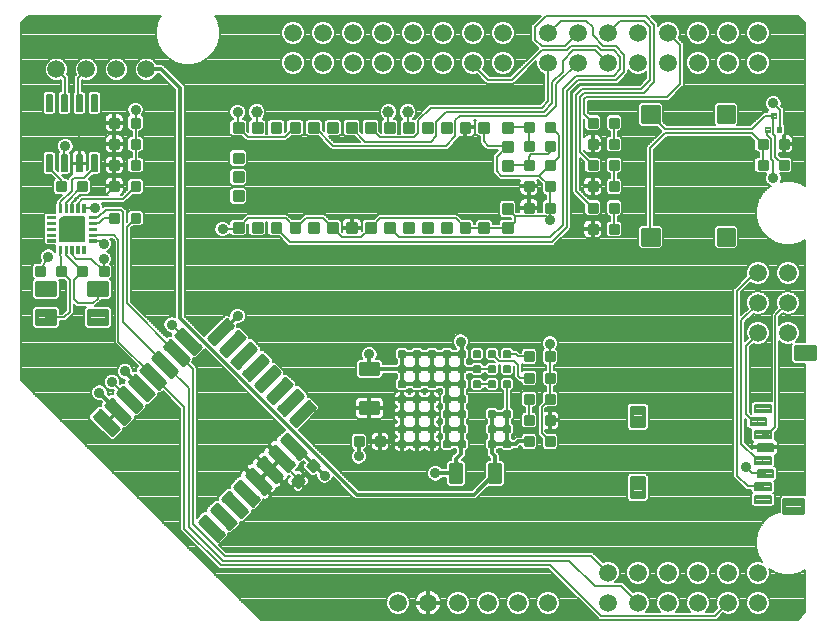
<source format=gtl>
G75*
%MOIN*%
%OFA0B0*%
%FSLAX24Y24*%
%IPPOS*%
%LPD*%
%AMOC8*
5,1,8,0,0,1.08239X$1,22.5*
%
%ADD10C,0.0594*%
%ADD11C,0.0028*%
%ADD12C,0.0050*%
%ADD13C,0.0098*%
%ADD14C,0.0089*%
%ADD15C,0.0157*%
%ADD16C,0.0079*%
%ADD17C,0.0138*%
%ADD18C,0.0049*%
%ADD19C,0.0063*%
%ADD20C,0.0118*%
%ADD21C,0.0059*%
%ADD22C,0.0071*%
%ADD23C,0.0357*%
%ADD24C,0.0142*%
%ADD25C,0.0396*%
%ADD26C,0.0120*%
D10*
X013500Y003300D03*
X014500Y003300D03*
X015500Y003300D03*
X016500Y003300D03*
X017500Y003300D03*
X018500Y003300D03*
X020500Y003300D03*
X021500Y003300D03*
X022500Y003300D03*
X022500Y004300D03*
X021500Y004300D03*
X020500Y004300D03*
X023500Y004300D03*
X024500Y004300D03*
X025500Y004300D03*
X025500Y003300D03*
X024500Y003300D03*
X023500Y003300D03*
X025500Y012300D03*
X025500Y013300D03*
X025500Y014300D03*
X026500Y014300D03*
X026500Y013300D03*
X026500Y012300D03*
X025500Y021300D03*
X024500Y021300D03*
X023500Y021300D03*
X023500Y022300D03*
X024500Y022300D03*
X025500Y022300D03*
X022500Y022300D03*
X021500Y022300D03*
X020500Y022300D03*
X020500Y021300D03*
X021500Y021300D03*
X022500Y021300D03*
X019500Y021300D03*
X018500Y021300D03*
X018500Y022300D03*
X019500Y022300D03*
X017000Y022300D03*
X017000Y021300D03*
X016000Y021300D03*
X015000Y021300D03*
X014000Y021300D03*
X014000Y022300D03*
X015000Y022300D03*
X016000Y022300D03*
X013000Y022300D03*
X012000Y022300D03*
X011000Y022300D03*
X011000Y021300D03*
X012000Y021300D03*
X013000Y021300D03*
X010000Y021300D03*
X010000Y022300D03*
X005118Y021080D03*
X004118Y021080D03*
X003118Y021080D03*
X002118Y021080D03*
D11*
X002191Y016330D02*
X002273Y016330D01*
X002191Y016330D02*
X002191Y016578D01*
X002273Y016578D01*
X002273Y016330D01*
X002273Y016357D02*
X002191Y016357D01*
X002191Y016384D02*
X002273Y016384D01*
X002273Y016411D02*
X002191Y016411D01*
X002191Y016438D02*
X002273Y016438D01*
X002273Y016465D02*
X002191Y016465D01*
X002191Y016492D02*
X002273Y016492D01*
X002273Y016519D02*
X002191Y016519D01*
X002191Y016546D02*
X002273Y016546D01*
X002273Y016573D02*
X002191Y016573D01*
X002388Y016330D02*
X002470Y016330D01*
X002388Y016330D02*
X002388Y016578D01*
X002470Y016578D01*
X002470Y016330D01*
X002470Y016357D02*
X002388Y016357D01*
X002388Y016384D02*
X002470Y016384D01*
X002470Y016411D02*
X002388Y016411D01*
X002388Y016438D02*
X002470Y016438D01*
X002470Y016465D02*
X002388Y016465D01*
X002388Y016492D02*
X002470Y016492D01*
X002470Y016519D02*
X002388Y016519D01*
X002388Y016546D02*
X002470Y016546D01*
X002470Y016573D02*
X002388Y016573D01*
X002585Y016330D02*
X002667Y016330D01*
X002585Y016330D02*
X002585Y016578D01*
X002667Y016578D01*
X002667Y016330D01*
X002667Y016357D02*
X002585Y016357D01*
X002585Y016384D02*
X002667Y016384D01*
X002667Y016411D02*
X002585Y016411D01*
X002585Y016438D02*
X002667Y016438D01*
X002667Y016465D02*
X002585Y016465D01*
X002585Y016492D02*
X002667Y016492D01*
X002667Y016519D02*
X002585Y016519D01*
X002585Y016546D02*
X002667Y016546D01*
X002667Y016573D02*
X002585Y016573D01*
X002782Y016330D02*
X002864Y016330D01*
X002782Y016330D02*
X002782Y016578D01*
X002864Y016578D01*
X002864Y016330D01*
X002864Y016357D02*
X002782Y016357D01*
X002782Y016384D02*
X002864Y016384D01*
X002864Y016411D02*
X002782Y016411D01*
X002782Y016438D02*
X002864Y016438D01*
X002864Y016465D02*
X002782Y016465D01*
X002782Y016492D02*
X002864Y016492D01*
X002864Y016519D02*
X002782Y016519D01*
X002782Y016546D02*
X002864Y016546D01*
X002864Y016573D02*
X002782Y016573D01*
X002979Y016330D02*
X003061Y016330D01*
X002979Y016330D02*
X002979Y016578D01*
X003061Y016578D01*
X003061Y016330D01*
X003061Y016357D02*
X002979Y016357D01*
X002979Y016384D02*
X003061Y016384D01*
X003061Y016411D02*
X002979Y016411D01*
X002979Y016438D02*
X003061Y016438D01*
X003061Y016465D02*
X002979Y016465D01*
X002979Y016492D02*
X003061Y016492D01*
X003061Y016519D02*
X002979Y016519D01*
X002979Y016546D02*
X003061Y016546D01*
X003061Y016573D02*
X002979Y016573D01*
X003191Y016199D02*
X003191Y016117D01*
X003191Y016199D02*
X003439Y016199D01*
X003439Y016117D01*
X003191Y016117D01*
X003191Y016144D02*
X003439Y016144D01*
X003439Y016171D02*
X003191Y016171D01*
X003191Y016198D02*
X003439Y016198D01*
X003191Y016002D02*
X003191Y015920D01*
X003191Y016002D02*
X003439Y016002D01*
X003439Y015920D01*
X003191Y015920D01*
X003191Y015947D02*
X003439Y015947D01*
X003439Y015974D02*
X003191Y015974D01*
X003191Y016001D02*
X003439Y016001D01*
X003191Y015806D02*
X003191Y015724D01*
X003191Y015806D02*
X003439Y015806D01*
X003439Y015724D01*
X003191Y015724D01*
X003191Y015751D02*
X003439Y015751D01*
X003439Y015778D02*
X003191Y015778D01*
X003191Y015805D02*
X003439Y015805D01*
X003191Y015609D02*
X003191Y015527D01*
X003191Y015609D02*
X003439Y015609D01*
X003439Y015527D01*
X003191Y015527D01*
X003191Y015554D02*
X003439Y015554D01*
X003439Y015581D02*
X003191Y015581D01*
X003191Y015608D02*
X003439Y015608D01*
X003191Y015412D02*
X003191Y015330D01*
X003191Y015412D02*
X003439Y015412D01*
X003439Y015330D01*
X003191Y015330D01*
X003191Y015357D02*
X003439Y015357D01*
X003439Y015384D02*
X003191Y015384D01*
X003191Y015411D02*
X003439Y015411D01*
X003061Y015200D02*
X002979Y015200D01*
X003061Y015200D02*
X003061Y014952D01*
X002979Y014952D01*
X002979Y015200D01*
X002979Y014979D02*
X003061Y014979D01*
X003061Y015006D02*
X002979Y015006D01*
X002979Y015033D02*
X003061Y015033D01*
X003061Y015060D02*
X002979Y015060D01*
X002979Y015087D02*
X003061Y015087D01*
X003061Y015114D02*
X002979Y015114D01*
X002979Y015141D02*
X003061Y015141D01*
X003061Y015168D02*
X002979Y015168D01*
X002979Y015195D02*
X003061Y015195D01*
X002864Y015200D02*
X002782Y015200D01*
X002864Y015200D02*
X002864Y014952D01*
X002782Y014952D01*
X002782Y015200D01*
X002782Y014979D02*
X002864Y014979D01*
X002864Y015006D02*
X002782Y015006D01*
X002782Y015033D02*
X002864Y015033D01*
X002864Y015060D02*
X002782Y015060D01*
X002782Y015087D02*
X002864Y015087D01*
X002864Y015114D02*
X002782Y015114D01*
X002782Y015141D02*
X002864Y015141D01*
X002864Y015168D02*
X002782Y015168D01*
X002782Y015195D02*
X002864Y015195D01*
X002667Y015200D02*
X002585Y015200D01*
X002667Y015200D02*
X002667Y014952D01*
X002585Y014952D01*
X002585Y015200D01*
X002585Y014979D02*
X002667Y014979D01*
X002667Y015006D02*
X002585Y015006D01*
X002585Y015033D02*
X002667Y015033D01*
X002667Y015060D02*
X002585Y015060D01*
X002585Y015087D02*
X002667Y015087D01*
X002667Y015114D02*
X002585Y015114D01*
X002585Y015141D02*
X002667Y015141D01*
X002667Y015168D02*
X002585Y015168D01*
X002585Y015195D02*
X002667Y015195D01*
X002470Y015200D02*
X002388Y015200D01*
X002470Y015200D02*
X002470Y014952D01*
X002388Y014952D01*
X002388Y015200D01*
X002388Y014979D02*
X002470Y014979D01*
X002470Y015006D02*
X002388Y015006D01*
X002388Y015033D02*
X002470Y015033D01*
X002470Y015060D02*
X002388Y015060D01*
X002388Y015087D02*
X002470Y015087D01*
X002470Y015114D02*
X002388Y015114D01*
X002388Y015141D02*
X002470Y015141D01*
X002470Y015168D02*
X002388Y015168D01*
X002388Y015195D02*
X002470Y015195D01*
X002273Y015200D02*
X002191Y015200D01*
X002273Y015200D02*
X002273Y014952D01*
X002191Y014952D01*
X002191Y015200D01*
X002191Y014979D02*
X002273Y014979D01*
X002273Y015006D02*
X002191Y015006D01*
X002191Y015033D02*
X002273Y015033D01*
X002273Y015060D02*
X002191Y015060D01*
X002191Y015087D02*
X002273Y015087D01*
X002273Y015114D02*
X002191Y015114D01*
X002191Y015141D02*
X002273Y015141D01*
X002273Y015168D02*
X002191Y015168D01*
X002191Y015195D02*
X002273Y015195D01*
X002061Y015330D02*
X002061Y015412D01*
X002061Y015330D02*
X001813Y015330D01*
X001813Y015412D01*
X002061Y015412D01*
X002061Y015357D02*
X001813Y015357D01*
X001813Y015384D02*
X002061Y015384D01*
X002061Y015411D02*
X001813Y015411D01*
X002061Y015527D02*
X002061Y015609D01*
X002061Y015527D02*
X001813Y015527D01*
X001813Y015609D01*
X002061Y015609D01*
X002061Y015554D02*
X001813Y015554D01*
X001813Y015581D02*
X002061Y015581D01*
X002061Y015608D02*
X001813Y015608D01*
X002061Y015724D02*
X002061Y015806D01*
X002061Y015724D02*
X001813Y015724D01*
X001813Y015806D01*
X002061Y015806D01*
X002061Y015751D02*
X001813Y015751D01*
X001813Y015778D02*
X002061Y015778D01*
X002061Y015805D02*
X001813Y015805D01*
X002061Y015920D02*
X002061Y016002D01*
X002061Y015920D02*
X001813Y015920D01*
X001813Y016002D01*
X002061Y016002D01*
X002061Y015947D02*
X001813Y015947D01*
X001813Y015974D02*
X002061Y015974D01*
X002061Y016001D02*
X001813Y016001D01*
X002061Y016117D02*
X002061Y016199D01*
X002061Y016117D02*
X001813Y016117D01*
X001813Y016199D01*
X002061Y016199D01*
X002061Y016144D02*
X001813Y016144D01*
X001813Y016171D02*
X002061Y016171D01*
X002061Y016198D02*
X001813Y016198D01*
D12*
X002232Y016060D02*
X002331Y016158D01*
X003020Y016158D01*
X003020Y015371D01*
X002232Y015371D01*
X002232Y016060D01*
X002247Y016074D02*
X003020Y016074D01*
X003020Y016026D02*
X002232Y016026D01*
X002232Y015977D02*
X003020Y015977D01*
X003020Y015929D02*
X002232Y015929D01*
X002232Y015880D02*
X003020Y015880D01*
X003020Y015832D02*
X002232Y015832D01*
X002232Y015783D02*
X003020Y015783D01*
X003020Y015735D02*
X002232Y015735D01*
X002232Y015686D02*
X003020Y015686D01*
X003020Y015638D02*
X002232Y015638D01*
X002232Y015589D02*
X003020Y015589D01*
X003020Y015541D02*
X002232Y015541D01*
X002232Y015492D02*
X003020Y015492D01*
X003020Y015444D02*
X002232Y015444D01*
X002232Y015395D02*
X003020Y015395D01*
X003020Y016123D02*
X002295Y016123D01*
D13*
X006085Y012231D02*
X006294Y012440D01*
X006919Y011815D01*
X006710Y011606D01*
X006085Y012231D01*
X006613Y011703D02*
X006807Y011703D01*
X006904Y011800D02*
X006516Y011800D01*
X006419Y011897D02*
X006837Y011897D01*
X006740Y011994D02*
X006322Y011994D01*
X006225Y012091D02*
X006643Y012091D01*
X006546Y012188D02*
X006128Y012188D01*
X006139Y012285D02*
X006449Y012285D01*
X006352Y012382D02*
X006236Y012382D01*
X005904Y012050D02*
X005695Y011841D01*
X005904Y012050D02*
X006529Y011425D01*
X006320Y011216D01*
X005695Y011841D01*
X006223Y011313D02*
X006417Y011313D01*
X006514Y011410D02*
X006126Y011410D01*
X006029Y011507D02*
X006447Y011507D01*
X006350Y011604D02*
X005932Y011604D01*
X005835Y011701D02*
X006253Y011701D01*
X006156Y011798D02*
X005738Y011798D01*
X005749Y011895D02*
X006059Y011895D01*
X005962Y011992D02*
X005846Y011992D01*
X005515Y011660D02*
X005306Y011451D01*
X005515Y011660D02*
X006140Y011035D01*
X005931Y010826D01*
X005306Y011451D01*
X005834Y010923D02*
X006028Y010923D01*
X006125Y011020D02*
X005737Y011020D01*
X005640Y011117D02*
X006058Y011117D01*
X005961Y011214D02*
X005543Y011214D01*
X005446Y011311D02*
X005864Y011311D01*
X005767Y011408D02*
X005349Y011408D01*
X005360Y011505D02*
X005670Y011505D01*
X005573Y011602D02*
X005457Y011602D01*
X005125Y011271D02*
X004916Y011062D01*
X005125Y011271D02*
X005750Y010646D01*
X005541Y010437D01*
X004916Y011062D01*
X005444Y010534D02*
X005638Y010534D01*
X005735Y010631D02*
X005347Y010631D01*
X005250Y010728D02*
X005668Y010728D01*
X005571Y010825D02*
X005153Y010825D01*
X005056Y010922D02*
X005474Y010922D01*
X005377Y011019D02*
X004959Y011019D01*
X004970Y011116D02*
X005280Y011116D01*
X005183Y011213D02*
X005067Y011213D01*
X004735Y010881D02*
X004526Y010672D01*
X004735Y010881D02*
X005360Y010256D01*
X005151Y010047D01*
X004526Y010672D01*
X005054Y010144D02*
X005248Y010144D01*
X005345Y010241D02*
X004957Y010241D01*
X004860Y010338D02*
X005278Y010338D01*
X005181Y010435D02*
X004763Y010435D01*
X004666Y010532D02*
X005084Y010532D01*
X004987Y010629D02*
X004569Y010629D01*
X004580Y010726D02*
X004890Y010726D01*
X004793Y010823D02*
X004677Y010823D01*
X004345Y010491D02*
X004136Y010282D01*
X004345Y010491D02*
X004970Y009866D01*
X004761Y009657D01*
X004136Y010282D01*
X004664Y009754D02*
X004858Y009754D01*
X004955Y009851D02*
X004567Y009851D01*
X004470Y009948D02*
X004888Y009948D01*
X004791Y010045D02*
X004373Y010045D01*
X004276Y010142D02*
X004694Y010142D01*
X004597Y010239D02*
X004179Y010239D01*
X004190Y010336D02*
X004500Y010336D01*
X004403Y010433D02*
X004287Y010433D01*
X003956Y010101D02*
X003747Y009892D01*
X003956Y010101D02*
X004581Y009476D01*
X004372Y009267D01*
X003747Y009892D01*
X004275Y009364D02*
X004469Y009364D01*
X004566Y009461D02*
X004178Y009461D01*
X004081Y009558D02*
X004499Y009558D01*
X004402Y009655D02*
X003984Y009655D01*
X003887Y009752D02*
X004305Y009752D01*
X004208Y009849D02*
X003790Y009849D01*
X003801Y009946D02*
X004111Y009946D01*
X004014Y010043D02*
X003898Y010043D01*
X003566Y009712D02*
X003357Y009503D01*
X003566Y009712D02*
X004191Y009087D01*
X003982Y008878D01*
X003357Y009503D01*
X003885Y008975D02*
X004079Y008975D01*
X004176Y009072D02*
X003788Y009072D01*
X003691Y009169D02*
X004109Y009169D01*
X004012Y009266D02*
X003594Y009266D01*
X003497Y009363D02*
X003915Y009363D01*
X003818Y009460D02*
X003400Y009460D01*
X003411Y009557D02*
X003721Y009557D01*
X003624Y009654D02*
X003508Y009654D01*
X007171Y012121D02*
X007380Y011912D01*
X007171Y012121D02*
X007796Y012746D01*
X008005Y012537D01*
X007380Y011912D01*
X007477Y012009D02*
X007283Y012009D01*
X007186Y012106D02*
X007574Y012106D01*
X007671Y012203D02*
X007253Y012203D01*
X007350Y012300D02*
X007768Y012300D01*
X007865Y012397D02*
X007447Y012397D01*
X007544Y012494D02*
X007962Y012494D01*
X007951Y012591D02*
X007641Y012591D01*
X007738Y012688D02*
X007854Y012688D01*
X007560Y011731D02*
X007769Y011522D01*
X007560Y011731D02*
X008185Y012356D01*
X008394Y012147D01*
X007769Y011522D01*
X007866Y011619D02*
X007672Y011619D01*
X007575Y011716D02*
X007963Y011716D01*
X008060Y011813D02*
X007642Y011813D01*
X007739Y011910D02*
X008157Y011910D01*
X008254Y012007D02*
X007836Y012007D01*
X007933Y012104D02*
X008351Y012104D01*
X008340Y012201D02*
X008030Y012201D01*
X008127Y012298D02*
X008243Y012298D01*
X007950Y011342D02*
X008159Y011133D01*
X007950Y011342D02*
X008575Y011967D01*
X008784Y011758D01*
X008159Y011133D01*
X008256Y011230D02*
X008062Y011230D01*
X007965Y011327D02*
X008353Y011327D01*
X008450Y011424D02*
X008032Y011424D01*
X008129Y011521D02*
X008547Y011521D01*
X008644Y011618D02*
X008226Y011618D01*
X008323Y011715D02*
X008741Y011715D01*
X008730Y011812D02*
X008420Y011812D01*
X008517Y011909D02*
X008633Y011909D01*
X008340Y010952D02*
X008549Y010743D01*
X008340Y010952D02*
X008965Y011577D01*
X009174Y011368D01*
X008549Y010743D01*
X008646Y010840D02*
X008452Y010840D01*
X008355Y010937D02*
X008743Y010937D01*
X008840Y011034D02*
X008422Y011034D01*
X008519Y011131D02*
X008937Y011131D01*
X009034Y011228D02*
X008616Y011228D01*
X008713Y011325D02*
X009131Y011325D01*
X009120Y011422D02*
X008810Y011422D01*
X008907Y011519D02*
X009023Y011519D01*
X008730Y010562D02*
X008939Y010353D01*
X008730Y010562D02*
X009355Y011187D01*
X009564Y010978D01*
X008939Y010353D01*
X009036Y010450D02*
X008842Y010450D01*
X008745Y010547D02*
X009133Y010547D01*
X009230Y010644D02*
X008812Y010644D01*
X008909Y010741D02*
X009327Y010741D01*
X009424Y010838D02*
X009006Y010838D01*
X009103Y010935D02*
X009521Y010935D01*
X009510Y011032D02*
X009200Y011032D01*
X009297Y011129D02*
X009413Y011129D01*
X009119Y010172D02*
X009328Y009963D01*
X009119Y010172D02*
X009744Y010797D01*
X009953Y010588D01*
X009328Y009963D01*
X009425Y010060D02*
X009231Y010060D01*
X009134Y010157D02*
X009522Y010157D01*
X009619Y010254D02*
X009201Y010254D01*
X009298Y010351D02*
X009716Y010351D01*
X009813Y010448D02*
X009395Y010448D01*
X009492Y010545D02*
X009910Y010545D01*
X009899Y010642D02*
X009589Y010642D01*
X009686Y010739D02*
X009802Y010739D01*
X009509Y009783D02*
X009718Y009574D01*
X009509Y009783D02*
X010134Y010408D01*
X010343Y010199D01*
X009718Y009574D01*
X009815Y009671D02*
X009621Y009671D01*
X009524Y009768D02*
X009912Y009768D01*
X010009Y009865D02*
X009591Y009865D01*
X009688Y009962D02*
X010106Y009962D01*
X010203Y010059D02*
X009785Y010059D01*
X009882Y010156D02*
X010300Y010156D01*
X010289Y010253D02*
X009979Y010253D01*
X010076Y010350D02*
X010192Y010350D01*
X009899Y009393D02*
X010108Y009184D01*
X009899Y009393D02*
X010524Y010018D01*
X010733Y009809D01*
X010108Y009184D01*
X010205Y009281D02*
X010011Y009281D01*
X009914Y009378D02*
X010302Y009378D01*
X010399Y009475D02*
X009981Y009475D01*
X010078Y009572D02*
X010496Y009572D01*
X010593Y009669D02*
X010175Y009669D01*
X010272Y009766D02*
X010690Y009766D01*
X010679Y009863D02*
X010369Y009863D01*
X010466Y009960D02*
X010582Y009960D01*
X009802Y008932D02*
X009593Y008723D01*
X009802Y008932D02*
X010427Y008307D01*
X010218Y008098D01*
X009593Y008723D01*
X010121Y008195D02*
X010315Y008195D01*
X010412Y008292D02*
X010024Y008292D01*
X009927Y008389D02*
X010345Y008389D01*
X010248Y008486D02*
X009830Y008486D01*
X009733Y008583D02*
X010151Y008583D01*
X010054Y008680D02*
X009636Y008680D01*
X009647Y008777D02*
X009957Y008777D01*
X009860Y008874D02*
X009744Y008874D01*
X009412Y008542D02*
X009203Y008333D01*
X009412Y008542D02*
X010037Y007917D01*
X009828Y007708D01*
X009203Y008333D01*
X009731Y007805D02*
X009925Y007805D01*
X010022Y007902D02*
X009634Y007902D01*
X009537Y007999D02*
X009955Y007999D01*
X009858Y008096D02*
X009440Y008096D01*
X009343Y008193D02*
X009761Y008193D01*
X009664Y008290D02*
X009246Y008290D01*
X009257Y008387D02*
X009567Y008387D01*
X009470Y008484D02*
X009354Y008484D01*
X009022Y008153D02*
X008813Y007944D01*
X009022Y008153D02*
X009647Y007528D01*
X009438Y007319D01*
X008813Y007944D01*
X009341Y007416D02*
X009535Y007416D01*
X009632Y007513D02*
X009244Y007513D01*
X009147Y007610D02*
X009565Y007610D01*
X009468Y007707D02*
X009050Y007707D01*
X008953Y007804D02*
X009371Y007804D01*
X009274Y007901D02*
X008856Y007901D01*
X008867Y007998D02*
X009177Y007998D01*
X009080Y008095D02*
X008964Y008095D01*
X008632Y007763D02*
X008423Y007554D01*
X008632Y007763D02*
X009257Y007138D01*
X009048Y006929D01*
X008423Y007554D01*
X008951Y007026D02*
X009145Y007026D01*
X009242Y007123D02*
X008854Y007123D01*
X008757Y007220D02*
X009175Y007220D01*
X009078Y007317D02*
X008660Y007317D01*
X008563Y007414D02*
X008981Y007414D01*
X008884Y007511D02*
X008466Y007511D01*
X008477Y007608D02*
X008787Y007608D01*
X008690Y007705D02*
X008574Y007705D01*
X008243Y007373D02*
X008034Y007164D01*
X008243Y007373D02*
X008868Y006748D01*
X008659Y006539D01*
X008034Y007164D01*
X008562Y006636D02*
X008756Y006636D01*
X008853Y006733D02*
X008465Y006733D01*
X008368Y006830D02*
X008786Y006830D01*
X008689Y006927D02*
X008271Y006927D01*
X008174Y007024D02*
X008592Y007024D01*
X008495Y007121D02*
X008077Y007121D01*
X008088Y007218D02*
X008398Y007218D01*
X008301Y007315D02*
X008185Y007315D01*
X007853Y006983D02*
X007644Y006774D01*
X007853Y006983D02*
X008478Y006358D01*
X008269Y006149D01*
X007644Y006774D01*
X008172Y006246D02*
X008366Y006246D01*
X008463Y006343D02*
X008075Y006343D01*
X007978Y006440D02*
X008396Y006440D01*
X008299Y006537D02*
X007881Y006537D01*
X007784Y006634D02*
X008202Y006634D01*
X008105Y006731D02*
X007687Y006731D01*
X007698Y006828D02*
X008008Y006828D01*
X007911Y006925D02*
X007795Y006925D01*
X007463Y006594D02*
X007254Y006385D01*
X007463Y006594D02*
X008088Y005969D01*
X007879Y005760D01*
X007254Y006385D01*
X007782Y005857D02*
X007976Y005857D01*
X008073Y005954D02*
X007685Y005954D01*
X007588Y006051D02*
X008006Y006051D01*
X007909Y006148D02*
X007491Y006148D01*
X007394Y006245D02*
X007812Y006245D01*
X007715Y006342D02*
X007297Y006342D01*
X007308Y006439D02*
X007618Y006439D01*
X007521Y006536D02*
X007405Y006536D01*
X007073Y006204D02*
X006864Y005995D01*
X007073Y006204D02*
X007698Y005579D01*
X007489Y005370D01*
X006864Y005995D01*
X007392Y005467D02*
X007586Y005467D01*
X007683Y005564D02*
X007295Y005564D01*
X007198Y005661D02*
X007616Y005661D01*
X007519Y005758D02*
X007101Y005758D01*
X007004Y005855D02*
X007422Y005855D01*
X007325Y005952D02*
X006907Y005952D01*
X006918Y006049D02*
X007228Y006049D01*
X007131Y006146D02*
X007015Y006146D01*
X008029Y015656D02*
X008325Y015656D01*
X008029Y015656D02*
X008029Y015952D01*
X008325Y015952D01*
X008325Y015656D01*
X008325Y015753D02*
X008029Y015753D01*
X008029Y015850D02*
X008325Y015850D01*
X008325Y015947D02*
X008029Y015947D01*
X008659Y015656D02*
X008955Y015656D01*
X008659Y015656D02*
X008659Y015952D01*
X008955Y015952D01*
X008955Y015656D01*
X008955Y015753D02*
X008659Y015753D01*
X008659Y015850D02*
X008955Y015850D01*
X008955Y015947D02*
X008659Y015947D01*
X009289Y015656D02*
X009585Y015656D01*
X009289Y015656D02*
X009289Y015952D01*
X009585Y015952D01*
X009585Y015656D01*
X009585Y015753D02*
X009289Y015753D01*
X009289Y015850D02*
X009585Y015850D01*
X009585Y015947D02*
X009289Y015947D01*
X009919Y015656D02*
X010215Y015656D01*
X009919Y015656D02*
X009919Y015952D01*
X010215Y015952D01*
X010215Y015656D01*
X010215Y015753D02*
X009919Y015753D01*
X009919Y015850D02*
X010215Y015850D01*
X010215Y015947D02*
X009919Y015947D01*
X010549Y015656D02*
X010845Y015656D01*
X010549Y015656D02*
X010549Y015952D01*
X010845Y015952D01*
X010845Y015656D01*
X010845Y015753D02*
X010549Y015753D01*
X010549Y015850D02*
X010845Y015850D01*
X010845Y015947D02*
X010549Y015947D01*
X011179Y015656D02*
X011475Y015656D01*
X011179Y015656D02*
X011179Y015952D01*
X011475Y015952D01*
X011475Y015656D01*
X011475Y015753D02*
X011179Y015753D01*
X011179Y015850D02*
X011475Y015850D01*
X011475Y015947D02*
X011179Y015947D01*
X011809Y015656D02*
X012105Y015656D01*
X011809Y015656D02*
X011809Y015952D01*
X012105Y015952D01*
X012105Y015656D01*
X012105Y015753D02*
X011809Y015753D01*
X011809Y015850D02*
X012105Y015850D01*
X012105Y015947D02*
X011809Y015947D01*
X012439Y015656D02*
X012735Y015656D01*
X012439Y015656D02*
X012439Y015952D01*
X012735Y015952D01*
X012735Y015656D01*
X012735Y015753D02*
X012439Y015753D01*
X012439Y015850D02*
X012735Y015850D01*
X012735Y015947D02*
X012439Y015947D01*
X013069Y015656D02*
X013365Y015656D01*
X013069Y015656D02*
X013069Y015952D01*
X013365Y015952D01*
X013365Y015656D01*
X013365Y015753D02*
X013069Y015753D01*
X013069Y015850D02*
X013365Y015850D01*
X013365Y015947D02*
X013069Y015947D01*
X013698Y015656D02*
X013994Y015656D01*
X013698Y015656D02*
X013698Y015952D01*
X013994Y015952D01*
X013994Y015656D01*
X013994Y015753D02*
X013698Y015753D01*
X013698Y015850D02*
X013994Y015850D01*
X013994Y015947D02*
X013698Y015947D01*
X014328Y015656D02*
X014624Y015656D01*
X014328Y015656D02*
X014328Y015952D01*
X014624Y015952D01*
X014624Y015656D01*
X014624Y015753D02*
X014328Y015753D01*
X014328Y015850D02*
X014624Y015850D01*
X014624Y015947D02*
X014328Y015947D01*
X014958Y015656D02*
X015254Y015656D01*
X014958Y015656D02*
X014958Y015952D01*
X015254Y015952D01*
X015254Y015656D01*
X015254Y015753D02*
X014958Y015753D01*
X014958Y015850D02*
X015254Y015850D01*
X015254Y015947D02*
X014958Y015947D01*
X015588Y015656D02*
X015884Y015656D01*
X015588Y015656D02*
X015588Y015952D01*
X015884Y015952D01*
X015884Y015656D01*
X015884Y015753D02*
X015588Y015753D01*
X015588Y015850D02*
X015884Y015850D01*
X015884Y015947D02*
X015588Y015947D01*
X016218Y015656D02*
X016514Y015656D01*
X016218Y015656D02*
X016218Y015952D01*
X016514Y015952D01*
X016514Y015656D01*
X016514Y015753D02*
X016218Y015753D01*
X016218Y015850D02*
X016514Y015850D01*
X016514Y015947D02*
X016218Y015947D01*
X017006Y015656D02*
X017302Y015656D01*
X017006Y015656D02*
X017006Y015952D01*
X017302Y015952D01*
X017302Y015656D01*
X017302Y015753D02*
X017006Y015753D01*
X017006Y015850D02*
X017302Y015850D01*
X017302Y015947D02*
X017006Y015947D01*
X017006Y016286D02*
X017302Y016286D01*
X017006Y016286D02*
X017006Y016582D01*
X017302Y016582D01*
X017302Y016286D01*
X017302Y016383D02*
X017006Y016383D01*
X017006Y016480D02*
X017302Y016480D01*
X017302Y016577D02*
X017006Y016577D01*
X017006Y017743D02*
X017302Y017743D01*
X017006Y017743D02*
X017006Y018039D01*
X017302Y018039D01*
X017302Y017743D01*
X017302Y017840D02*
X017006Y017840D01*
X017006Y017937D02*
X017302Y017937D01*
X017302Y018034D02*
X017006Y018034D01*
X017006Y018372D02*
X017302Y018372D01*
X017006Y018372D02*
X017006Y018668D01*
X017302Y018668D01*
X017302Y018372D01*
X017302Y018469D02*
X017006Y018469D01*
X017006Y018566D02*
X017302Y018566D01*
X017302Y018663D02*
X017006Y018663D01*
X017006Y019002D02*
X017302Y019002D01*
X017006Y019002D02*
X017006Y019298D01*
X017302Y019298D01*
X017302Y019002D01*
X017302Y019099D02*
X017006Y019099D01*
X017006Y019196D02*
X017302Y019196D01*
X017302Y019293D02*
X017006Y019293D01*
X016514Y019002D02*
X016218Y019002D01*
X016218Y019298D01*
X016514Y019298D01*
X016514Y019002D01*
X016514Y019099D02*
X016218Y019099D01*
X016218Y019196D02*
X016514Y019196D01*
X016514Y019293D02*
X016218Y019293D01*
X015884Y019002D02*
X015588Y019002D01*
X015588Y019298D01*
X015884Y019298D01*
X015884Y019002D01*
X015884Y019099D02*
X015588Y019099D01*
X015588Y019196D02*
X015884Y019196D01*
X015884Y019293D02*
X015588Y019293D01*
X015254Y019002D02*
X014958Y019002D01*
X014958Y019298D01*
X015254Y019298D01*
X015254Y019002D01*
X015254Y019099D02*
X014958Y019099D01*
X014958Y019196D02*
X015254Y019196D01*
X015254Y019293D02*
X014958Y019293D01*
X014624Y019002D02*
X014328Y019002D01*
X014328Y019298D01*
X014624Y019298D01*
X014624Y019002D01*
X014624Y019099D02*
X014328Y019099D01*
X014328Y019196D02*
X014624Y019196D01*
X014624Y019293D02*
X014328Y019293D01*
X013994Y019002D02*
X013698Y019002D01*
X013698Y019298D01*
X013994Y019298D01*
X013994Y019002D01*
X013994Y019099D02*
X013698Y019099D01*
X013698Y019196D02*
X013994Y019196D01*
X013994Y019293D02*
X013698Y019293D01*
X013365Y019002D02*
X013069Y019002D01*
X013069Y019298D01*
X013365Y019298D01*
X013365Y019002D01*
X013365Y019099D02*
X013069Y019099D01*
X013069Y019196D02*
X013365Y019196D01*
X013365Y019293D02*
X013069Y019293D01*
X012735Y019002D02*
X012439Y019002D01*
X012439Y019298D01*
X012735Y019298D01*
X012735Y019002D01*
X012735Y019099D02*
X012439Y019099D01*
X012439Y019196D02*
X012735Y019196D01*
X012735Y019293D02*
X012439Y019293D01*
X012105Y019002D02*
X011809Y019002D01*
X011809Y019298D01*
X012105Y019298D01*
X012105Y019002D01*
X012105Y019099D02*
X011809Y019099D01*
X011809Y019196D02*
X012105Y019196D01*
X012105Y019293D02*
X011809Y019293D01*
X011475Y019002D02*
X011179Y019002D01*
X011179Y019298D01*
X011475Y019298D01*
X011475Y019002D01*
X011475Y019099D02*
X011179Y019099D01*
X011179Y019196D02*
X011475Y019196D01*
X011475Y019293D02*
X011179Y019293D01*
X010845Y019002D02*
X010549Y019002D01*
X010549Y019298D01*
X010845Y019298D01*
X010845Y019002D01*
X010845Y019099D02*
X010549Y019099D01*
X010549Y019196D02*
X010845Y019196D01*
X010845Y019293D02*
X010549Y019293D01*
X010215Y019002D02*
X009919Y019002D01*
X009919Y019298D01*
X010215Y019298D01*
X010215Y019002D01*
X010215Y019099D02*
X009919Y019099D01*
X009919Y019196D02*
X010215Y019196D01*
X010215Y019293D02*
X009919Y019293D01*
X009585Y019002D02*
X009289Y019002D01*
X009289Y019298D01*
X009585Y019298D01*
X009585Y019002D01*
X009585Y019099D02*
X009289Y019099D01*
X009289Y019196D02*
X009585Y019196D01*
X009585Y019293D02*
X009289Y019293D01*
X008955Y019002D02*
X008659Y019002D01*
X008659Y019298D01*
X008955Y019298D01*
X008955Y019002D01*
X008955Y019099D02*
X008659Y019099D01*
X008659Y019196D02*
X008955Y019196D01*
X008955Y019293D02*
X008659Y019293D01*
X008325Y019002D02*
X008029Y019002D01*
X008029Y019298D01*
X008325Y019298D01*
X008325Y019002D01*
X008325Y019099D02*
X008029Y019099D01*
X008029Y019196D02*
X008325Y019196D01*
X008325Y019293D02*
X008029Y019293D01*
X008029Y017979D02*
X008325Y017979D01*
X008029Y017979D02*
X008029Y018275D01*
X008325Y018275D01*
X008325Y017979D01*
X008325Y018076D02*
X008029Y018076D01*
X008029Y018173D02*
X008325Y018173D01*
X008325Y018270D02*
X008029Y018270D01*
X008029Y017349D02*
X008325Y017349D01*
X008029Y017349D02*
X008029Y017645D01*
X008325Y017645D01*
X008325Y017349D01*
X008325Y017446D02*
X008029Y017446D01*
X008029Y017543D02*
X008325Y017543D01*
X008325Y017640D02*
X008029Y017640D01*
X008029Y016719D02*
X008325Y016719D01*
X008029Y016719D02*
X008029Y017015D01*
X008325Y017015D01*
X008325Y016719D01*
X008325Y016816D02*
X008029Y016816D01*
X008029Y016913D02*
X008325Y016913D01*
X008325Y017010D02*
X008029Y017010D01*
D14*
X004619Y017049D02*
X004619Y017315D01*
X004885Y017315D01*
X004885Y017049D01*
X004619Y017049D01*
X004619Y017137D02*
X004885Y017137D01*
X004885Y017225D02*
X004619Y017225D01*
X004619Y017313D02*
X004885Y017313D01*
X004619Y017758D02*
X004619Y018024D01*
X004885Y018024D01*
X004885Y017758D01*
X004619Y017758D01*
X004619Y017846D02*
X004885Y017846D01*
X004885Y017934D02*
X004619Y017934D01*
X004619Y018022D02*
X004885Y018022D01*
X004619Y018466D02*
X004619Y018732D01*
X004885Y018732D01*
X004885Y018466D01*
X004619Y018466D01*
X004619Y018554D02*
X004885Y018554D01*
X004885Y018642D02*
X004619Y018642D01*
X004619Y018730D02*
X004885Y018730D01*
X004619Y019175D02*
X004619Y019441D01*
X004885Y019441D01*
X004885Y019175D01*
X004619Y019175D01*
X004619Y019263D02*
X004885Y019263D01*
X004885Y019351D02*
X004619Y019351D01*
X004619Y019439D02*
X004885Y019439D01*
X004176Y019175D02*
X003910Y019175D01*
X003910Y019441D01*
X004176Y019441D01*
X004176Y019175D01*
X004176Y019263D02*
X003910Y019263D01*
X003910Y019351D02*
X004176Y019351D01*
X004176Y019439D02*
X003910Y019439D01*
X003910Y018466D02*
X004176Y018466D01*
X003910Y018466D02*
X003910Y018732D01*
X004176Y018732D01*
X004176Y018466D01*
X004176Y018554D02*
X003910Y018554D01*
X003910Y018642D02*
X004176Y018642D01*
X004176Y018730D02*
X003910Y018730D01*
X003910Y017758D02*
X004176Y017758D01*
X003910Y017758D02*
X003910Y018024D01*
X004176Y018024D01*
X004176Y017758D01*
X004176Y017846D02*
X003910Y017846D01*
X003910Y017934D02*
X004176Y017934D01*
X004176Y018022D02*
X003910Y018022D01*
X003910Y017049D02*
X004176Y017049D01*
X003910Y017049D02*
X003910Y017315D01*
X004176Y017315D01*
X004176Y017049D01*
X004176Y017137D02*
X003910Y017137D01*
X003910Y017225D02*
X004176Y017225D01*
X004176Y017313D02*
X003910Y017313D01*
X002847Y017315D02*
X002847Y017049D01*
X002847Y017315D02*
X003113Y017315D01*
X003113Y017049D01*
X002847Y017049D01*
X002847Y017137D02*
X003113Y017137D01*
X003113Y017225D02*
X002847Y017225D01*
X002847Y017313D02*
X003113Y017313D01*
X002405Y017049D02*
X002139Y017049D01*
X002139Y017315D01*
X002405Y017315D01*
X002405Y017049D01*
X002405Y017137D02*
X002139Y017137D01*
X002139Y017225D02*
X002405Y017225D01*
X002405Y017313D02*
X002139Y017313D01*
X004176Y016252D02*
X004176Y015986D01*
X003910Y015986D01*
X003910Y016252D01*
X004176Y016252D01*
X004176Y016074D02*
X003910Y016074D01*
X003910Y016162D02*
X004176Y016162D01*
X004176Y016250D02*
X003910Y016250D01*
X004619Y016252D02*
X004885Y016252D01*
X004885Y015986D01*
X004619Y015986D01*
X004619Y016252D01*
X004619Y016074D02*
X004885Y016074D01*
X004885Y016162D02*
X004619Y016162D01*
X004619Y016250D02*
X004885Y016250D01*
X003822Y014480D02*
X003556Y014480D01*
X003822Y014480D02*
X003822Y014214D01*
X003556Y014214D01*
X003556Y014480D01*
X003556Y014302D02*
X003822Y014302D01*
X003822Y014390D02*
X003556Y014390D01*
X003556Y014478D02*
X003822Y014478D01*
X003113Y014480D02*
X003113Y014214D01*
X002847Y014214D01*
X002847Y014480D01*
X003113Y014480D01*
X003113Y014302D02*
X002847Y014302D01*
X002847Y014390D02*
X003113Y014390D01*
X003113Y014478D02*
X002847Y014478D01*
X002139Y014480D02*
X002139Y014214D01*
X002139Y014480D02*
X002405Y014480D01*
X002405Y014214D01*
X002139Y014214D01*
X002139Y014302D02*
X002405Y014302D01*
X002405Y014390D02*
X002139Y014390D01*
X002139Y014478D02*
X002405Y014478D01*
X001696Y014214D02*
X001430Y014214D01*
X001430Y014480D01*
X001696Y014480D01*
X001696Y014214D01*
X001696Y014302D02*
X001430Y014302D01*
X001430Y014390D02*
X001696Y014390D01*
X001696Y014478D02*
X001430Y014478D01*
X010171Y007176D02*
X010359Y007364D01*
X010171Y007176D02*
X009983Y007364D01*
X010171Y007552D01*
X010359Y007364D01*
X010259Y007264D02*
X010083Y007264D01*
X009995Y007352D02*
X010347Y007352D01*
X010283Y007440D02*
X010059Y007440D01*
X010147Y007528D02*
X010195Y007528D01*
X010484Y007866D02*
X010672Y007678D01*
X010484Y007866D02*
X010672Y008054D01*
X010860Y007866D01*
X010672Y007678D01*
X010760Y007766D02*
X010584Y007766D01*
X010496Y007854D02*
X010848Y007854D01*
X010784Y007942D02*
X010560Y007942D01*
X010648Y008030D02*
X010696Y008030D01*
X012326Y008545D02*
X012326Y008811D01*
X012326Y008545D02*
X012060Y008545D01*
X012060Y008811D01*
X012326Y008811D01*
X012326Y008633D02*
X012060Y008633D01*
X012060Y008721D02*
X012326Y008721D01*
X012326Y008809D02*
X012060Y008809D01*
X012769Y008811D02*
X013035Y008811D01*
X013035Y008545D01*
X012769Y008545D01*
X012769Y008811D01*
X012769Y008633D02*
X013035Y008633D01*
X013035Y008721D02*
X012769Y008721D01*
X012769Y008809D02*
X013035Y008809D01*
X017729Y008545D02*
X017995Y008545D01*
X017729Y008545D02*
X017729Y008811D01*
X017995Y008811D01*
X017995Y008545D01*
X017995Y008633D02*
X017729Y008633D01*
X017729Y008721D02*
X017995Y008721D01*
X017995Y008809D02*
X017729Y008809D01*
X017995Y009254D02*
X017995Y009520D01*
X017995Y009254D02*
X017729Y009254D01*
X017729Y009520D01*
X017995Y009520D01*
X017995Y009342D02*
X017729Y009342D01*
X017729Y009430D02*
X017995Y009430D01*
X017995Y009518D02*
X017729Y009518D01*
X017729Y009962D02*
X017995Y009962D01*
X017729Y009962D02*
X017729Y010228D01*
X017995Y010228D01*
X017995Y009962D01*
X017995Y010050D02*
X017729Y010050D01*
X017729Y010138D02*
X017995Y010138D01*
X017995Y010226D02*
X017729Y010226D01*
X017729Y010671D02*
X017995Y010671D01*
X017729Y010671D02*
X017729Y010937D01*
X017995Y010937D01*
X017995Y010671D01*
X017995Y010759D02*
X017729Y010759D01*
X017729Y010847D02*
X017995Y010847D01*
X017995Y010935D02*
X017729Y010935D01*
X017729Y011380D02*
X017995Y011380D01*
X017729Y011380D02*
X017729Y011646D01*
X017995Y011646D01*
X017995Y011380D01*
X017995Y011468D02*
X017729Y011468D01*
X017729Y011556D02*
X017995Y011556D01*
X017995Y011644D02*
X017729Y011644D01*
X018438Y011646D02*
X018438Y011380D01*
X018438Y011646D02*
X018704Y011646D01*
X018704Y011380D01*
X018438Y011380D01*
X018438Y011468D02*
X018704Y011468D01*
X018704Y011556D02*
X018438Y011556D01*
X018438Y011644D02*
X018704Y011644D01*
X018438Y010937D02*
X018438Y010671D01*
X018438Y010937D02*
X018704Y010937D01*
X018704Y010671D01*
X018438Y010671D01*
X018438Y010759D02*
X018704Y010759D01*
X018704Y010847D02*
X018438Y010847D01*
X018438Y010935D02*
X018704Y010935D01*
X018438Y010228D02*
X018438Y009962D01*
X018438Y010228D02*
X018704Y010228D01*
X018704Y009962D01*
X018438Y009962D01*
X018438Y010050D02*
X018704Y010050D01*
X018704Y010138D02*
X018438Y010138D01*
X018438Y010226D02*
X018704Y010226D01*
X018704Y009520D02*
X018438Y009520D01*
X018704Y009520D02*
X018704Y009254D01*
X018438Y009254D01*
X018438Y009520D01*
X018438Y009342D02*
X018704Y009342D01*
X018704Y009430D02*
X018438Y009430D01*
X018438Y009518D02*
X018704Y009518D01*
X018438Y008811D02*
X018438Y008545D01*
X018438Y008811D02*
X018704Y008811D01*
X018704Y008545D01*
X018438Y008545D01*
X018438Y008633D02*
X018704Y008633D01*
X018704Y008721D02*
X018438Y008721D01*
X018438Y008809D02*
X018704Y008809D01*
X019855Y015632D02*
X020121Y015632D01*
X019855Y015632D02*
X019855Y015898D01*
X020121Y015898D01*
X020121Y015632D01*
X020121Y015720D02*
X019855Y015720D01*
X019855Y015808D02*
X020121Y015808D01*
X020121Y015896D02*
X019855Y015896D01*
X020121Y016340D02*
X020121Y016606D01*
X020121Y016340D02*
X019855Y016340D01*
X019855Y016606D01*
X020121Y016606D01*
X020121Y016428D02*
X019855Y016428D01*
X019855Y016516D02*
X020121Y016516D01*
X020121Y016604D02*
X019855Y016604D01*
X019855Y017049D02*
X020121Y017049D01*
X019855Y017049D02*
X019855Y017315D01*
X020121Y017315D01*
X020121Y017049D01*
X020121Y017137D02*
X019855Y017137D01*
X019855Y017225D02*
X020121Y017225D01*
X020121Y017313D02*
X019855Y017313D01*
X020121Y017758D02*
X020121Y018024D01*
X020121Y017758D02*
X019855Y017758D01*
X019855Y018024D01*
X020121Y018024D01*
X020121Y017846D02*
X019855Y017846D01*
X019855Y017934D02*
X020121Y017934D01*
X020121Y018022D02*
X019855Y018022D01*
X019855Y018466D02*
X020121Y018466D01*
X019855Y018466D02*
X019855Y018732D01*
X020121Y018732D01*
X020121Y018466D01*
X020121Y018554D02*
X019855Y018554D01*
X019855Y018642D02*
X020121Y018642D01*
X020121Y018730D02*
X019855Y018730D01*
X020121Y019175D02*
X020121Y019441D01*
X020121Y019175D02*
X019855Y019175D01*
X019855Y019441D01*
X020121Y019441D01*
X020121Y019263D02*
X019855Y019263D01*
X019855Y019351D02*
X020121Y019351D01*
X020121Y019439D02*
X019855Y019439D01*
X020564Y019441D02*
X020830Y019441D01*
X020830Y019175D01*
X020564Y019175D01*
X020564Y019441D01*
X020564Y019263D02*
X020830Y019263D01*
X020830Y019351D02*
X020564Y019351D01*
X020564Y019439D02*
X020830Y019439D01*
X020564Y018732D02*
X020564Y018466D01*
X020564Y018732D02*
X020830Y018732D01*
X020830Y018466D01*
X020564Y018466D01*
X020564Y018554D02*
X020830Y018554D01*
X020830Y018642D02*
X020564Y018642D01*
X020564Y018730D02*
X020830Y018730D01*
X020830Y018024D02*
X020564Y018024D01*
X020830Y018024D02*
X020830Y017758D01*
X020564Y017758D01*
X020564Y018024D01*
X020564Y017846D02*
X020830Y017846D01*
X020830Y017934D02*
X020564Y017934D01*
X020564Y018022D02*
X020830Y018022D01*
X020564Y017315D02*
X020564Y017049D01*
X020564Y017315D02*
X020830Y017315D01*
X020830Y017049D01*
X020564Y017049D01*
X020564Y017137D02*
X020830Y017137D01*
X020830Y017225D02*
X020564Y017225D01*
X020564Y017313D02*
X020830Y017313D01*
X020830Y016606D02*
X020564Y016606D01*
X020830Y016606D02*
X020830Y016340D01*
X020564Y016340D01*
X020564Y016606D01*
X020564Y016428D02*
X020830Y016428D01*
X020830Y016516D02*
X020564Y016516D01*
X020564Y016604D02*
X020830Y016604D01*
X020564Y015898D02*
X020564Y015632D01*
X020564Y015898D02*
X020830Y015898D01*
X020830Y015632D01*
X020564Y015632D01*
X020564Y015720D02*
X020830Y015720D01*
X020830Y015808D02*
X020564Y015808D01*
X020564Y015896D02*
X020830Y015896D01*
X018438Y016340D02*
X018438Y016606D01*
X018704Y016606D01*
X018704Y016340D01*
X018438Y016340D01*
X018438Y016428D02*
X018704Y016428D01*
X018704Y016516D02*
X018438Y016516D01*
X018438Y016604D02*
X018704Y016604D01*
X017995Y016340D02*
X017729Y016340D01*
X017729Y016606D01*
X017995Y016606D01*
X017995Y016340D01*
X017995Y016428D02*
X017729Y016428D01*
X017729Y016516D02*
X017995Y016516D01*
X017995Y016604D02*
X017729Y016604D01*
X017729Y017049D02*
X017995Y017049D01*
X017729Y017049D02*
X017729Y017315D01*
X017995Y017315D01*
X017995Y017049D01*
X017995Y017137D02*
X017729Y017137D01*
X017729Y017225D02*
X017995Y017225D01*
X017995Y017313D02*
X017729Y017313D01*
X017995Y017758D02*
X017995Y018024D01*
X017995Y017758D02*
X017729Y017758D01*
X017729Y018024D01*
X017995Y018024D01*
X017995Y017846D02*
X017729Y017846D01*
X017729Y017934D02*
X017995Y017934D01*
X017995Y018022D02*
X017729Y018022D01*
X017729Y018395D02*
X017995Y018395D01*
X017729Y018395D02*
X017729Y018661D01*
X017995Y018661D01*
X017995Y018395D01*
X017995Y018483D02*
X017729Y018483D01*
X017729Y018571D02*
X017995Y018571D01*
X017995Y018659D02*
X017729Y018659D01*
X017995Y019033D02*
X017995Y019299D01*
X017995Y019033D02*
X017729Y019033D01*
X017729Y019299D01*
X017995Y019299D01*
X017995Y019121D02*
X017729Y019121D01*
X017729Y019209D02*
X017995Y019209D01*
X017995Y019297D02*
X017729Y019297D01*
X018438Y019299D02*
X018704Y019299D01*
X018704Y019033D01*
X018438Y019033D01*
X018438Y019299D01*
X018438Y019121D02*
X018704Y019121D01*
X018704Y019209D02*
X018438Y019209D01*
X018438Y019297D02*
X018704Y019297D01*
X018438Y018661D02*
X018438Y018395D01*
X018438Y018661D02*
X018704Y018661D01*
X018704Y018395D01*
X018438Y018395D01*
X018438Y018483D02*
X018704Y018483D01*
X018704Y018571D02*
X018438Y018571D01*
X018438Y018659D02*
X018704Y018659D01*
X018704Y018024D02*
X018438Y018024D01*
X018704Y018024D02*
X018704Y017758D01*
X018438Y017758D01*
X018438Y018024D01*
X018438Y017846D02*
X018704Y017846D01*
X018704Y017934D02*
X018438Y017934D01*
X018438Y018022D02*
X018704Y018022D01*
X018438Y017315D02*
X018438Y017049D01*
X018438Y017315D02*
X018704Y017315D01*
X018704Y017049D01*
X018438Y017049D01*
X018438Y017137D02*
X018704Y017137D01*
X018704Y017225D02*
X018438Y017225D01*
X018438Y017313D02*
X018704Y017313D01*
X025790Y017758D02*
X025790Y018024D01*
X025790Y017758D02*
X025524Y017758D01*
X025524Y018024D01*
X025790Y018024D01*
X025790Y017846D02*
X025524Y017846D01*
X025524Y017934D02*
X025790Y017934D01*
X025790Y018022D02*
X025524Y018022D01*
X025790Y018466D02*
X025790Y018732D01*
X025790Y018466D02*
X025524Y018466D01*
X025524Y018732D01*
X025790Y018732D01*
X025790Y018554D02*
X025524Y018554D01*
X025524Y018642D02*
X025790Y018642D01*
X025790Y018730D02*
X025524Y018730D01*
X026233Y018732D02*
X026499Y018732D01*
X026499Y018466D01*
X026233Y018466D01*
X026233Y018732D01*
X026233Y018554D02*
X026499Y018554D01*
X026499Y018642D02*
X026233Y018642D01*
X026233Y018730D02*
X026499Y018730D01*
X026499Y018024D02*
X026233Y018024D01*
X026499Y018024D02*
X026499Y017758D01*
X026233Y017758D01*
X026233Y018024D01*
X026233Y017846D02*
X026499Y017846D01*
X026499Y017934D02*
X026233Y017934D01*
X026233Y018022D02*
X026499Y018022D01*
D15*
X024674Y019346D02*
X024200Y019346D01*
X024200Y019820D01*
X024674Y019820D01*
X024674Y019346D01*
X024674Y019502D02*
X024200Y019502D01*
X024200Y019658D02*
X024674Y019658D01*
X024674Y019814D02*
X024200Y019814D01*
X022154Y019346D02*
X021680Y019346D01*
X021680Y019820D01*
X022154Y019820D01*
X022154Y019346D01*
X022154Y019502D02*
X021680Y019502D01*
X021680Y019658D02*
X022154Y019658D01*
X022154Y019814D02*
X021680Y019814D01*
X021680Y015252D02*
X022154Y015252D01*
X021680Y015252D02*
X021680Y015726D01*
X022154Y015726D01*
X022154Y015252D01*
X022154Y015408D02*
X021680Y015408D01*
X021680Y015564D02*
X022154Y015564D01*
X022154Y015720D02*
X021680Y015720D01*
X024200Y015252D02*
X024674Y015252D01*
X024200Y015252D02*
X024200Y015726D01*
X024674Y015726D01*
X024674Y015252D01*
X024674Y015408D02*
X024200Y015408D01*
X024200Y015564D02*
X024674Y015564D01*
X024674Y015720D02*
X024200Y015720D01*
D16*
X025409Y009662D02*
X025921Y009662D01*
X025409Y009662D02*
X025409Y009898D01*
X025921Y009898D01*
X025921Y009662D01*
X025921Y009740D02*
X025409Y009740D01*
X025409Y009818D02*
X025921Y009818D01*
X025921Y009896D02*
X025409Y009896D01*
X025252Y009229D02*
X025764Y009229D01*
X025252Y009229D02*
X025252Y009465D01*
X025764Y009465D01*
X025764Y009229D01*
X025764Y009307D02*
X025252Y009307D01*
X025252Y009385D02*
X025764Y009385D01*
X025764Y009463D02*
X025252Y009463D01*
X025409Y008796D02*
X025921Y008796D01*
X025409Y008796D02*
X025409Y009032D01*
X025921Y009032D01*
X025921Y008796D01*
X025921Y008874D02*
X025409Y008874D01*
X025409Y008952D02*
X025921Y008952D01*
X025921Y009030D02*
X025409Y009030D01*
X025488Y008363D02*
X026000Y008363D01*
X025488Y008363D02*
X025488Y008599D01*
X026000Y008599D01*
X026000Y008363D01*
X026000Y008441D02*
X025488Y008441D01*
X025488Y008519D02*
X026000Y008519D01*
X026000Y008597D02*
X025488Y008597D01*
X025409Y007930D02*
X025921Y007930D01*
X025409Y007930D02*
X025409Y008166D01*
X025921Y008166D01*
X025921Y007930D01*
X025921Y008008D02*
X025409Y008008D01*
X025409Y008086D02*
X025921Y008086D01*
X025921Y008164D02*
X025409Y008164D01*
X025488Y007497D02*
X026000Y007497D01*
X025488Y007497D02*
X025488Y007733D01*
X026000Y007733D01*
X026000Y007497D01*
X026000Y007575D02*
X025488Y007575D01*
X025488Y007653D02*
X026000Y007653D01*
X026000Y007731D02*
X025488Y007731D01*
X025409Y007064D02*
X025921Y007064D01*
X025409Y007064D02*
X025409Y007300D01*
X025921Y007300D01*
X025921Y007064D01*
X025921Y007142D02*
X025409Y007142D01*
X025409Y007220D02*
X025921Y007220D01*
X025921Y007298D02*
X025409Y007298D01*
X025409Y006631D02*
X025921Y006631D01*
X025409Y006631D02*
X025409Y006867D01*
X025921Y006867D01*
X025921Y006631D01*
X025921Y006709D02*
X025409Y006709D01*
X025409Y006787D02*
X025921Y006787D01*
X025921Y006865D02*
X025409Y006865D01*
D17*
X026384Y006307D02*
X026994Y006307D01*
X026384Y006307D02*
X026384Y006719D01*
X026994Y006719D01*
X026994Y006307D01*
X026994Y006444D02*
X026384Y006444D01*
X026384Y006581D02*
X026994Y006581D01*
X026994Y006718D02*
X026384Y006718D01*
X021286Y006838D02*
X021286Y007448D01*
X021698Y007448D01*
X021698Y006838D01*
X021286Y006838D01*
X021286Y006975D02*
X021698Y006975D01*
X021698Y007112D02*
X021286Y007112D01*
X021286Y007249D02*
X021698Y007249D01*
X021698Y007386D02*
X021286Y007386D01*
X021286Y009200D02*
X021286Y009810D01*
X021698Y009810D01*
X021698Y009200D01*
X021286Y009200D01*
X021286Y009337D02*
X021698Y009337D01*
X021698Y009474D02*
X021286Y009474D01*
X021286Y009611D02*
X021698Y009611D01*
X021698Y009748D02*
X021286Y009748D01*
X026778Y011425D02*
X027388Y011425D01*
X026778Y011425D02*
X026778Y011837D01*
X027388Y011837D01*
X027388Y011425D01*
X027388Y011562D02*
X026778Y011562D01*
X026778Y011699D02*
X027388Y011699D01*
X027388Y011836D02*
X026778Y011836D01*
X003187Y012606D02*
X003187Y013018D01*
X003797Y013018D01*
X003797Y012606D01*
X003187Y012606D01*
X003187Y012743D02*
X003797Y012743D01*
X003797Y012880D02*
X003187Y012880D01*
X003187Y013017D02*
X003797Y013017D01*
X003187Y013551D02*
X003187Y013963D01*
X003797Y013963D01*
X003797Y013551D01*
X003187Y013551D01*
X003187Y013688D02*
X003797Y013688D01*
X003797Y013825D02*
X003187Y013825D01*
X003187Y013962D02*
X003797Y013962D01*
X001455Y013963D02*
X001455Y013551D01*
X001455Y013963D02*
X002065Y013963D01*
X002065Y013551D01*
X001455Y013551D01*
X001455Y013688D02*
X002065Y013688D01*
X002065Y013825D02*
X001455Y013825D01*
X001455Y013962D02*
X002065Y013962D01*
X001455Y013018D02*
X001455Y012606D01*
X001455Y013018D02*
X002065Y013018D01*
X002065Y012606D01*
X001455Y012606D01*
X001455Y012743D02*
X002065Y012743D01*
X002065Y012880D02*
X001455Y012880D01*
X001455Y013017D02*
X002065Y013017D01*
D18*
X025741Y018978D02*
X025889Y018978D01*
X025741Y018978D02*
X025741Y019166D01*
X025889Y019166D01*
X025889Y018978D01*
X025889Y019026D02*
X025741Y019026D01*
X025741Y019074D02*
X025889Y019074D01*
X025889Y019122D02*
X025741Y019122D01*
X026135Y018978D02*
X026283Y018978D01*
X026135Y018978D02*
X026135Y019166D01*
X026283Y019166D01*
X026283Y018978D01*
X026283Y019026D02*
X026135Y019026D01*
X026135Y019074D02*
X026283Y019074D01*
X026283Y019122D02*
X026135Y019122D01*
X026086Y019450D02*
X025938Y019450D01*
X025938Y019638D01*
X026086Y019638D01*
X026086Y019450D01*
X026086Y019498D02*
X025938Y019498D01*
X025938Y019546D02*
X026086Y019546D01*
X026086Y019594D02*
X025938Y019594D01*
D19*
X017226Y011501D02*
X017038Y011501D01*
X017038Y011689D01*
X017226Y011689D01*
X017226Y011501D01*
X017226Y011563D02*
X017038Y011563D01*
X017038Y011625D02*
X017226Y011625D01*
X017226Y011687D02*
X017038Y011687D01*
X016726Y011501D02*
X016538Y011501D01*
X016538Y011689D01*
X016726Y011689D01*
X016726Y011501D01*
X016726Y011563D02*
X016538Y011563D01*
X016538Y011625D02*
X016726Y011625D01*
X016726Y011687D02*
X016538Y011687D01*
X016226Y011501D02*
X016038Y011501D01*
X016038Y011689D01*
X016226Y011689D01*
X016226Y011501D01*
X016226Y011563D02*
X016038Y011563D01*
X016038Y011625D02*
X016226Y011625D01*
X016226Y011687D02*
X016038Y011687D01*
X015726Y011501D02*
X015538Y011501D01*
X015538Y011689D01*
X015726Y011689D01*
X015726Y011501D01*
X015726Y011563D02*
X015538Y011563D01*
X015538Y011625D02*
X015726Y011625D01*
X015726Y011687D02*
X015538Y011687D01*
X015226Y011501D02*
X015038Y011501D01*
X015038Y011689D01*
X015226Y011689D01*
X015226Y011501D01*
X015226Y011563D02*
X015038Y011563D01*
X015038Y011625D02*
X015226Y011625D01*
X015226Y011687D02*
X015038Y011687D01*
X014726Y011501D02*
X014538Y011501D01*
X014538Y011689D01*
X014726Y011689D01*
X014726Y011501D01*
X014726Y011563D02*
X014538Y011563D01*
X014538Y011625D02*
X014726Y011625D01*
X014726Y011687D02*
X014538Y011687D01*
X014226Y011501D02*
X014038Y011501D01*
X014038Y011689D01*
X014226Y011689D01*
X014226Y011501D01*
X014226Y011563D02*
X014038Y011563D01*
X014038Y011625D02*
X014226Y011625D01*
X014226Y011687D02*
X014038Y011687D01*
X013726Y011501D02*
X013538Y011501D01*
X013538Y011689D01*
X013726Y011689D01*
X013726Y011501D01*
X013726Y011563D02*
X013538Y011563D01*
X013538Y011625D02*
X013726Y011625D01*
X013726Y011687D02*
X013538Y011687D01*
X013538Y011001D02*
X013726Y011001D01*
X013538Y011001D02*
X013538Y011189D01*
X013726Y011189D01*
X013726Y011001D01*
X013726Y011063D02*
X013538Y011063D01*
X013538Y011125D02*
X013726Y011125D01*
X013726Y011187D02*
X013538Y011187D01*
X013538Y010501D02*
X013726Y010501D01*
X013538Y010501D02*
X013538Y010689D01*
X013726Y010689D01*
X013726Y010501D01*
X013726Y010563D02*
X013538Y010563D01*
X013538Y010625D02*
X013726Y010625D01*
X013726Y010687D02*
X013538Y010687D01*
X013538Y010001D02*
X013726Y010001D01*
X013538Y010001D02*
X013538Y010189D01*
X013726Y010189D01*
X013726Y010001D01*
X013726Y010063D02*
X013538Y010063D01*
X013538Y010125D02*
X013726Y010125D01*
X013726Y010187D02*
X013538Y010187D01*
X013538Y009501D02*
X013726Y009501D01*
X013538Y009501D02*
X013538Y009689D01*
X013726Y009689D01*
X013726Y009501D01*
X013726Y009563D02*
X013538Y009563D01*
X013538Y009625D02*
X013726Y009625D01*
X013726Y009687D02*
X013538Y009687D01*
X013538Y009001D02*
X013726Y009001D01*
X013538Y009001D02*
X013538Y009189D01*
X013726Y009189D01*
X013726Y009001D01*
X013726Y009063D02*
X013538Y009063D01*
X013538Y009125D02*
X013726Y009125D01*
X013726Y009187D02*
X013538Y009187D01*
X013538Y008501D02*
X013726Y008501D01*
X013538Y008501D02*
X013538Y008689D01*
X013726Y008689D01*
X013726Y008501D01*
X013726Y008563D02*
X013538Y008563D01*
X013538Y008625D02*
X013726Y008625D01*
X013726Y008687D02*
X013538Y008687D01*
X014038Y008501D02*
X014226Y008501D01*
X014038Y008501D02*
X014038Y008689D01*
X014226Y008689D01*
X014226Y008501D01*
X014226Y008563D02*
X014038Y008563D01*
X014038Y008625D02*
X014226Y008625D01*
X014226Y008687D02*
X014038Y008687D01*
X014038Y009001D02*
X014226Y009001D01*
X014038Y009001D02*
X014038Y009189D01*
X014226Y009189D01*
X014226Y009001D01*
X014226Y009063D02*
X014038Y009063D01*
X014038Y009125D02*
X014226Y009125D01*
X014226Y009187D02*
X014038Y009187D01*
X014038Y009501D02*
X014226Y009501D01*
X014038Y009501D02*
X014038Y009689D01*
X014226Y009689D01*
X014226Y009501D01*
X014226Y009563D02*
X014038Y009563D01*
X014038Y009625D02*
X014226Y009625D01*
X014226Y009687D02*
X014038Y009687D01*
X014038Y010001D02*
X014226Y010001D01*
X014038Y010001D02*
X014038Y010189D01*
X014226Y010189D01*
X014226Y010001D01*
X014226Y010063D02*
X014038Y010063D01*
X014038Y010125D02*
X014226Y010125D01*
X014226Y010187D02*
X014038Y010187D01*
X014038Y010501D02*
X014226Y010501D01*
X014038Y010501D02*
X014038Y010689D01*
X014226Y010689D01*
X014226Y010501D01*
X014226Y010563D02*
X014038Y010563D01*
X014038Y010625D02*
X014226Y010625D01*
X014226Y010687D02*
X014038Y010687D01*
X014038Y011001D02*
X014226Y011001D01*
X014038Y011001D02*
X014038Y011189D01*
X014226Y011189D01*
X014226Y011001D01*
X014226Y011063D02*
X014038Y011063D01*
X014038Y011125D02*
X014226Y011125D01*
X014226Y011187D02*
X014038Y011187D01*
X014538Y011001D02*
X014726Y011001D01*
X014538Y011001D02*
X014538Y011189D01*
X014726Y011189D01*
X014726Y011001D01*
X014726Y011063D02*
X014538Y011063D01*
X014538Y011125D02*
X014726Y011125D01*
X014726Y011187D02*
X014538Y011187D01*
X014538Y010501D02*
X014726Y010501D01*
X014538Y010501D02*
X014538Y010689D01*
X014726Y010689D01*
X014726Y010501D01*
X014726Y010563D02*
X014538Y010563D01*
X014538Y010625D02*
X014726Y010625D01*
X014726Y010687D02*
X014538Y010687D01*
X014538Y010001D02*
X014726Y010001D01*
X014538Y010001D02*
X014538Y010189D01*
X014726Y010189D01*
X014726Y010001D01*
X014726Y010063D02*
X014538Y010063D01*
X014538Y010125D02*
X014726Y010125D01*
X014726Y010187D02*
X014538Y010187D01*
X014538Y009501D02*
X014726Y009501D01*
X014538Y009501D02*
X014538Y009689D01*
X014726Y009689D01*
X014726Y009501D01*
X014726Y009563D02*
X014538Y009563D01*
X014538Y009625D02*
X014726Y009625D01*
X014726Y009687D02*
X014538Y009687D01*
X014538Y009001D02*
X014726Y009001D01*
X014538Y009001D02*
X014538Y009189D01*
X014726Y009189D01*
X014726Y009001D01*
X014726Y009063D02*
X014538Y009063D01*
X014538Y009125D02*
X014726Y009125D01*
X014726Y009187D02*
X014538Y009187D01*
X014538Y008501D02*
X014726Y008501D01*
X014538Y008501D02*
X014538Y008689D01*
X014726Y008689D01*
X014726Y008501D01*
X014726Y008563D02*
X014538Y008563D01*
X014538Y008625D02*
X014726Y008625D01*
X014726Y008687D02*
X014538Y008687D01*
X015038Y008501D02*
X015226Y008501D01*
X015038Y008501D02*
X015038Y008689D01*
X015226Y008689D01*
X015226Y008501D01*
X015226Y008563D02*
X015038Y008563D01*
X015038Y008625D02*
X015226Y008625D01*
X015226Y008687D02*
X015038Y008687D01*
X015038Y009001D02*
X015226Y009001D01*
X015038Y009001D02*
X015038Y009189D01*
X015226Y009189D01*
X015226Y009001D01*
X015226Y009063D02*
X015038Y009063D01*
X015038Y009125D02*
X015226Y009125D01*
X015226Y009187D02*
X015038Y009187D01*
X015038Y009501D02*
X015226Y009501D01*
X015038Y009501D02*
X015038Y009689D01*
X015226Y009689D01*
X015226Y009501D01*
X015226Y009563D02*
X015038Y009563D01*
X015038Y009625D02*
X015226Y009625D01*
X015226Y009687D02*
X015038Y009687D01*
X015038Y010001D02*
X015226Y010001D01*
X015038Y010001D02*
X015038Y010189D01*
X015226Y010189D01*
X015226Y010001D01*
X015226Y010063D02*
X015038Y010063D01*
X015038Y010125D02*
X015226Y010125D01*
X015226Y010187D02*
X015038Y010187D01*
X015038Y010501D02*
X015226Y010501D01*
X015038Y010501D02*
X015038Y010689D01*
X015226Y010689D01*
X015226Y010501D01*
X015226Y010563D02*
X015038Y010563D01*
X015038Y010625D02*
X015226Y010625D01*
X015226Y010687D02*
X015038Y010687D01*
X015038Y011001D02*
X015226Y011001D01*
X015038Y011001D02*
X015038Y011189D01*
X015226Y011189D01*
X015226Y011001D01*
X015226Y011063D02*
X015038Y011063D01*
X015038Y011125D02*
X015226Y011125D01*
X015226Y011187D02*
X015038Y011187D01*
X015538Y011001D02*
X015726Y011001D01*
X015538Y011001D02*
X015538Y011189D01*
X015726Y011189D01*
X015726Y011001D01*
X015726Y011063D02*
X015538Y011063D01*
X015538Y011125D02*
X015726Y011125D01*
X015726Y011187D02*
X015538Y011187D01*
X015538Y010501D02*
X015726Y010501D01*
X015538Y010501D02*
X015538Y010689D01*
X015726Y010689D01*
X015726Y010501D01*
X015726Y010563D02*
X015538Y010563D01*
X015538Y010625D02*
X015726Y010625D01*
X015726Y010687D02*
X015538Y010687D01*
X015538Y010001D02*
X015726Y010001D01*
X015538Y010001D02*
X015538Y010189D01*
X015726Y010189D01*
X015726Y010001D01*
X015726Y010063D02*
X015538Y010063D01*
X015538Y010125D02*
X015726Y010125D01*
X015726Y010187D02*
X015538Y010187D01*
X015538Y009501D02*
X015726Y009501D01*
X015538Y009501D02*
X015538Y009689D01*
X015726Y009689D01*
X015726Y009501D01*
X015726Y009563D02*
X015538Y009563D01*
X015538Y009625D02*
X015726Y009625D01*
X015726Y009687D02*
X015538Y009687D01*
X015538Y009001D02*
X015726Y009001D01*
X015538Y009001D02*
X015538Y009189D01*
X015726Y009189D01*
X015726Y009001D01*
X015726Y009063D02*
X015538Y009063D01*
X015538Y009125D02*
X015726Y009125D01*
X015726Y009187D02*
X015538Y009187D01*
X015538Y008501D02*
X015726Y008501D01*
X015538Y008501D02*
X015538Y008689D01*
X015726Y008689D01*
X015726Y008501D01*
X015726Y008563D02*
X015538Y008563D01*
X015538Y008625D02*
X015726Y008625D01*
X015726Y008687D02*
X015538Y008687D01*
X016538Y008501D02*
X016726Y008501D01*
X016538Y008501D02*
X016538Y008689D01*
X016726Y008689D01*
X016726Y008501D01*
X016726Y008563D02*
X016538Y008563D01*
X016538Y008625D02*
X016726Y008625D01*
X016726Y008687D02*
X016538Y008687D01*
X016538Y009001D02*
X016726Y009001D01*
X016538Y009001D02*
X016538Y009189D01*
X016726Y009189D01*
X016726Y009001D01*
X016726Y009063D02*
X016538Y009063D01*
X016538Y009125D02*
X016726Y009125D01*
X016726Y009187D02*
X016538Y009187D01*
X016538Y009501D02*
X016726Y009501D01*
X016538Y009501D02*
X016538Y009689D01*
X016726Y009689D01*
X016726Y009501D01*
X016726Y009563D02*
X016538Y009563D01*
X016538Y009625D02*
X016726Y009625D01*
X016726Y009687D02*
X016538Y009687D01*
X017038Y009501D02*
X017226Y009501D01*
X017038Y009501D02*
X017038Y009689D01*
X017226Y009689D01*
X017226Y009501D01*
X017226Y009563D02*
X017038Y009563D01*
X017038Y009625D02*
X017226Y009625D01*
X017226Y009687D02*
X017038Y009687D01*
X017038Y009001D02*
X017226Y009001D01*
X017038Y009001D02*
X017038Y009189D01*
X017226Y009189D01*
X017226Y009001D01*
X017226Y009063D02*
X017038Y009063D01*
X017038Y009125D02*
X017226Y009125D01*
X017226Y009187D02*
X017038Y009187D01*
X017038Y008501D02*
X017226Y008501D01*
X017038Y008501D02*
X017038Y008689D01*
X017226Y008689D01*
X017226Y008501D01*
X017226Y008563D02*
X017038Y008563D01*
X017038Y008625D02*
X017226Y008625D01*
X017226Y008687D02*
X017038Y008687D01*
X017038Y010501D02*
X017226Y010501D01*
X017038Y010501D02*
X017038Y010689D01*
X017226Y010689D01*
X017226Y010501D01*
X017226Y010563D02*
X017038Y010563D01*
X017038Y010625D02*
X017226Y010625D01*
X017226Y010687D02*
X017038Y010687D01*
X016726Y010501D02*
X016538Y010501D01*
X016538Y010689D01*
X016726Y010689D01*
X016726Y010501D01*
X016726Y010563D02*
X016538Y010563D01*
X016538Y010625D02*
X016726Y010625D01*
X016726Y010687D02*
X016538Y010687D01*
X016226Y010501D02*
X016038Y010501D01*
X016038Y010689D01*
X016226Y010689D01*
X016226Y010501D01*
X016226Y010563D02*
X016038Y010563D01*
X016038Y010625D02*
X016226Y010625D01*
X016226Y010687D02*
X016038Y010687D01*
X016038Y011001D02*
X016226Y011001D01*
X016038Y011001D02*
X016038Y011189D01*
X016226Y011189D01*
X016226Y011001D01*
X016226Y011063D02*
X016038Y011063D01*
X016038Y011125D02*
X016226Y011125D01*
X016226Y011187D02*
X016038Y011187D01*
X016538Y011001D02*
X016726Y011001D01*
X016538Y011001D02*
X016538Y011189D01*
X016726Y011189D01*
X016726Y011001D01*
X016726Y011063D02*
X016538Y011063D01*
X016538Y011125D02*
X016726Y011125D01*
X016726Y011187D02*
X016538Y011187D01*
X017038Y011001D02*
X017226Y011001D01*
X017038Y011001D02*
X017038Y011189D01*
X017226Y011189D01*
X017226Y011001D01*
X017226Y011063D02*
X017038Y011063D01*
X017038Y011125D02*
X017226Y011125D01*
X017226Y011187D02*
X017038Y011187D01*
D20*
X016917Y007910D02*
X016563Y007910D01*
X016917Y007910D02*
X016917Y007320D01*
X016563Y007320D01*
X016563Y007910D01*
X016563Y007437D02*
X016917Y007437D01*
X016917Y007554D02*
X016563Y007554D01*
X016563Y007671D02*
X016917Y007671D01*
X016917Y007788D02*
X016563Y007788D01*
X016563Y007905D02*
X016917Y007905D01*
X015618Y007910D02*
X015264Y007910D01*
X015618Y007910D02*
X015618Y007320D01*
X015264Y007320D01*
X015264Y007910D01*
X015264Y007437D02*
X015618Y007437D01*
X015618Y007554D02*
X015264Y007554D01*
X015264Y007671D02*
X015618Y007671D01*
X015618Y007788D02*
X015264Y007788D01*
X015264Y007905D02*
X015618Y007905D01*
X012842Y009623D02*
X012842Y009977D01*
X012842Y009623D02*
X012252Y009623D01*
X012252Y009977D01*
X012842Y009977D01*
X012842Y009740D02*
X012252Y009740D01*
X012252Y009857D02*
X012842Y009857D01*
X012842Y009974D02*
X012252Y009974D01*
X012842Y010922D02*
X012842Y011276D01*
X012842Y010922D02*
X012252Y010922D01*
X012252Y011276D01*
X012842Y011276D01*
X012842Y011039D02*
X012252Y011039D01*
X012252Y011156D02*
X012842Y011156D01*
X012842Y011273D02*
X012252Y011273D01*
D21*
X003465Y017678D02*
X003287Y017678D01*
X003287Y018230D01*
X003465Y018230D01*
X003465Y017678D01*
X003465Y017736D02*
X003287Y017736D01*
X003287Y017794D02*
X003465Y017794D01*
X003465Y017852D02*
X003287Y017852D01*
X003287Y017910D02*
X003465Y017910D01*
X003465Y017968D02*
X003287Y017968D01*
X003287Y018026D02*
X003465Y018026D01*
X003465Y018084D02*
X003287Y018084D01*
X003287Y018142D02*
X003465Y018142D01*
X003465Y018200D02*
X003287Y018200D01*
X002965Y017678D02*
X002787Y017678D01*
X002787Y018230D01*
X002965Y018230D01*
X002965Y017678D01*
X002965Y017736D02*
X002787Y017736D01*
X002787Y017794D02*
X002965Y017794D01*
X002965Y017852D02*
X002787Y017852D01*
X002787Y017910D02*
X002965Y017910D01*
X002965Y017968D02*
X002787Y017968D01*
X002787Y018026D02*
X002965Y018026D01*
X002965Y018084D02*
X002787Y018084D01*
X002787Y018142D02*
X002965Y018142D01*
X002965Y018200D02*
X002787Y018200D01*
X002465Y017678D02*
X002287Y017678D01*
X002287Y018230D01*
X002465Y018230D01*
X002465Y017678D01*
X002465Y017736D02*
X002287Y017736D01*
X002287Y017794D02*
X002465Y017794D01*
X002465Y017852D02*
X002287Y017852D01*
X002287Y017910D02*
X002465Y017910D01*
X002465Y017968D02*
X002287Y017968D01*
X002287Y018026D02*
X002465Y018026D01*
X002465Y018084D02*
X002287Y018084D01*
X002287Y018142D02*
X002465Y018142D01*
X002465Y018200D02*
X002287Y018200D01*
X001965Y017678D02*
X001787Y017678D01*
X001787Y018230D01*
X001965Y018230D01*
X001965Y017678D01*
X001965Y017736D02*
X001787Y017736D01*
X001787Y017794D02*
X001965Y017794D01*
X001965Y017852D02*
X001787Y017852D01*
X001787Y017910D02*
X001965Y017910D01*
X001965Y017968D02*
X001787Y017968D01*
X001787Y018026D02*
X001965Y018026D01*
X001965Y018084D02*
X001787Y018084D01*
X001787Y018142D02*
X001965Y018142D01*
X001965Y018200D02*
X001787Y018200D01*
X001787Y019678D02*
X001965Y019678D01*
X001787Y019678D02*
X001787Y020230D01*
X001965Y020230D01*
X001965Y019678D01*
X001965Y019736D02*
X001787Y019736D01*
X001787Y019794D02*
X001965Y019794D01*
X001965Y019852D02*
X001787Y019852D01*
X001787Y019910D02*
X001965Y019910D01*
X001965Y019968D02*
X001787Y019968D01*
X001787Y020026D02*
X001965Y020026D01*
X001965Y020084D02*
X001787Y020084D01*
X001787Y020142D02*
X001965Y020142D01*
X001965Y020200D02*
X001787Y020200D01*
X002287Y019678D02*
X002465Y019678D01*
X002287Y019678D02*
X002287Y020230D01*
X002465Y020230D01*
X002465Y019678D01*
X002465Y019736D02*
X002287Y019736D01*
X002287Y019794D02*
X002465Y019794D01*
X002465Y019852D02*
X002287Y019852D01*
X002287Y019910D02*
X002465Y019910D01*
X002465Y019968D02*
X002287Y019968D01*
X002287Y020026D02*
X002465Y020026D01*
X002465Y020084D02*
X002287Y020084D01*
X002287Y020142D02*
X002465Y020142D01*
X002465Y020200D02*
X002287Y020200D01*
X002787Y019678D02*
X002965Y019678D01*
X002787Y019678D02*
X002787Y020230D01*
X002965Y020230D01*
X002965Y019678D01*
X002965Y019736D02*
X002787Y019736D01*
X002787Y019794D02*
X002965Y019794D01*
X002965Y019852D02*
X002787Y019852D01*
X002787Y019910D02*
X002965Y019910D01*
X002965Y019968D02*
X002787Y019968D01*
X002787Y020026D02*
X002965Y020026D01*
X002965Y020084D02*
X002787Y020084D01*
X002787Y020142D02*
X002965Y020142D01*
X002965Y020200D02*
X002787Y020200D01*
X003287Y019678D02*
X003465Y019678D01*
X003287Y019678D02*
X003287Y020230D01*
X003465Y020230D01*
X003465Y019678D01*
X003465Y019736D02*
X003287Y019736D01*
X003287Y019794D02*
X003465Y019794D01*
X003465Y019852D02*
X003287Y019852D01*
X003287Y019910D02*
X003465Y019910D01*
X003465Y019968D02*
X003287Y019968D01*
X003287Y020026D02*
X003465Y020026D01*
X003465Y020084D02*
X003287Y020084D01*
X003287Y020142D02*
X003465Y020142D01*
X003465Y020200D02*
X003287Y020200D01*
D22*
X006167Y005491D02*
X006478Y005491D01*
X006409Y005560D02*
X006098Y005560D01*
X006029Y005630D02*
X006340Y005630D01*
X006270Y005699D02*
X005959Y005699D01*
X005890Y005768D02*
X006251Y005768D01*
X006251Y005718D02*
X007532Y004437D01*
X018517Y004437D01*
X020141Y002813D01*
X020141Y002813D01*
X020217Y002736D01*
X024121Y002736D01*
X024331Y002946D01*
X024422Y002908D01*
X024578Y002908D01*
X024722Y002967D01*
X024833Y003078D01*
X024892Y003222D01*
X024892Y003378D01*
X024833Y003522D01*
X024722Y003633D01*
X024578Y003692D01*
X024422Y003692D01*
X024278Y003633D01*
X024167Y003522D01*
X024108Y003378D01*
X024108Y003222D01*
X024146Y003131D01*
X024013Y002998D01*
X023753Y002998D01*
X023833Y003078D01*
X023892Y003222D01*
X023892Y003378D01*
X023833Y003522D01*
X023722Y003633D01*
X023578Y003692D01*
X023422Y003692D01*
X023278Y003633D01*
X023167Y003522D01*
X023108Y003378D01*
X023108Y003222D01*
X023167Y003078D01*
X023247Y002998D01*
X022753Y002998D01*
X022833Y003078D01*
X022892Y003222D01*
X022892Y003378D01*
X022833Y003522D01*
X022722Y003633D01*
X022578Y003692D01*
X022422Y003692D01*
X022278Y003633D01*
X022167Y003522D01*
X022108Y003378D01*
X022108Y003222D01*
X022167Y003078D01*
X022247Y002998D01*
X021753Y002998D01*
X021833Y003078D01*
X021892Y003222D01*
X021892Y003378D01*
X021833Y003522D01*
X021722Y003633D01*
X021578Y003692D01*
X021422Y003692D01*
X021331Y003654D01*
X020995Y003990D01*
X020745Y003990D01*
X020833Y004078D01*
X020892Y004222D01*
X020892Y004378D01*
X020833Y004522D01*
X020722Y004633D01*
X020578Y004692D01*
X020422Y004692D01*
X020331Y004654D01*
X020003Y004982D01*
X007783Y004982D01*
X007540Y005225D01*
X007550Y005225D01*
X007844Y005518D01*
X007844Y005614D01*
X007940Y005614D01*
X008233Y005908D01*
X008233Y006004D01*
X008330Y006004D01*
X008623Y006298D01*
X008623Y006394D01*
X008719Y006394D01*
X009013Y006687D01*
X009013Y006747D01*
X009025Y006744D01*
X009074Y006744D01*
X009121Y006756D01*
X009163Y006781D01*
X009259Y006877D01*
X008840Y007296D01*
X008891Y007346D01*
X008840Y007396D01*
X008790Y007346D01*
X008372Y007765D01*
X008275Y007668D01*
X008251Y007626D01*
X008238Y007579D01*
X008238Y007530D01*
X008241Y007518D01*
X008182Y007518D01*
X007888Y007225D01*
X007888Y007129D01*
X007792Y007129D01*
X007499Y006835D01*
X007499Y006739D01*
X007403Y006739D01*
X007109Y006445D01*
X007109Y006349D01*
X007013Y006349D01*
X006796Y006133D01*
X006796Y011142D01*
X006720Y011218D01*
X006624Y011314D01*
X006674Y011364D01*
X006674Y011461D01*
X006771Y011461D01*
X007059Y011749D01*
X009736Y009072D01*
X009447Y008784D01*
X009447Y008724D01*
X009435Y008728D01*
X009387Y008728D01*
X009340Y008715D01*
X009298Y008691D01*
X009201Y008594D01*
X009620Y008175D01*
X009570Y008125D01*
X009620Y008075D01*
X009490Y007946D01*
X009458Y007914D01*
X009410Y007865D01*
X009280Y007736D01*
X009230Y007786D01*
X009180Y007736D01*
X008761Y008154D01*
X008665Y008058D01*
X008641Y008016D01*
X008628Y007969D01*
X008628Y007948D01*
X008607Y007948D01*
X008560Y007936D01*
X008518Y007911D01*
X008422Y007815D01*
X008840Y007396D01*
X008970Y007526D01*
X008970Y007526D01*
X009018Y007574D01*
X009050Y007606D01*
X009180Y007736D01*
X009230Y007686D01*
X009100Y007556D01*
X009069Y007524D01*
X009020Y007476D01*
X009020Y007476D01*
X008891Y007346D01*
X009309Y006927D01*
X009406Y007024D01*
X009430Y007066D01*
X009443Y007113D01*
X009443Y007133D01*
X009463Y007133D01*
X009510Y007146D01*
X009552Y007170D01*
X009649Y007267D01*
X009230Y007686D01*
X009280Y007736D01*
X009699Y007317D01*
X009796Y007413D01*
X009820Y007456D01*
X009832Y007503D01*
X009832Y007523D01*
X009853Y007523D01*
X009900Y007536D01*
X009839Y007475D01*
X009815Y007434D01*
X009803Y007388D01*
X009803Y007341D01*
X009815Y007295D01*
X009839Y007254D01*
X009925Y007168D01*
X010121Y007364D01*
X010120Y007364D01*
X010121Y007364D02*
X010171Y007314D01*
X010221Y007364D01*
X010417Y007168D01*
X010502Y007254D01*
X010526Y007295D01*
X010538Y007341D01*
X010538Y007388D01*
X010526Y007434D01*
X010502Y007475D01*
X010417Y007560D01*
X010221Y007364D01*
X010171Y007415D01*
X010367Y007611D01*
X010281Y007696D01*
X010240Y007720D01*
X010194Y007732D01*
X010147Y007732D01*
X010102Y007720D01*
X010185Y007803D01*
X010210Y007845D01*
X010222Y007892D01*
X010222Y007941D01*
X010219Y007953D01*
X010278Y007953D01*
X010347Y008021D01*
X010394Y007974D01*
X010344Y007923D01*
X010344Y007808D01*
X010614Y007538D01*
X010730Y007538D01*
X010780Y007588D01*
X010785Y007583D01*
X010785Y007490D01*
X010827Y007389D01*
X010904Y007312D01*
X011005Y007270D01*
X011114Y007270D01*
X011214Y007312D01*
X011291Y007389D01*
X011329Y007480D01*
X011967Y006842D01*
X012058Y006751D01*
X016096Y006751D01*
X016510Y007165D01*
X016981Y007165D01*
X017072Y007256D01*
X017072Y007974D01*
X016981Y008065D01*
X016895Y008065D01*
X016895Y008251D01*
X016798Y008347D01*
X016798Y008395D01*
X016832Y008429D01*
X016932Y008429D01*
X016986Y008375D01*
X017278Y008375D01*
X017332Y008429D01*
X017494Y008429D01*
X017577Y008512D01*
X017590Y008512D01*
X017590Y008487D01*
X017671Y008405D01*
X018053Y008405D01*
X018135Y008487D01*
X018135Y008869D01*
X018053Y008951D01*
X017671Y008951D01*
X017590Y008869D01*
X017590Y008844D01*
X017439Y008844D01*
X017356Y008762D01*
X017332Y008762D01*
X017298Y008796D01*
X017298Y008895D01*
X017352Y008949D01*
X017352Y009241D01*
X017298Y009296D01*
X017298Y009395D01*
X017352Y009449D01*
X017352Y009741D01*
X017278Y009816D01*
X017263Y009816D01*
X017263Y010375D01*
X017278Y010375D01*
X017352Y010449D01*
X017352Y010741D01*
X017278Y010816D01*
X016986Y010816D01*
X016911Y010741D01*
X016911Y010449D01*
X016986Y010375D01*
X017001Y010375D01*
X017001Y009816D01*
X016986Y009816D01*
X016932Y009762D01*
X016832Y009762D01*
X016778Y009816D01*
X016486Y009816D01*
X016411Y009741D01*
X016411Y009449D01*
X016466Y009395D01*
X016466Y009296D01*
X016411Y009241D01*
X016411Y008949D01*
X016466Y008895D01*
X016466Y008796D01*
X016411Y008741D01*
X016411Y008449D01*
X016466Y008395D01*
X016466Y008209D01*
X016562Y008113D01*
X016562Y008065D01*
X016499Y008065D01*
X016409Y007974D01*
X016409Y007503D01*
X015967Y007062D01*
X012186Y007062D01*
X010188Y009060D01*
X010878Y009750D01*
X010878Y009870D01*
X010585Y010163D01*
X010488Y010163D01*
X010488Y010259D01*
X010195Y010553D01*
X010099Y010553D01*
X010099Y010649D01*
X009805Y010943D01*
X009709Y010943D01*
X009709Y011039D01*
X009415Y011332D01*
X009319Y011332D01*
X009319Y011429D01*
X009026Y011722D01*
X008929Y011722D01*
X008929Y011818D01*
X008636Y012112D01*
X008540Y012112D01*
X008540Y012208D01*
X008246Y012502D01*
X008150Y012502D01*
X008150Y012585D01*
X008208Y012585D01*
X008309Y012627D01*
X008386Y012704D01*
X008427Y012805D01*
X008427Y012914D01*
X008386Y013014D01*
X008309Y013091D01*
X008208Y013133D01*
X008099Y013133D01*
X007998Y013091D01*
X007921Y013014D01*
X007880Y012914D01*
X007880Y012868D01*
X007856Y012891D01*
X007737Y012891D01*
X007047Y012201D01*
X006396Y012853D01*
X006396Y015685D01*
X006406Y015696D01*
X006406Y020386D01*
X006407Y020386D01*
X006406Y020454D01*
X006406Y020522D01*
X006406Y020523D01*
X006406Y020524D01*
X006357Y020572D01*
X006309Y020620D01*
X006308Y020620D01*
X005719Y021198D01*
X005671Y021246D01*
X005670Y021246D01*
X005670Y021246D01*
X005602Y021246D01*
X005474Y021246D01*
X005451Y021302D01*
X005340Y021412D01*
X005196Y021472D01*
X005040Y021472D01*
X004896Y021412D01*
X004786Y021302D01*
X004726Y021158D01*
X004726Y021001D01*
X004786Y020857D01*
X004896Y020747D01*
X005040Y020687D01*
X005196Y020687D01*
X005340Y020747D01*
X005451Y020857D01*
X005474Y020913D01*
X005534Y020913D01*
X006074Y020384D01*
X006074Y015696D01*
X006085Y015685D01*
X006085Y012819D01*
X006011Y012849D01*
X005902Y012849D01*
X005802Y012808D01*
X005725Y012731D01*
X005683Y012630D01*
X005683Y012521D01*
X005725Y012420D01*
X005802Y012343D01*
X005902Y012302D01*
X005950Y012302D01*
X005940Y012292D01*
X005940Y012195D01*
X005844Y012195D01*
X005793Y012145D01*
X004599Y013338D01*
X004599Y015781D01*
X004664Y015846D01*
X004943Y015846D01*
X005025Y015928D01*
X005025Y016310D01*
X004943Y016391D01*
X004561Y016391D01*
X004479Y016310D01*
X004479Y016031D01*
X004458Y016010D01*
X004458Y016386D01*
X004381Y016462D01*
X004310Y016533D01*
X003706Y016533D01*
X003679Y016507D01*
X003679Y016528D01*
X003639Y016626D01*
X004381Y016626D01*
X004664Y016909D01*
X004943Y016909D01*
X005025Y016991D01*
X005025Y017373D01*
X004943Y017454D01*
X004561Y017454D01*
X004479Y017373D01*
X004479Y017094D01*
X004273Y016888D01*
X004256Y016888D01*
X004287Y016905D01*
X004320Y016939D01*
X004344Y016980D01*
X004356Y017025D01*
X004356Y017146D01*
X004079Y017146D01*
X004079Y017217D01*
X004356Y017217D01*
X004356Y017338D01*
X004344Y017384D01*
X004320Y017425D01*
X004287Y017459D01*
X004246Y017482D01*
X004200Y017494D01*
X004079Y017494D01*
X004079Y017217D01*
X004008Y017217D01*
X004008Y017146D01*
X003731Y017146D01*
X003731Y017025D01*
X003743Y016980D01*
X003767Y016939D01*
X003800Y016905D01*
X003831Y016888D01*
X002926Y016888D01*
X002849Y016811D01*
X002744Y016706D01*
X002725Y016717D01*
X002705Y016722D01*
X002893Y016909D01*
X003171Y016909D01*
X003253Y016991D01*
X003253Y017373D01*
X003198Y017427D01*
X003324Y017553D01*
X003516Y017553D01*
X003590Y017626D01*
X003590Y018281D01*
X003516Y018354D01*
X003236Y018354D01*
X003162Y018281D01*
X003162Y017762D01*
X003130Y017729D01*
X003130Y017930D01*
X002900Y017930D01*
X002900Y017977D01*
X003130Y017977D01*
X003130Y018251D01*
X003118Y018293D01*
X003097Y018330D01*
X003066Y018361D01*
X003028Y018383D01*
X002986Y018394D01*
X002900Y018394D01*
X002900Y017977D01*
X002852Y017977D01*
X002852Y017930D01*
X002622Y017930D01*
X002622Y017656D01*
X002634Y017614D01*
X002644Y017596D01*
X002643Y017596D01*
X002572Y017525D01*
X002495Y017449D01*
X002495Y017422D01*
X002495Y017422D01*
X002462Y017454D01*
X002397Y017454D01*
X002298Y017553D01*
X002516Y017553D01*
X002590Y017626D01*
X002590Y018281D01*
X002571Y018299D01*
X002646Y018373D01*
X002687Y018474D01*
X002687Y018583D01*
X002646Y018683D01*
X002569Y018761D01*
X002468Y018802D01*
X002359Y018802D01*
X002258Y018761D01*
X002181Y018683D01*
X002140Y018583D01*
X002140Y018474D01*
X002181Y018373D01*
X002218Y018336D01*
X002162Y018281D01*
X002162Y017689D01*
X002090Y017762D01*
X002090Y018281D01*
X002016Y018354D01*
X001736Y018354D01*
X001662Y018281D01*
X001662Y017626D01*
X001736Y017553D01*
X001928Y017553D01*
X002054Y017427D01*
X001999Y017373D01*
X001999Y016991D01*
X002081Y016909D01*
X002310Y016909D01*
X002101Y016701D01*
X002101Y016642D01*
X002082Y016623D01*
X002082Y016309D01*
X001768Y016309D01*
X001704Y016245D01*
X001704Y016072D01*
X001716Y016060D01*
X001704Y016048D01*
X001704Y015875D01*
X001716Y015863D01*
X001704Y015851D01*
X001704Y015678D01*
X001716Y015666D01*
X001704Y015654D01*
X001704Y015481D01*
X001716Y015469D01*
X001704Y015457D01*
X001704Y015284D01*
X001768Y015220D01*
X002082Y015220D01*
X002082Y014991D01*
X002079Y014998D01*
X002002Y015075D01*
X001901Y015117D01*
X001792Y015117D01*
X001691Y015075D01*
X001614Y014998D01*
X001573Y014898D01*
X001573Y014789D01*
X001611Y014695D01*
X001568Y014620D01*
X001372Y014620D01*
X001290Y014538D01*
X001290Y014156D01*
X001353Y014094D01*
X001290Y014031D01*
X001290Y013482D01*
X001387Y013386D01*
X002133Y013386D01*
X002229Y013482D01*
X002229Y014031D01*
X002186Y014075D01*
X002359Y014075D01*
X002424Y014010D01*
X002424Y013055D01*
X002312Y012943D01*
X002229Y012943D01*
X002229Y013087D01*
X002133Y013183D01*
X001387Y013183D01*
X001290Y013087D01*
X001290Y012537D01*
X001387Y012441D01*
X002133Y012441D01*
X002229Y012537D01*
X002229Y012681D01*
X002420Y012681D01*
X002497Y012758D01*
X002686Y012947D01*
X002686Y013252D01*
X002708Y013230D01*
X002784Y013153D01*
X003089Y013153D01*
X003023Y013087D01*
X003023Y012537D01*
X003119Y012441D01*
X003865Y012441D01*
X003962Y012537D01*
X003962Y013087D01*
X003865Y013183D01*
X003418Y013183D01*
X003546Y013311D01*
X003621Y013386D01*
X003865Y013386D01*
X003962Y013482D01*
X003962Y014031D01*
X003899Y014094D01*
X003962Y014156D01*
X003962Y014538D01*
X003902Y014598D01*
X003921Y014617D01*
X003963Y014718D01*
X003963Y014827D01*
X003921Y014928D01*
X003844Y015005D01*
X003806Y015020D01*
X003844Y015036D01*
X003921Y015113D01*
X003963Y015214D01*
X003963Y015323D01*
X003921Y015424D01*
X003908Y015437D01*
X003973Y015437D01*
X004054Y015356D01*
X004054Y011954D01*
X004131Y011878D01*
X004828Y011180D01*
X004771Y011122D01*
X004771Y011026D01*
X004674Y011026D01*
X004671Y011023D01*
X004671Y011071D01*
X004630Y011172D01*
X004553Y011249D01*
X004452Y011290D01*
X004343Y011290D01*
X004243Y011249D01*
X004165Y011172D01*
X004124Y011071D01*
X004124Y010962D01*
X004165Y010861D01*
X004243Y010784D01*
X004343Y010743D01*
X004391Y010743D01*
X004381Y010733D01*
X004381Y010636D01*
X004285Y010636D01*
X004239Y010591D01*
X004246Y010608D01*
X004246Y010717D01*
X004205Y010817D01*
X004128Y010894D01*
X004027Y010936D01*
X003918Y010936D01*
X003817Y010894D01*
X003740Y010817D01*
X003699Y010717D01*
X003699Y010608D01*
X003740Y010507D01*
X003817Y010430D01*
X003918Y010388D01*
X004027Y010388D01*
X004043Y010395D01*
X003991Y010343D01*
X003991Y010247D01*
X003895Y010247D01*
X003869Y010221D01*
X003821Y010269D01*
X003821Y010362D01*
X003779Y010463D01*
X003702Y010540D01*
X003602Y010582D01*
X003493Y010582D01*
X003392Y010540D01*
X003315Y010463D01*
X003273Y010362D01*
X003273Y010253D01*
X003315Y010153D01*
X003392Y010076D01*
X003493Y010034D01*
X003586Y010034D01*
X003634Y009986D01*
X003601Y009953D01*
X003601Y009857D01*
X003505Y009857D01*
X003212Y009563D01*
X003212Y009443D01*
X003923Y008732D01*
X004042Y008732D01*
X004336Y009026D01*
X004336Y009122D01*
X004432Y009122D01*
X004726Y009416D01*
X004726Y009512D01*
X004822Y009512D01*
X005116Y009805D01*
X005116Y009902D01*
X005212Y009902D01*
X005505Y010195D01*
X005505Y010291D01*
X005601Y010291D01*
X005659Y010349D01*
X006251Y009758D01*
X006251Y005718D01*
X006251Y005838D02*
X005821Y005838D01*
X005751Y005907D02*
X006251Y005907D01*
X006251Y005976D02*
X005682Y005976D01*
X005612Y006046D02*
X006251Y006046D01*
X006251Y006115D02*
X005543Y006115D01*
X005474Y006185D02*
X006251Y006185D01*
X006251Y006254D02*
X005404Y006254D01*
X005335Y006323D02*
X006251Y006323D01*
X006251Y006393D02*
X005266Y006393D01*
X005196Y006462D02*
X006251Y006462D01*
X006251Y006531D02*
X005127Y006531D01*
X005058Y006601D02*
X006251Y006601D01*
X006251Y006670D02*
X004988Y006670D01*
X004919Y006739D02*
X006251Y006739D01*
X006251Y006809D02*
X004849Y006809D01*
X004780Y006878D02*
X006251Y006878D01*
X006251Y006948D02*
X004711Y006948D01*
X004641Y007017D02*
X006251Y007017D01*
X006251Y007086D02*
X004572Y007086D01*
X004503Y007156D02*
X006251Y007156D01*
X006251Y007225D02*
X004433Y007225D01*
X004364Y007294D02*
X006251Y007294D01*
X006251Y007364D02*
X004295Y007364D01*
X004225Y007433D02*
X006251Y007433D01*
X006251Y007502D02*
X004156Y007502D01*
X004086Y007572D02*
X006251Y007572D01*
X006251Y007641D02*
X004017Y007641D01*
X003948Y007711D02*
X006251Y007711D01*
X006251Y007780D02*
X003878Y007780D01*
X003809Y007849D02*
X006251Y007849D01*
X006251Y007919D02*
X003740Y007919D01*
X003670Y007988D02*
X006251Y007988D01*
X006251Y008057D02*
X003601Y008057D01*
X003531Y008127D02*
X006251Y008127D01*
X006251Y008196D02*
X003462Y008196D01*
X003393Y008266D02*
X006251Y008266D01*
X006251Y008335D02*
X003323Y008335D01*
X003254Y008404D02*
X006251Y008404D01*
X006251Y008474D02*
X003185Y008474D01*
X003115Y008543D02*
X006251Y008543D01*
X006251Y008612D02*
X003046Y008612D01*
X002977Y008682D02*
X006251Y008682D01*
X006251Y008751D02*
X004061Y008751D01*
X004131Y008820D02*
X006251Y008820D01*
X006251Y008890D02*
X004200Y008890D01*
X004269Y008959D02*
X006251Y008959D01*
X006251Y009029D02*
X004336Y009029D01*
X004336Y009098D02*
X006251Y009098D01*
X006251Y009167D02*
X004477Y009167D01*
X004547Y009237D02*
X006251Y009237D01*
X006251Y009306D02*
X004616Y009306D01*
X004685Y009375D02*
X006251Y009375D01*
X006251Y009445D02*
X004726Y009445D01*
X004824Y009514D02*
X006251Y009514D01*
X006251Y009583D02*
X004894Y009583D01*
X004963Y009653D02*
X006251Y009653D01*
X006251Y009722D02*
X005032Y009722D01*
X005102Y009792D02*
X006217Y009792D01*
X006148Y009861D02*
X005116Y009861D01*
X005240Y009930D02*
X006078Y009930D01*
X006009Y010000D02*
X005310Y010000D01*
X005379Y010069D02*
X005940Y010069D01*
X005870Y010138D02*
X005449Y010138D01*
X005505Y010208D02*
X005801Y010208D01*
X005731Y010277D02*
X005505Y010277D01*
X005657Y010347D02*
X005662Y010347D01*
X005673Y010520D02*
X006382Y009812D01*
X006382Y005772D01*
X007587Y004568D01*
X018571Y004568D01*
X020272Y002867D01*
X024067Y002867D01*
X024500Y003300D01*
X024855Y003132D02*
X025145Y003132D01*
X025167Y003078D02*
X025278Y002967D01*
X025422Y002908D01*
X025578Y002908D01*
X025722Y002967D01*
X025833Y003078D01*
X025892Y003222D01*
X025892Y003378D01*
X025833Y003522D01*
X025722Y003633D01*
X025578Y003692D01*
X025422Y003692D01*
X025278Y003633D01*
X025167Y003522D01*
X025108Y003378D01*
X025108Y003222D01*
X025167Y003078D01*
X025182Y003063D02*
X024818Y003063D01*
X024748Y002994D02*
X025252Y002994D01*
X025382Y002924D02*
X024618Y002924D01*
X024382Y002924D02*
X024309Y002924D01*
X024240Y002855D02*
X026939Y002855D01*
X026870Y002786D02*
X024171Y002786D01*
X024078Y003063D02*
X023818Y003063D01*
X023855Y003132D02*
X024145Y003132D01*
X024116Y003202D02*
X023884Y003202D01*
X023892Y003271D02*
X024108Y003271D01*
X024108Y003340D02*
X023892Y003340D01*
X023879Y003410D02*
X024121Y003410D01*
X024150Y003479D02*
X023850Y003479D01*
X023806Y003549D02*
X024194Y003549D01*
X024263Y003618D02*
X023737Y003618D01*
X023590Y003687D02*
X024410Y003687D01*
X024590Y003687D02*
X025410Y003687D01*
X025263Y003618D02*
X024737Y003618D01*
X024806Y003549D02*
X025194Y003549D01*
X025150Y003479D02*
X024850Y003479D01*
X024879Y003410D02*
X025121Y003410D01*
X025108Y003340D02*
X024892Y003340D01*
X024892Y003271D02*
X025108Y003271D01*
X025116Y003202D02*
X024884Y003202D01*
X024578Y003908D02*
X024722Y003967D01*
X024833Y004078D01*
X024892Y004222D01*
X024892Y004378D01*
X024833Y004522D01*
X024722Y004633D01*
X024578Y004692D01*
X024422Y004692D01*
X024278Y004633D01*
X024167Y004522D01*
X024108Y004378D01*
X024108Y004222D01*
X024167Y004078D01*
X024278Y003967D01*
X024422Y003908D01*
X024578Y003908D01*
X024716Y003965D02*
X025284Y003965D01*
X025278Y003967D02*
X025422Y003908D01*
X025578Y003908D01*
X025722Y003967D01*
X025833Y004078D01*
X025892Y004222D01*
X025892Y004378D01*
X025869Y004434D01*
X026089Y004307D01*
X026360Y004235D01*
X026640Y004235D01*
X026911Y004307D01*
X027065Y004396D01*
X027065Y002980D01*
X026820Y002735D01*
X008923Y002735D01*
X000935Y010723D01*
X000935Y022620D01*
X001180Y022865D01*
X005596Y022865D01*
X005507Y022711D01*
X005435Y022440D01*
X005435Y022160D01*
X005507Y021889D01*
X005648Y021646D01*
X005846Y021448D01*
X006089Y021307D01*
X006360Y021235D01*
X006640Y021235D01*
X006911Y021307D01*
X007154Y021448D01*
X007352Y021646D01*
X007493Y021889D01*
X007565Y022160D01*
X007565Y022440D01*
X007493Y022711D01*
X007404Y022865D01*
X018257Y022865D01*
X018021Y022628D01*
X017944Y022551D01*
X017944Y022017D01*
X018157Y021805D01*
X018173Y021788D01*
X018157Y021772D01*
X017241Y020856D01*
X016570Y020856D01*
X016337Y021089D01*
X016392Y021222D01*
X016392Y021378D01*
X016333Y021522D01*
X016222Y021633D01*
X016078Y021692D01*
X015922Y021692D01*
X015778Y021633D01*
X015667Y021522D01*
X015608Y021378D01*
X015608Y021222D01*
X015667Y021078D01*
X015778Y020967D01*
X015922Y020908D01*
X016078Y020908D01*
X016128Y020928D01*
X016385Y020671D01*
X016462Y020594D01*
X017349Y020594D01*
X017426Y020671D01*
X018108Y021353D01*
X018108Y021222D01*
X018167Y021078D01*
X018278Y020967D01*
X018369Y020930D01*
X018369Y020071D01*
X018233Y019935D01*
X014548Y019935D01*
X014471Y019858D01*
X014055Y019442D01*
X014054Y019443D01*
X014018Y019443D01*
X014072Y019496D01*
X014116Y019604D01*
X014116Y019721D01*
X014072Y019828D01*
X013989Y019911D01*
X013881Y019956D01*
X013764Y019956D01*
X013657Y019911D01*
X013574Y019828D01*
X013529Y019721D01*
X013529Y019604D01*
X013574Y019496D01*
X013633Y019437D01*
X013554Y019358D01*
X013554Y018943D01*
X013554Y018943D01*
X013509Y018943D01*
X013509Y019358D01*
X013424Y019443D01*
X013381Y019443D01*
X013434Y019496D01*
X013479Y019604D01*
X013479Y019721D01*
X013434Y019828D01*
X013351Y019911D01*
X013243Y019956D01*
X013127Y019956D01*
X013019Y019911D01*
X012936Y019828D01*
X012891Y019721D01*
X012891Y019604D01*
X012936Y019496D01*
X012999Y019433D01*
X012924Y019358D01*
X012924Y018974D01*
X012879Y019020D01*
X012879Y019358D01*
X012794Y019443D01*
X012379Y019443D01*
X012294Y019358D01*
X012294Y018966D01*
X012249Y019012D01*
X012249Y019358D01*
X012164Y019443D01*
X011749Y019443D01*
X011664Y019358D01*
X011664Y018943D01*
X011749Y018858D01*
X012032Y018858D01*
X012231Y018659D01*
X011397Y018659D01*
X011198Y018858D01*
X011534Y018858D01*
X011619Y018943D01*
X011619Y019358D01*
X011534Y019443D01*
X011119Y019443D01*
X011034Y019358D01*
X011034Y019021D01*
X010989Y019067D01*
X010989Y019358D01*
X010904Y019443D01*
X010489Y019443D01*
X010405Y019358D01*
X010405Y018943D01*
X010489Y018858D01*
X010828Y018858D01*
X011212Y018474D01*
X011288Y018397D01*
X015153Y018397D01*
X015472Y018716D01*
X015548Y018793D01*
X015548Y018822D01*
X015564Y018818D01*
X015701Y018818D01*
X015701Y019115D01*
X015772Y019115D01*
X015772Y019186D01*
X016069Y019186D01*
X016069Y019322D01*
X016056Y019369D01*
X016044Y019390D01*
X016106Y019390D01*
X016074Y019358D01*
X016074Y018943D01*
X016159Y018858D01*
X016235Y018858D01*
X016235Y018624D01*
X016385Y018474D01*
X016462Y018397D01*
X016838Y018397D01*
X016745Y018305D01*
X016668Y018228D01*
X016668Y017624D01*
X016810Y017482D01*
X016887Y017405D01*
X017574Y017405D01*
X017562Y017384D01*
X017550Y017338D01*
X017550Y017217D01*
X017827Y017217D01*
X017827Y017146D01*
X017898Y017146D01*
X017898Y017217D01*
X018175Y017217D01*
X018175Y017338D01*
X018163Y017384D01*
X018150Y017405D01*
X018162Y017405D01*
X018298Y017269D01*
X018298Y016991D01*
X018380Y016909D01*
X018440Y016909D01*
X018440Y016746D01*
X018380Y016746D01*
X018298Y016664D01*
X018298Y016321D01*
X018175Y016321D01*
X018175Y016438D01*
X017898Y016438D01*
X017898Y016509D01*
X017827Y016509D01*
X017827Y016786D01*
X017706Y016786D01*
X017660Y016774D01*
X017619Y016750D01*
X017586Y016716D01*
X017562Y016675D01*
X017550Y016630D01*
X017550Y016509D01*
X017827Y016509D01*
X017827Y016438D01*
X017550Y016438D01*
X017550Y016321D01*
X017452Y016321D01*
X017446Y016327D01*
X017446Y016641D01*
X017361Y016726D01*
X016946Y016726D01*
X016861Y016641D01*
X016861Y016226D01*
X016946Y016142D01*
X017261Y016142D01*
X017267Y016136D01*
X017267Y016096D01*
X016946Y016096D01*
X016861Y016011D01*
X016861Y015935D01*
X016658Y015935D01*
X016658Y016011D01*
X016574Y016096D01*
X016159Y016096D01*
X016074Y016011D01*
X016074Y015935D01*
X016029Y015935D01*
X016029Y016011D01*
X015944Y016096D01*
X015629Y016096D01*
X015475Y016250D01*
X012847Y016250D01*
X012771Y016173D01*
X011143Y016173D01*
X011212Y016104D02*
X011704Y016104D01*
X011696Y016099D02*
X011661Y016065D01*
X011637Y016023D01*
X011624Y015976D01*
X011624Y015839D01*
X011921Y015839D01*
X011921Y015769D01*
X011624Y015769D01*
X011624Y015668D01*
X011619Y015673D01*
X011619Y016011D01*
X011534Y016096D01*
X011220Y016096D01*
X011066Y016250D01*
X010367Y016250D01*
X010290Y016173D01*
X010214Y016096D01*
X009960Y016096D01*
X009806Y016250D01*
X008454Y016250D01*
X008377Y016173D01*
X008300Y016096D01*
X007970Y016096D01*
X007885Y016011D01*
X007885Y015924D01*
X007813Y015997D01*
X007712Y016038D01*
X007603Y016038D01*
X007502Y015997D01*
X007425Y015920D01*
X007384Y015819D01*
X007384Y015710D01*
X007425Y015609D01*
X007502Y015532D01*
X007603Y015491D01*
X007712Y015491D01*
X007813Y015532D01*
X007885Y015605D01*
X007885Y015596D01*
X007970Y015512D01*
X008385Y015512D01*
X008469Y015596D01*
X008469Y015895D01*
X008515Y015941D01*
X008515Y015596D01*
X008600Y015512D01*
X009015Y015512D01*
X009099Y015596D01*
X009099Y015988D01*
X009145Y015988D01*
X009145Y015596D01*
X009229Y015512D01*
X009544Y015512D01*
X009847Y015209D01*
X018696Y015209D01*
X018773Y015285D01*
X019192Y015705D01*
X019269Y015781D01*
X019269Y020317D01*
X019546Y020594D01*
X020822Y020594D01*
X020899Y020671D01*
X021182Y020954D01*
X021182Y021063D01*
X021278Y020967D01*
X021422Y020908D01*
X021578Y020908D01*
X021722Y020967D01*
X021771Y021016D01*
X021771Y020779D01*
X021564Y020573D01*
X019580Y020573D01*
X019503Y020496D01*
X019290Y020283D01*
X019290Y016986D01*
X019367Y016909D01*
X019716Y016561D01*
X019716Y016282D01*
X019797Y016201D01*
X020179Y016201D01*
X020261Y016282D01*
X020261Y016664D01*
X020179Y016746D01*
X019901Y016746D01*
X019552Y017094D01*
X019552Y018142D01*
X019716Y017978D01*
X019716Y017700D01*
X019797Y017618D01*
X020179Y017618D01*
X020261Y017700D01*
X020261Y018081D01*
X020179Y018163D01*
X019901Y018163D01*
X019694Y018370D01*
X019694Y018387D01*
X019711Y018356D01*
X019745Y018323D01*
X019786Y018299D01*
X019832Y018287D01*
X019953Y018287D01*
X019953Y018564D01*
X020024Y018564D01*
X020024Y018635D01*
X020301Y018635D01*
X020301Y018756D01*
X020289Y018801D01*
X020265Y018842D01*
X020231Y018876D01*
X020190Y018900D01*
X020145Y018912D01*
X020024Y018912D01*
X020024Y018635D01*
X019953Y018635D01*
X019953Y018912D01*
X019832Y018912D01*
X019786Y018900D01*
X019745Y018876D01*
X019711Y018842D01*
X019694Y018812D01*
X019694Y019417D01*
X019716Y019395D01*
X019716Y019117D01*
X019797Y019035D01*
X020179Y019035D01*
X020261Y019117D01*
X020261Y019499D01*
X020179Y019580D01*
X019901Y019580D01*
X019836Y019646D01*
X019836Y020027D01*
X022523Y020027D01*
X022948Y020453D01*
X023025Y020529D01*
X023025Y021961D01*
X022854Y022131D01*
X022892Y022222D01*
X022892Y022378D01*
X022833Y022522D01*
X022722Y022633D01*
X022578Y022692D01*
X022422Y022692D01*
X022278Y022633D01*
X022174Y022529D01*
X022174Y022622D01*
X021932Y022865D01*
X026820Y022865D01*
X027065Y022620D01*
X027065Y017204D01*
X026911Y017293D01*
X026640Y017365D01*
X026360Y017365D01*
X026255Y017337D01*
X026286Y017411D01*
X026286Y017520D01*
X026245Y017618D01*
X026557Y017618D01*
X026639Y017700D01*
X026639Y018081D01*
X026557Y018163D01*
X026279Y018163D01*
X026214Y018228D01*
X026214Y018287D01*
X026331Y018287D01*
X026331Y018564D01*
X026402Y018564D01*
X026402Y018635D01*
X026679Y018635D01*
X026679Y018756D01*
X026666Y018801D01*
X026643Y018842D01*
X026609Y018876D01*
X026568Y018900D01*
X026523Y018912D01*
X026402Y018912D01*
X026402Y018635D01*
X026331Y018635D01*
X026331Y018858D01*
X026332Y018858D01*
X026403Y018928D01*
X026403Y019215D01*
X026355Y019262D01*
X026355Y019787D01*
X026279Y019864D01*
X026276Y019867D01*
X026286Y019891D01*
X026286Y020000D01*
X026244Y020101D01*
X026167Y020178D01*
X026066Y020220D01*
X025957Y020220D01*
X025857Y020178D01*
X025780Y020101D01*
X025738Y020000D01*
X025738Y019891D01*
X025780Y019791D01*
X025850Y019720D01*
X025818Y019687D01*
X025818Y019651D01*
X025674Y019651D01*
X025597Y019575D01*
X025249Y019226D01*
X024798Y019226D01*
X024847Y019275D01*
X024847Y019892D01*
X024745Y019994D01*
X024129Y019994D01*
X024027Y019892D01*
X024027Y019275D01*
X024076Y019226D01*
X022452Y019226D01*
X022328Y019350D01*
X022328Y019892D01*
X022226Y019994D01*
X021609Y019994D01*
X021507Y019892D01*
X021507Y019275D01*
X021609Y019173D01*
X022135Y019173D01*
X022267Y019041D01*
X022283Y019024D01*
X022267Y019008D01*
X021771Y018512D01*
X021771Y015899D01*
X021609Y015899D01*
X021507Y015797D01*
X021507Y015181D01*
X021609Y015079D01*
X022226Y015079D01*
X022328Y015181D01*
X022328Y015797D01*
X022226Y015899D01*
X022032Y015899D01*
X022032Y018403D01*
X022452Y018823D01*
X025249Y018823D01*
X025385Y018687D01*
X025385Y018408D01*
X025467Y018327D01*
X025527Y018327D01*
X025527Y018163D01*
X025467Y018163D01*
X025385Y018081D01*
X025385Y017700D01*
X025467Y017618D01*
X025779Y017618D01*
X025738Y017520D01*
X025738Y017411D01*
X025780Y017310D01*
X025857Y017233D01*
X025932Y017202D01*
X025846Y017152D01*
X025648Y016954D01*
X025507Y016711D01*
X025435Y016440D01*
X025435Y016160D01*
X025507Y015889D01*
X025648Y015646D01*
X025846Y015448D01*
X026089Y015307D01*
X026360Y015235D01*
X026640Y015235D01*
X026911Y015307D01*
X027065Y015396D01*
X027065Y012002D01*
X026757Y012002D01*
X026833Y012078D01*
X026892Y012222D01*
X026892Y012378D01*
X026833Y012522D01*
X026722Y012633D01*
X026578Y012692D01*
X026422Y012692D01*
X026278Y012633D01*
X026214Y012568D01*
X026214Y012828D01*
X026331Y012946D01*
X026422Y012908D01*
X026578Y012908D01*
X026722Y012967D01*
X026833Y013078D01*
X026892Y013222D01*
X026892Y013378D01*
X026833Y013522D01*
X026722Y013633D01*
X026578Y013692D01*
X026422Y013692D01*
X026278Y013633D01*
X026167Y013522D01*
X026108Y013378D01*
X026108Y013222D01*
X026146Y013131D01*
X025952Y012937D01*
X025952Y010033D01*
X025354Y010033D01*
X025275Y009954D01*
X025275Y009606D01*
X025281Y009600D01*
X025275Y009600D01*
X025221Y009653D01*
X025221Y011813D01*
X025347Y011939D01*
X025422Y011908D01*
X025578Y011908D01*
X025722Y011967D01*
X025833Y012078D01*
X025892Y012222D01*
X025892Y012378D01*
X025833Y012522D01*
X025722Y012633D01*
X025578Y012692D01*
X025422Y012692D01*
X025278Y012633D01*
X025167Y012522D01*
X025108Y012378D01*
X025108Y012222D01*
X025152Y012114D01*
X025080Y012041D01*
X025080Y012663D01*
X025353Y012936D01*
X025422Y012908D01*
X025578Y012908D01*
X025722Y012967D01*
X025833Y013078D01*
X025892Y013222D01*
X025892Y013378D01*
X025833Y013522D01*
X025722Y013633D01*
X025578Y013692D01*
X025422Y013692D01*
X025278Y013633D01*
X025167Y013522D01*
X025108Y013378D01*
X025108Y013222D01*
X025155Y013108D01*
X024938Y012892D01*
X024938Y013655D01*
X025264Y013981D01*
X025278Y013967D01*
X025422Y013908D01*
X025578Y013908D01*
X025722Y013967D01*
X025833Y014078D01*
X025892Y014222D01*
X025892Y014378D01*
X025833Y014522D01*
X025722Y014633D01*
X025578Y014692D01*
X025422Y014692D01*
X025278Y014633D01*
X025167Y014522D01*
X025108Y014378D01*
X025108Y014222D01*
X025116Y014203D01*
X024753Y013840D01*
X024676Y013764D01*
X024676Y007490D01*
X025031Y007136D01*
X025107Y007059D01*
X025275Y007059D01*
X025275Y007008D01*
X025317Y006965D01*
X025275Y006923D01*
X025275Y006575D01*
X025354Y006496D01*
X025977Y006496D01*
X026056Y006575D01*
X026056Y006923D01*
X026013Y006965D01*
X026056Y007008D01*
X026056Y007356D01*
X026050Y007362D01*
X026056Y007362D01*
X026135Y007441D01*
X026135Y007789D01*
X026056Y007868D01*
X026050Y007868D01*
X026056Y007874D01*
X026056Y008197D01*
X026067Y008200D01*
X026107Y008223D01*
X026140Y008256D01*
X026163Y008296D01*
X026175Y008340D01*
X026175Y008446D01*
X025780Y008446D01*
X025780Y008517D01*
X026175Y008517D01*
X026175Y008622D01*
X026163Y008667D01*
X026140Y008707D01*
X026107Y008739D01*
X026067Y008762D01*
X026056Y008765D01*
X026056Y008962D01*
X026137Y009043D01*
X026214Y009120D01*
X026214Y012032D01*
X026278Y011967D01*
X026422Y011908D01*
X026578Y011908D01*
X026642Y011934D01*
X026613Y011905D01*
X026613Y011356D01*
X026709Y011260D01*
X027065Y011260D01*
X027065Y006881D01*
X027062Y006884D01*
X026316Y006884D01*
X026220Y006787D01*
X026220Y006328D01*
X026089Y006293D01*
X025846Y006152D01*
X025648Y005954D01*
X025507Y005711D01*
X025435Y005440D01*
X025435Y005160D01*
X025507Y004889D01*
X025634Y004669D01*
X025578Y004692D01*
X025422Y004692D01*
X025278Y004633D01*
X025167Y004522D01*
X025108Y004378D01*
X025108Y004222D01*
X025167Y004078D01*
X025278Y003967D01*
X025211Y004034D02*
X024789Y004034D01*
X024843Y004104D02*
X025157Y004104D01*
X025128Y004173D02*
X024872Y004173D01*
X024892Y004242D02*
X025108Y004242D01*
X025108Y004312D02*
X024892Y004312D01*
X024891Y004381D02*
X025109Y004381D01*
X025138Y004450D02*
X024862Y004450D01*
X024834Y004520D02*
X025166Y004520D01*
X025234Y004589D02*
X024766Y004589D01*
X024660Y004658D02*
X025340Y004658D01*
X025560Y004797D02*
X020188Y004797D01*
X020257Y004728D02*
X025600Y004728D01*
X025520Y004867D02*
X020119Y004867D01*
X020049Y004936D02*
X025495Y004936D01*
X025476Y005005D02*
X007759Y005005D01*
X007690Y005075D02*
X025457Y005075D01*
X025439Y005144D02*
X007621Y005144D01*
X007551Y005213D02*
X025435Y005213D01*
X025435Y005283D02*
X007608Y005283D01*
X007678Y005352D02*
X025435Y005352D01*
X025435Y005421D02*
X007747Y005421D01*
X007816Y005491D02*
X025448Y005491D01*
X025467Y005560D02*
X007844Y005560D01*
X007955Y005630D02*
X025485Y005630D01*
X025504Y005699D02*
X008024Y005699D01*
X008094Y005768D02*
X025540Y005768D01*
X025580Y005838D02*
X008163Y005838D01*
X008233Y005907D02*
X025620Y005907D01*
X025670Y005976D02*
X008233Y005976D01*
X008371Y006046D02*
X025739Y006046D01*
X025809Y006115D02*
X008441Y006115D01*
X008510Y006185D02*
X025901Y006185D01*
X026021Y006254D02*
X008579Y006254D01*
X008623Y006323D02*
X026203Y006323D01*
X026220Y006393D02*
X008623Y006393D01*
X008787Y006462D02*
X026220Y006462D01*
X026220Y006531D02*
X026013Y006531D01*
X026056Y006601D02*
X026220Y006601D01*
X026220Y006670D02*
X026056Y006670D01*
X026056Y006739D02*
X026220Y006739D01*
X026241Y006809D02*
X026056Y006809D01*
X026056Y006878D02*
X026310Y006878D01*
X026031Y006948D02*
X027065Y006948D01*
X027065Y007017D02*
X026056Y007017D01*
X026056Y007086D02*
X027065Y007086D01*
X027065Y007156D02*
X026056Y007156D01*
X026056Y007225D02*
X027065Y007225D01*
X027065Y007294D02*
X026056Y007294D01*
X026058Y007364D02*
X027065Y007364D01*
X027065Y007433D02*
X026127Y007433D01*
X026135Y007502D02*
X027065Y007502D01*
X027065Y007572D02*
X026135Y007572D01*
X026135Y007641D02*
X027065Y007641D01*
X027065Y007711D02*
X026135Y007711D01*
X026135Y007780D02*
X027065Y007780D01*
X027065Y007849D02*
X026074Y007849D01*
X026056Y007919D02*
X027065Y007919D01*
X027065Y007988D02*
X026056Y007988D01*
X026056Y008057D02*
X027065Y008057D01*
X027065Y008127D02*
X026056Y008127D01*
X026056Y008196D02*
X027065Y008196D01*
X027065Y008266D02*
X026146Y008266D01*
X026173Y008335D02*
X027065Y008335D01*
X027065Y008404D02*
X026175Y008404D01*
X026175Y008543D02*
X027065Y008543D01*
X027065Y008612D02*
X026175Y008612D01*
X026154Y008682D02*
X027065Y008682D01*
X027065Y008751D02*
X026087Y008751D01*
X026056Y008820D02*
X027065Y008820D01*
X027065Y008890D02*
X026056Y008890D01*
X026056Y008959D02*
X027065Y008959D01*
X027065Y009029D02*
X026122Y009029D01*
X026192Y009098D02*
X027065Y009098D01*
X027065Y009167D02*
X026214Y009167D01*
X026214Y009237D02*
X027065Y009237D01*
X027065Y009306D02*
X026214Y009306D01*
X026214Y009375D02*
X027065Y009375D01*
X027065Y009445D02*
X026214Y009445D01*
X026214Y009514D02*
X027065Y009514D01*
X027065Y009583D02*
X026214Y009583D01*
X026214Y009653D02*
X027065Y009653D01*
X027065Y009722D02*
X026214Y009722D01*
X026214Y009792D02*
X027065Y009792D01*
X027065Y009861D02*
X026214Y009861D01*
X026214Y009930D02*
X027065Y009930D01*
X027065Y010000D02*
X026214Y010000D01*
X026214Y010069D02*
X027065Y010069D01*
X027065Y010138D02*
X026214Y010138D01*
X026214Y010208D02*
X027065Y010208D01*
X027065Y010277D02*
X026214Y010277D01*
X026214Y010347D02*
X027065Y010347D01*
X027065Y010416D02*
X026214Y010416D01*
X026214Y010485D02*
X027065Y010485D01*
X027065Y010555D02*
X026214Y010555D01*
X026214Y010624D02*
X027065Y010624D01*
X027065Y010693D02*
X026214Y010693D01*
X026214Y010763D02*
X027065Y010763D01*
X027065Y010832D02*
X026214Y010832D01*
X026214Y010901D02*
X027065Y010901D01*
X027065Y010971D02*
X026214Y010971D01*
X026214Y011040D02*
X027065Y011040D01*
X027065Y011110D02*
X026214Y011110D01*
X026214Y011179D02*
X027065Y011179D01*
X027065Y011248D02*
X026214Y011248D01*
X026214Y011318D02*
X026652Y011318D01*
X026613Y011387D02*
X026214Y011387D01*
X026214Y011456D02*
X026613Y011456D01*
X026613Y011526D02*
X026214Y011526D01*
X026214Y011595D02*
X026613Y011595D01*
X026613Y011664D02*
X026214Y011664D01*
X026214Y011734D02*
X026613Y011734D01*
X026613Y011803D02*
X026214Y011803D01*
X026214Y011873D02*
X026613Y011873D01*
X026766Y012011D02*
X027065Y012011D01*
X027065Y012081D02*
X026834Y012081D01*
X026862Y012150D02*
X027065Y012150D01*
X027065Y012219D02*
X026891Y012219D01*
X026892Y012289D02*
X027065Y012289D01*
X027065Y012358D02*
X026892Y012358D01*
X026872Y012427D02*
X027065Y012427D01*
X027065Y012497D02*
X026843Y012497D01*
X026789Y012566D02*
X027065Y012566D01*
X027065Y012636D02*
X026715Y012636D01*
X026591Y012913D02*
X027065Y012913D01*
X027065Y012844D02*
X026229Y012844D01*
X026214Y012774D02*
X027065Y012774D01*
X027065Y012705D02*
X026214Y012705D01*
X026214Y012636D02*
X026285Y012636D01*
X026298Y012913D02*
X026409Y012913D01*
X026083Y012883D02*
X026500Y013300D01*
X026145Y013468D02*
X025855Y013468D01*
X025884Y013399D02*
X026116Y013399D01*
X026108Y013329D02*
X025892Y013329D01*
X025892Y013260D02*
X026108Y013260D01*
X026121Y013191D02*
X025879Y013191D01*
X025851Y013121D02*
X026136Y013121D01*
X026067Y013052D02*
X025807Y013052D01*
X025737Y012982D02*
X025997Y012982D01*
X025952Y012913D02*
X025591Y012913D01*
X025409Y012913D02*
X025330Y012913D01*
X025260Y012844D02*
X025952Y012844D01*
X025952Y012774D02*
X025191Y012774D01*
X025122Y012705D02*
X025952Y012705D01*
X025952Y012636D02*
X025715Y012636D01*
X025789Y012566D02*
X025952Y012566D01*
X025952Y012497D02*
X025843Y012497D01*
X025872Y012427D02*
X025952Y012427D01*
X025952Y012358D02*
X025892Y012358D01*
X025892Y012289D02*
X025952Y012289D01*
X025952Y012219D02*
X025891Y012219D01*
X025862Y012150D02*
X025952Y012150D01*
X025952Y012081D02*
X025834Y012081D01*
X025766Y012011D02*
X025952Y012011D01*
X025952Y011942D02*
X025661Y011942D01*
X025952Y011873D02*
X025281Y011873D01*
X025221Y011803D02*
X025952Y011803D01*
X025952Y011734D02*
X025221Y011734D01*
X025221Y011664D02*
X025952Y011664D01*
X025952Y011595D02*
X025221Y011595D01*
X025221Y011526D02*
X025952Y011526D01*
X025952Y011456D02*
X025221Y011456D01*
X025221Y011387D02*
X025952Y011387D01*
X025952Y011318D02*
X025221Y011318D01*
X025221Y011248D02*
X025952Y011248D01*
X025952Y011179D02*
X025221Y011179D01*
X025221Y011110D02*
X025952Y011110D01*
X025952Y011040D02*
X025221Y011040D01*
X025221Y010971D02*
X025952Y010971D01*
X025952Y010901D02*
X025221Y010901D01*
X025221Y010832D02*
X025952Y010832D01*
X025952Y010763D02*
X025221Y010763D01*
X025221Y010693D02*
X025952Y010693D01*
X025952Y010624D02*
X025221Y010624D01*
X025221Y010555D02*
X025952Y010555D01*
X025952Y010485D02*
X025221Y010485D01*
X025221Y010416D02*
X025952Y010416D01*
X025952Y010347D02*
X025221Y010347D01*
X025221Y010277D02*
X025952Y010277D01*
X025952Y010208D02*
X025221Y010208D01*
X025221Y010138D02*
X025952Y010138D01*
X025952Y010069D02*
X025221Y010069D01*
X025221Y010000D02*
X025320Y010000D01*
X025275Y009930D02*
X025221Y009930D01*
X025221Y009861D02*
X025275Y009861D01*
X025275Y009792D02*
X025221Y009792D01*
X025221Y009722D02*
X025275Y009722D01*
X025275Y009653D02*
X025222Y009653D01*
X025091Y009599D02*
X025303Y009387D01*
X025469Y009387D01*
X025508Y009347D01*
X025281Y009094D02*
X025196Y009094D01*
X025117Y009173D01*
X025117Y009388D01*
X025080Y009425D01*
X025080Y008661D01*
X025313Y008428D01*
X025313Y008446D01*
X025709Y008446D01*
X025709Y008517D01*
X025313Y008517D01*
X025313Y008622D01*
X025325Y008667D01*
X025334Y008681D01*
X025275Y008740D01*
X025275Y009088D01*
X025281Y009094D01*
X025275Y009029D02*
X025080Y009029D01*
X025080Y009098D02*
X025193Y009098D01*
X025123Y009167D02*
X025080Y009167D01*
X025080Y009237D02*
X025117Y009237D01*
X025117Y009306D02*
X025080Y009306D01*
X025080Y009375D02*
X025117Y009375D01*
X025091Y009599D02*
X025091Y011867D01*
X025500Y012276D01*
X025500Y012300D01*
X025138Y012150D02*
X025080Y012150D01*
X025080Y012081D02*
X025119Y012081D01*
X025109Y012219D02*
X025080Y012219D01*
X025080Y012289D02*
X025108Y012289D01*
X025108Y012358D02*
X025080Y012358D01*
X025080Y012427D02*
X025128Y012427D01*
X025157Y012497D02*
X025080Y012497D01*
X025080Y012566D02*
X025211Y012566D01*
X025285Y012636D02*
X025080Y012636D01*
X024949Y012717D02*
X024949Y008607D01*
X025445Y008111D01*
X025602Y008111D01*
X025665Y008048D01*
X025709Y008474D02*
X025267Y008474D01*
X025313Y008543D02*
X025198Y008543D01*
X025129Y008612D02*
X025313Y008612D01*
X025333Y008682D02*
X025080Y008682D01*
X025080Y008751D02*
X025275Y008751D01*
X025275Y008820D02*
X025080Y008820D01*
X025080Y008890D02*
X025275Y008890D01*
X025275Y008959D02*
X025080Y008959D01*
X024676Y008959D02*
X018475Y008959D01*
X018483Y008951D02*
X018418Y009016D01*
X018418Y009074D01*
X018535Y009074D01*
X018535Y009351D01*
X018606Y009351D01*
X018606Y009074D01*
X018727Y009074D01*
X018773Y009086D01*
X018814Y009110D01*
X018848Y009143D01*
X018871Y009184D01*
X018883Y009230D01*
X018883Y009351D01*
X018606Y009351D01*
X018606Y009422D01*
X018535Y009422D01*
X018535Y009699D01*
X018418Y009699D01*
X018418Y009758D01*
X018483Y009823D01*
X018762Y009823D01*
X018843Y009905D01*
X018843Y010286D01*
X018762Y010368D01*
X018702Y010368D01*
X018702Y010531D01*
X018762Y010531D01*
X018843Y010613D01*
X018843Y010995D01*
X018762Y011077D01*
X018702Y011077D01*
X018702Y011240D01*
X018762Y011240D01*
X018843Y011322D01*
X018843Y011703D01*
X018784Y011763D01*
X018803Y011783D01*
X018845Y011883D01*
X018845Y011992D01*
X018803Y012093D01*
X018726Y012170D01*
X018625Y012212D01*
X018516Y012212D01*
X018416Y012170D01*
X018339Y012093D01*
X018297Y011992D01*
X018297Y011883D01*
X018339Y011783D01*
X018358Y011763D01*
X018298Y011703D01*
X018298Y011322D01*
X018380Y011240D01*
X018440Y011240D01*
X018440Y011077D01*
X018380Y011077D01*
X018298Y010995D01*
X018298Y010613D01*
X018380Y010531D01*
X018440Y010531D01*
X018440Y010368D01*
X018380Y010368D01*
X018298Y010286D01*
X018298Y010008D01*
X018157Y009866D01*
X018157Y008907D01*
X018233Y008831D01*
X018233Y008831D01*
X018298Y008765D01*
X018298Y008487D01*
X018380Y008405D01*
X018762Y008405D01*
X018843Y008487D01*
X018843Y008869D01*
X018762Y008951D01*
X018483Y008951D01*
X018418Y009029D02*
X024676Y009029D01*
X024676Y009098D02*
X021830Y009098D01*
X021863Y009132D02*
X021863Y009878D01*
X021767Y009974D01*
X021217Y009974D01*
X021121Y009878D01*
X021121Y009132D01*
X021217Y009035D01*
X021767Y009035D01*
X021863Y009132D01*
X021863Y009167D02*
X024676Y009167D01*
X024676Y009237D02*
X021863Y009237D01*
X021863Y009306D02*
X024676Y009306D01*
X024676Y009375D02*
X021863Y009375D01*
X021863Y009445D02*
X024676Y009445D01*
X024676Y009514D02*
X021863Y009514D01*
X021863Y009583D02*
X024676Y009583D01*
X024676Y009653D02*
X021863Y009653D01*
X021863Y009722D02*
X024676Y009722D01*
X024676Y009792D02*
X021863Y009792D01*
X021863Y009861D02*
X024676Y009861D01*
X024676Y009930D02*
X021811Y009930D01*
X021173Y009930D02*
X018843Y009930D01*
X018843Y010000D02*
X024676Y010000D01*
X024676Y010069D02*
X018843Y010069D01*
X018843Y010138D02*
X024676Y010138D01*
X024676Y010208D02*
X018843Y010208D01*
X018843Y010277D02*
X024676Y010277D01*
X024676Y010347D02*
X018783Y010347D01*
X018702Y010416D02*
X024676Y010416D01*
X024676Y010485D02*
X018702Y010485D01*
X018785Y010555D02*
X024676Y010555D01*
X024676Y010624D02*
X018843Y010624D01*
X018843Y010693D02*
X024676Y010693D01*
X024676Y010763D02*
X018843Y010763D01*
X018843Y010832D02*
X024676Y010832D01*
X024676Y010901D02*
X018843Y010901D01*
X018843Y010971D02*
X024676Y010971D01*
X024676Y011040D02*
X018798Y011040D01*
X018702Y011110D02*
X024676Y011110D01*
X024676Y011179D02*
X018702Y011179D01*
X018770Y011248D02*
X024676Y011248D01*
X024676Y011318D02*
X018839Y011318D01*
X018843Y011387D02*
X024676Y011387D01*
X024676Y011456D02*
X018843Y011456D01*
X018843Y011526D02*
X024676Y011526D01*
X024676Y011595D02*
X018843Y011595D01*
X018843Y011664D02*
X024676Y011664D01*
X024676Y011734D02*
X018813Y011734D01*
X018812Y011803D02*
X024676Y011803D01*
X024676Y011873D02*
X018840Y011873D01*
X018845Y011942D02*
X024676Y011942D01*
X024676Y012011D02*
X018837Y012011D01*
X018808Y012081D02*
X024676Y012081D01*
X024676Y012150D02*
X018746Y012150D01*
X018571Y011938D02*
X018571Y011513D01*
X018571Y010804D01*
X018571Y010095D01*
X018287Y009812D01*
X018287Y008961D01*
X018571Y008678D01*
X018843Y008682D02*
X024676Y008682D01*
X024676Y008751D02*
X018843Y008751D01*
X018843Y008820D02*
X024676Y008820D01*
X024676Y008890D02*
X018822Y008890D01*
X018793Y009098D02*
X021155Y009098D01*
X021121Y009167D02*
X018861Y009167D01*
X018883Y009237D02*
X021121Y009237D01*
X021121Y009306D02*
X018883Y009306D01*
X018883Y009422D02*
X018883Y009543D01*
X018871Y009589D01*
X018848Y009630D01*
X018814Y009663D01*
X018773Y009687D01*
X018727Y009699D01*
X018606Y009699D01*
X018606Y009422D01*
X018883Y009422D01*
X018883Y009445D02*
X021121Y009445D01*
X021121Y009514D02*
X018883Y009514D01*
X018873Y009583D02*
X021121Y009583D01*
X021121Y009653D02*
X018825Y009653D01*
X018800Y009861D02*
X021121Y009861D01*
X021121Y009792D02*
X018452Y009792D01*
X018418Y009722D02*
X021121Y009722D01*
X021121Y009375D02*
X018606Y009375D01*
X018606Y009306D02*
X018535Y009306D01*
X018535Y009237D02*
X018606Y009237D01*
X018606Y009167D02*
X018535Y009167D01*
X018535Y009098D02*
X018606Y009098D01*
X018606Y009445D02*
X018535Y009445D01*
X018535Y009514D02*
X018606Y009514D01*
X018606Y009583D02*
X018535Y009583D01*
X018535Y009653D02*
X018606Y009653D01*
X018157Y009653D02*
X018059Y009653D01*
X018053Y009659D02*
X018135Y009577D01*
X018135Y009196D01*
X018053Y009114D01*
X017671Y009114D01*
X017590Y009196D01*
X017590Y009577D01*
X017671Y009659D01*
X017731Y009659D01*
X017731Y009823D01*
X017671Y009823D01*
X017590Y009905D01*
X017590Y010286D01*
X017671Y010368D01*
X018053Y010368D01*
X018135Y010286D01*
X018135Y009905D01*
X018053Y009823D01*
X017993Y009823D01*
X017993Y009659D01*
X018053Y009659D01*
X017993Y009722D02*
X018157Y009722D01*
X018157Y009792D02*
X017993Y009792D01*
X018091Y009861D02*
X018157Y009861D01*
X018135Y009930D02*
X018221Y009930D01*
X018290Y010000D02*
X018135Y010000D01*
X018135Y010069D02*
X018298Y010069D01*
X018298Y010138D02*
X018135Y010138D01*
X018135Y010208D02*
X018298Y010208D01*
X018298Y010277D02*
X018135Y010277D01*
X018074Y010347D02*
X018359Y010347D01*
X018440Y010416D02*
X017319Y010416D01*
X017352Y010485D02*
X018440Y010485D01*
X018357Y010555D02*
X018076Y010555D01*
X018053Y010531D02*
X018135Y010613D01*
X018135Y010995D01*
X018053Y011077D01*
X017671Y011077D01*
X017639Y011044D01*
X017639Y011273D01*
X017671Y011240D01*
X018053Y011240D01*
X018135Y011322D01*
X018135Y011703D01*
X018053Y011785D01*
X017671Y011785D01*
X017590Y011703D01*
X017590Y011643D01*
X017562Y011643D01*
X017556Y011649D01*
X017479Y011726D01*
X017352Y011726D01*
X017352Y011741D01*
X017278Y011816D01*
X016986Y011816D01*
X016911Y011741D01*
X016911Y011502D01*
X016911Y011502D01*
X016852Y011560D01*
X016852Y011741D01*
X016778Y011816D01*
X016486Y011816D01*
X016411Y011741D01*
X016411Y011449D01*
X016486Y011375D01*
X016667Y011375D01*
X016726Y011316D01*
X016486Y011316D01*
X016411Y011241D01*
X016411Y011226D01*
X016352Y011226D01*
X016352Y011241D01*
X016278Y011316D01*
X015986Y011316D01*
X015932Y011262D01*
X015832Y011262D01*
X015798Y011296D01*
X015798Y011395D01*
X015852Y011449D01*
X015852Y011741D01*
X015798Y011796D01*
X015798Y011825D01*
X015827Y011854D01*
X015868Y011954D01*
X015868Y012063D01*
X015827Y012164D01*
X015750Y012241D01*
X015649Y012283D01*
X015540Y012283D01*
X015439Y012241D01*
X015362Y012164D01*
X015321Y012063D01*
X015321Y011954D01*
X015362Y011854D01*
X015439Y011776D01*
X015444Y011774D01*
X015432Y011762D01*
X015332Y011762D01*
X015278Y011816D01*
X014986Y011816D01*
X014932Y011762D01*
X014832Y011762D01*
X014778Y011816D01*
X014486Y011816D01*
X014432Y011762D01*
X014332Y011762D01*
X014278Y011816D01*
X013986Y011816D01*
X013932Y011762D01*
X013832Y011762D01*
X013778Y011816D01*
X013486Y011816D01*
X013411Y011741D01*
X013411Y011449D01*
X013466Y011395D01*
X013466Y011296D01*
X013432Y011262D01*
X012997Y011262D01*
X012997Y011340D01*
X012907Y011431D01*
X012780Y011431D01*
X012821Y011529D01*
X012821Y011638D01*
X012779Y011739D01*
X012702Y011816D01*
X012602Y011857D01*
X012493Y011857D01*
X012392Y011816D01*
X012315Y011739D01*
X012273Y011638D01*
X012273Y011529D01*
X012314Y011431D01*
X012188Y011431D01*
X012097Y011340D01*
X012097Y010858D01*
X012188Y010768D01*
X012907Y010768D01*
X012997Y010858D01*
X012997Y010929D01*
X013432Y010929D01*
X013466Y010895D01*
X013466Y010796D01*
X013411Y010741D01*
X013411Y010449D01*
X013486Y010375D01*
X013778Y010375D01*
X013832Y010429D01*
X013932Y010429D01*
X013986Y010375D01*
X014278Y010375D01*
X014332Y010429D01*
X014432Y010429D01*
X014486Y010375D01*
X014778Y010375D01*
X014832Y010429D01*
X014932Y010429D01*
X014966Y010395D01*
X014966Y010296D01*
X014911Y010241D01*
X014911Y009949D01*
X014966Y009895D01*
X014966Y009796D01*
X014911Y009741D01*
X014911Y009449D01*
X014966Y009395D01*
X014966Y009296D01*
X014911Y009241D01*
X014911Y008949D01*
X014966Y008895D01*
X014966Y008796D01*
X014911Y008741D01*
X014911Y008449D01*
X014986Y008375D01*
X015278Y008375D01*
X015332Y008429D01*
X015428Y008429D01*
X015428Y008322D01*
X015362Y008256D01*
X015348Y008253D01*
X015315Y008208D01*
X015275Y008168D01*
X015275Y008154D01*
X015266Y008143D01*
X015275Y008087D01*
X015275Y008065D01*
X015200Y008065D01*
X015109Y007974D01*
X015109Y007787D01*
X014962Y007785D01*
X014899Y007847D01*
X014799Y007889D01*
X014690Y007889D01*
X014589Y007847D01*
X014512Y007770D01*
X014470Y007669D01*
X014470Y007560D01*
X014512Y007460D01*
X014589Y007383D01*
X014690Y007341D01*
X014799Y007341D01*
X014899Y007383D01*
X014969Y007452D01*
X015109Y007454D01*
X015109Y007256D01*
X015200Y007165D01*
X015682Y007165D01*
X015773Y007256D01*
X015773Y007974D01*
X015682Y008065D01*
X015642Y008065D01*
X015663Y008086D01*
X015761Y008184D01*
X015761Y008234D01*
X015763Y008236D01*
X015763Y008375D01*
X015778Y008375D01*
X015852Y008449D01*
X015852Y008741D01*
X015798Y008796D01*
X015798Y008895D01*
X015852Y008949D01*
X015852Y009241D01*
X015798Y009296D01*
X015798Y009395D01*
X015852Y009449D01*
X015852Y009741D01*
X015798Y009796D01*
X015798Y009895D01*
X015852Y009949D01*
X015852Y010241D01*
X015798Y010296D01*
X015798Y010395D01*
X015852Y010449D01*
X015852Y010741D01*
X015798Y010796D01*
X015798Y010895D01*
X015832Y010929D01*
X015932Y010929D01*
X015986Y010875D01*
X016278Y010875D01*
X016352Y010949D01*
X016352Y010964D01*
X016411Y010964D01*
X016411Y010949D01*
X016486Y010875D01*
X016778Y010875D01*
X016852Y010949D01*
X016852Y011240D01*
X016911Y011240D01*
X016911Y010949D01*
X016986Y010875D01*
X017278Y010875D01*
X017352Y010949D01*
X017352Y011200D01*
X017377Y011175D01*
X017377Y010821D01*
X017454Y010744D01*
X017525Y010673D01*
X017590Y010673D01*
X017590Y010613D01*
X017671Y010531D01*
X018053Y010531D01*
X018135Y010624D02*
X018298Y010624D01*
X018298Y010693D02*
X018135Y010693D01*
X018135Y010763D02*
X018298Y010763D01*
X018298Y010832D02*
X018135Y010832D01*
X018135Y010901D02*
X018298Y010901D01*
X018298Y010971D02*
X018135Y010971D01*
X018089Y011040D02*
X018344Y011040D01*
X018440Y011110D02*
X017639Y011110D01*
X017639Y011179D02*
X018440Y011179D01*
X018372Y011248D02*
X018061Y011248D01*
X018131Y011318D02*
X018302Y011318D01*
X018298Y011387D02*
X018135Y011387D01*
X018135Y011456D02*
X018298Y011456D01*
X018298Y011526D02*
X018135Y011526D01*
X018135Y011595D02*
X018298Y011595D01*
X018298Y011664D02*
X018135Y011664D01*
X018104Y011734D02*
X018329Y011734D01*
X018330Y011803D02*
X017291Y011803D01*
X017352Y011734D02*
X017620Y011734D01*
X017590Y011664D02*
X017541Y011664D01*
X017425Y011595D02*
X017132Y011595D01*
X016911Y011595D02*
X016852Y011595D01*
X016852Y011664D02*
X016911Y011664D01*
X016911Y011734D02*
X016852Y011734D01*
X016791Y011803D02*
X016973Y011803D01*
X016911Y011526D02*
X016887Y011526D01*
X016856Y011371D02*
X016632Y011595D01*
X016411Y011595D02*
X016352Y011595D01*
X016352Y011526D02*
X016411Y011526D01*
X016411Y011456D02*
X016352Y011456D01*
X016352Y011449D02*
X016278Y011375D01*
X015986Y011375D01*
X015911Y011449D01*
X015911Y011741D01*
X015986Y011816D01*
X016278Y011816D01*
X016352Y011741D01*
X016352Y011449D01*
X016290Y011387D02*
X016474Y011387D01*
X016418Y011248D02*
X016346Y011248D01*
X016132Y011095D02*
X016632Y011095D01*
X016852Y011110D02*
X016911Y011110D01*
X016911Y011179D02*
X016852Y011179D01*
X016852Y011040D02*
X016911Y011040D01*
X016911Y010971D02*
X016852Y010971D01*
X016805Y010901D02*
X016959Y010901D01*
X016933Y010763D02*
X016831Y010763D01*
X016852Y010741D02*
X016778Y010816D01*
X016486Y010816D01*
X016411Y010741D01*
X016411Y010726D01*
X016352Y010726D01*
X016352Y010741D01*
X016278Y010816D01*
X015986Y010816D01*
X015911Y010741D01*
X015911Y010449D01*
X015986Y010375D01*
X016278Y010375D01*
X016352Y010449D01*
X016352Y010464D01*
X016411Y010464D01*
X016411Y010449D01*
X016486Y010375D01*
X016778Y010375D01*
X016852Y010449D01*
X016852Y010741D01*
X016852Y010693D02*
X016911Y010693D01*
X016911Y010624D02*
X016852Y010624D01*
X016852Y010555D02*
X016911Y010555D01*
X016911Y010485D02*
X016852Y010485D01*
X016819Y010416D02*
X016945Y010416D01*
X017001Y010347D02*
X015798Y010347D01*
X015819Y010416D02*
X015945Y010416D01*
X015911Y010485D02*
X015852Y010485D01*
X015852Y010555D02*
X015911Y010555D01*
X015911Y010624D02*
X015852Y010624D01*
X015852Y010693D02*
X015911Y010693D01*
X015933Y010763D02*
X015831Y010763D01*
X015798Y010832D02*
X017377Y010832D01*
X017377Y010901D02*
X017305Y010901D01*
X017352Y010971D02*
X017377Y010971D01*
X017377Y011040D02*
X017352Y011040D01*
X017352Y011110D02*
X017377Y011110D01*
X017373Y011179D02*
X017352Y011179D01*
X017508Y011229D02*
X017366Y011371D01*
X016856Y011371D01*
X016724Y011318D02*
X015798Y011318D01*
X015798Y011387D02*
X015974Y011387D01*
X015911Y011456D02*
X015852Y011456D01*
X015852Y011526D02*
X015911Y011526D01*
X015911Y011595D02*
X015852Y011595D01*
X015852Y011664D02*
X015911Y011664D01*
X015911Y011734D02*
X015852Y011734D01*
X015798Y011803D02*
X015973Y011803D01*
X015835Y011873D02*
X018301Y011873D01*
X018297Y011942D02*
X015863Y011942D01*
X015868Y012011D02*
X018305Y012011D01*
X018334Y012081D02*
X015861Y012081D01*
X015832Y012150D02*
X018396Y012150D01*
X017862Y011513D02*
X017508Y011513D01*
X017425Y011595D01*
X017508Y011229D02*
X017508Y010875D01*
X017579Y010804D01*
X017862Y010804D01*
X017590Y010624D02*
X017352Y010624D01*
X017352Y010693D02*
X017504Y010693D01*
X017435Y010763D02*
X017331Y010763D01*
X017352Y010555D02*
X017648Y010555D01*
X017650Y010347D02*
X017263Y010347D01*
X017263Y010277D02*
X017590Y010277D01*
X017590Y010208D02*
X017263Y010208D01*
X017263Y010138D02*
X017590Y010138D01*
X017590Y010069D02*
X017263Y010069D01*
X017263Y010000D02*
X017590Y010000D01*
X017590Y009930D02*
X017263Y009930D01*
X017263Y009861D02*
X017633Y009861D01*
X017731Y009792D02*
X017302Y009792D01*
X017352Y009722D02*
X017731Y009722D01*
X017665Y009653D02*
X017352Y009653D01*
X017352Y009583D02*
X017596Y009583D01*
X017590Y009514D02*
X017352Y009514D01*
X017348Y009445D02*
X017590Y009445D01*
X017590Y009375D02*
X017298Y009375D01*
X017298Y009306D02*
X017590Y009306D01*
X017590Y009237D02*
X017352Y009237D01*
X017352Y009167D02*
X017618Y009167D01*
X017352Y009098D02*
X018157Y009098D01*
X018157Y009167D02*
X018106Y009167D01*
X018135Y009237D02*
X018157Y009237D01*
X018157Y009306D02*
X018135Y009306D01*
X018135Y009375D02*
X018157Y009375D01*
X018157Y009445D02*
X018135Y009445D01*
X018135Y009514D02*
X018157Y009514D01*
X018157Y009583D02*
X018129Y009583D01*
X017862Y009387D02*
X017862Y010095D01*
X017001Y010069D02*
X015852Y010069D01*
X015852Y010000D02*
X017001Y010000D01*
X017001Y009930D02*
X015834Y009930D01*
X015798Y009861D02*
X017001Y009861D01*
X016962Y009792D02*
X016802Y009792D01*
X016462Y009792D02*
X015802Y009792D01*
X015852Y009722D02*
X016411Y009722D01*
X016411Y009653D02*
X015852Y009653D01*
X015852Y009583D02*
X016411Y009583D01*
X016411Y009514D02*
X015852Y009514D01*
X015848Y009445D02*
X016416Y009445D01*
X016466Y009375D02*
X015798Y009375D01*
X015798Y009306D02*
X016466Y009306D01*
X016411Y009237D02*
X015852Y009237D01*
X015852Y009167D02*
X016411Y009167D01*
X016411Y009098D02*
X015852Y009098D01*
X015852Y009029D02*
X016411Y009029D01*
X016411Y008959D02*
X015852Y008959D01*
X015798Y008890D02*
X016466Y008890D01*
X016466Y008820D02*
X015798Y008820D01*
X015843Y008751D02*
X016421Y008751D01*
X016411Y008682D02*
X015852Y008682D01*
X015852Y008612D02*
X016411Y008612D01*
X016411Y008543D02*
X015852Y008543D01*
X015852Y008474D02*
X016411Y008474D01*
X016456Y008404D02*
X015808Y008404D01*
X015763Y008335D02*
X016466Y008335D01*
X016466Y008266D02*
X015763Y008266D01*
X015761Y008196D02*
X016479Y008196D01*
X016548Y008127D02*
X015704Y008127D01*
X015689Y008057D02*
X016492Y008057D01*
X016422Y007988D02*
X015759Y007988D01*
X015773Y007919D02*
X016409Y007919D01*
X016409Y007849D02*
X015773Y007849D01*
X015773Y007780D02*
X016409Y007780D01*
X016409Y007711D02*
X015773Y007711D01*
X015773Y007641D02*
X016409Y007641D01*
X016409Y007572D02*
X015773Y007572D01*
X015773Y007502D02*
X016408Y007502D01*
X016338Y007433D02*
X015773Y007433D01*
X015773Y007364D02*
X016269Y007364D01*
X016200Y007294D02*
X015773Y007294D01*
X015742Y007225D02*
X016130Y007225D01*
X016061Y007156D02*
X012093Y007156D01*
X012162Y007086D02*
X015992Y007086D01*
X016223Y006878D02*
X021121Y006878D01*
X021121Y006809D02*
X016154Y006809D01*
X016293Y006948D02*
X021121Y006948D01*
X021121Y007017D02*
X016362Y007017D01*
X016431Y007086D02*
X021121Y007086D01*
X021121Y007156D02*
X016501Y007156D01*
X017041Y007225D02*
X021121Y007225D01*
X021121Y007294D02*
X017072Y007294D01*
X017072Y007364D02*
X021121Y007364D01*
X021121Y007433D02*
X017072Y007433D01*
X017072Y007502D02*
X021121Y007502D01*
X021121Y007516D02*
X021121Y006769D01*
X021217Y006673D01*
X021767Y006673D01*
X021863Y006769D01*
X021863Y007516D01*
X021767Y007612D01*
X021217Y007612D01*
X021121Y007516D01*
X021177Y007572D02*
X017072Y007572D01*
X017072Y007641D02*
X024676Y007641D01*
X024676Y007572D02*
X021807Y007572D01*
X021863Y007502D02*
X024676Y007502D01*
X024733Y007433D02*
X021863Y007433D01*
X021863Y007364D02*
X024802Y007364D01*
X024872Y007294D02*
X021863Y007294D01*
X021863Y007225D02*
X024941Y007225D01*
X025010Y007156D02*
X021863Y007156D01*
X021863Y007086D02*
X025080Y007086D01*
X025161Y007190D02*
X025516Y007190D01*
X025665Y007182D01*
X025275Y007017D02*
X021863Y007017D01*
X021863Y006948D02*
X025299Y006948D01*
X025275Y006878D02*
X021863Y006878D01*
X021863Y006809D02*
X025275Y006809D01*
X025275Y006739D02*
X021833Y006739D01*
X021151Y006739D02*
X009013Y006739D01*
X008996Y006670D02*
X025275Y006670D01*
X025275Y006601D02*
X008926Y006601D01*
X008857Y006531D02*
X025318Y006531D01*
X025161Y007190D02*
X024807Y007544D01*
X024807Y013709D01*
X025398Y014300D01*
X025500Y014300D01*
X025777Y014578D02*
X026223Y014578D01*
X026278Y014633D02*
X026167Y014522D01*
X026108Y014378D01*
X026108Y014222D01*
X026167Y014078D01*
X026278Y013967D01*
X026422Y013908D01*
X026578Y013908D01*
X026722Y013967D01*
X026833Y014078D01*
X026892Y014222D01*
X026892Y014378D01*
X026833Y014522D01*
X026722Y014633D01*
X026578Y014692D01*
X026422Y014692D01*
X026278Y014633D01*
X026313Y014647D02*
X025687Y014647D01*
X025838Y014508D02*
X026162Y014508D01*
X026133Y014439D02*
X025867Y014439D01*
X025892Y014370D02*
X026108Y014370D01*
X026108Y014300D02*
X025892Y014300D01*
X025892Y014231D02*
X026108Y014231D01*
X026133Y014162D02*
X025867Y014162D01*
X025839Y014092D02*
X026161Y014092D01*
X026222Y014023D02*
X025778Y014023D01*
X025689Y013954D02*
X026311Y013954D01*
X026383Y013676D02*
X025617Y013676D01*
X025748Y013607D02*
X026252Y013607D01*
X026183Y013537D02*
X025817Y013537D01*
X025500Y013300D02*
X025500Y013269D01*
X024949Y012717D01*
X024938Y012913D02*
X024959Y012913D01*
X024938Y012982D02*
X025029Y012982D01*
X025098Y013052D02*
X024938Y013052D01*
X024938Y013121D02*
X025149Y013121D01*
X025121Y013191D02*
X024938Y013191D01*
X024938Y013260D02*
X025108Y013260D01*
X025108Y013329D02*
X024938Y013329D01*
X024938Y013399D02*
X025116Y013399D01*
X025145Y013468D02*
X024938Y013468D01*
X024938Y013537D02*
X025183Y013537D01*
X025252Y013607D02*
X024938Y013607D01*
X024959Y013676D02*
X025383Y013676D01*
X025311Y013954D02*
X025236Y013954D01*
X025167Y013884D02*
X027065Y013884D01*
X027065Y013815D02*
X025098Y013815D01*
X025028Y013745D02*
X027065Y013745D01*
X027065Y013676D02*
X026617Y013676D01*
X026748Y013607D02*
X027065Y013607D01*
X027065Y013537D02*
X026817Y013537D01*
X026855Y013468D02*
X027065Y013468D01*
X027065Y013399D02*
X026884Y013399D01*
X026892Y013329D02*
X027065Y013329D01*
X027065Y013260D02*
X026892Y013260D01*
X026879Y013191D02*
X027065Y013191D01*
X027065Y013121D02*
X026851Y013121D01*
X026807Y013052D02*
X027065Y013052D01*
X027065Y012982D02*
X026737Y012982D01*
X026083Y012883D02*
X026083Y009174D01*
X025823Y008914D01*
X025665Y008914D01*
X025780Y008474D02*
X027065Y008474D01*
X025744Y007615D02*
X025303Y007615D01*
X025091Y007828D01*
X024676Y007849D02*
X017072Y007849D01*
X017072Y007780D02*
X024676Y007780D01*
X024676Y007711D02*
X017072Y007711D01*
X017072Y007919D02*
X024676Y007919D01*
X024676Y007988D02*
X017058Y007988D01*
X016989Y008057D02*
X024676Y008057D01*
X024676Y008127D02*
X016895Y008127D01*
X016895Y008196D02*
X024676Y008196D01*
X024676Y008266D02*
X016880Y008266D01*
X016811Y008335D02*
X024676Y008335D01*
X024676Y008404D02*
X017308Y008404D01*
X017539Y008474D02*
X017603Y008474D01*
X017415Y008820D02*
X017298Y008820D01*
X017298Y008890D02*
X017611Y008890D01*
X017352Y008959D02*
X018157Y008959D01*
X018157Y009029D02*
X017352Y009029D01*
X017132Y009387D02*
X017132Y010595D01*
X017001Y010277D02*
X015817Y010277D01*
X015852Y010208D02*
X017001Y010208D01*
X017001Y010138D02*
X015852Y010138D01*
X016319Y010416D02*
X016445Y010416D01*
X016632Y010595D02*
X016132Y010595D01*
X016331Y010763D02*
X016433Y010763D01*
X016459Y010901D02*
X016305Y010901D01*
X015959Y010901D02*
X015805Y010901D01*
X016352Y011664D02*
X016411Y011664D01*
X016411Y011734D02*
X016352Y011734D01*
X016291Y011803D02*
X016473Y011803D01*
X015771Y012219D02*
X024676Y012219D01*
X024676Y012289D02*
X008459Y012289D01*
X008390Y012358D02*
X024676Y012358D01*
X024676Y012427D02*
X008320Y012427D01*
X008251Y012497D02*
X024676Y012497D01*
X024676Y012566D02*
X008150Y012566D01*
X008317Y012636D02*
X024676Y012636D01*
X024676Y012705D02*
X008386Y012705D01*
X008415Y012774D02*
X024676Y012774D01*
X024676Y012844D02*
X008427Y012844D01*
X008427Y012913D02*
X024676Y012913D01*
X024676Y012982D02*
X008399Y012982D01*
X008348Y013052D02*
X024676Y013052D01*
X024676Y013121D02*
X008236Y013121D01*
X008071Y013121D02*
X006396Y013121D01*
X006396Y013052D02*
X007959Y013052D01*
X007908Y012982D02*
X006396Y012982D01*
X006396Y012913D02*
X007880Y012913D01*
X007689Y012844D02*
X006404Y012844D01*
X006474Y012774D02*
X007620Y012774D01*
X007550Y012705D02*
X006543Y012705D01*
X006613Y012636D02*
X007481Y012636D01*
X007412Y012566D02*
X006682Y012566D01*
X006751Y012497D02*
X007342Y012497D01*
X007273Y012427D02*
X006821Y012427D01*
X006890Y012358D02*
X007203Y012358D01*
X007134Y012289D02*
X006959Y012289D01*
X007029Y012219D02*
X007065Y012219D01*
X007044Y011734D02*
X007075Y011734D01*
X007144Y011664D02*
X006975Y011664D01*
X006905Y011595D02*
X007213Y011595D01*
X007283Y011526D02*
X006836Y011526D01*
X006674Y011456D02*
X007352Y011456D01*
X007422Y011387D02*
X006674Y011387D01*
X006628Y011318D02*
X007491Y011318D01*
X007560Y011248D02*
X006690Y011248D01*
X006759Y011179D02*
X007630Y011179D01*
X007699Y011110D02*
X006796Y011110D01*
X006796Y011040D02*
X007768Y011040D01*
X007838Y010971D02*
X006796Y010971D01*
X006796Y010901D02*
X007907Y010901D01*
X007976Y010832D02*
X006796Y010832D01*
X006796Y010763D02*
X008046Y010763D01*
X008115Y010693D02*
X006796Y010693D01*
X006796Y010624D02*
X008185Y010624D01*
X008254Y010555D02*
X006796Y010555D01*
X006796Y010485D02*
X008323Y010485D01*
X008393Y010416D02*
X006796Y010416D01*
X006796Y010347D02*
X008462Y010347D01*
X008531Y010277D02*
X006796Y010277D01*
X006796Y010208D02*
X008601Y010208D01*
X008670Y010138D02*
X006796Y010138D01*
X006796Y010069D02*
X008739Y010069D01*
X008809Y010000D02*
X006796Y010000D01*
X006796Y009930D02*
X008878Y009930D01*
X008948Y009861D02*
X006796Y009861D01*
X006796Y009792D02*
X009017Y009792D01*
X009086Y009722D02*
X006796Y009722D01*
X006796Y009653D02*
X009156Y009653D01*
X009225Y009583D02*
X006796Y009583D01*
X006796Y009514D02*
X009294Y009514D01*
X009364Y009445D02*
X006796Y009445D01*
X006796Y009375D02*
X009433Y009375D01*
X009503Y009306D02*
X006796Y009306D01*
X006796Y009237D02*
X009572Y009237D01*
X009641Y009167D02*
X006796Y009167D01*
X006796Y009098D02*
X009711Y009098D01*
X009692Y009029D02*
X006796Y009029D01*
X006796Y008959D02*
X009623Y008959D01*
X009553Y008890D02*
X006796Y008890D01*
X006796Y008820D02*
X009484Y008820D01*
X009447Y008751D02*
X006796Y008751D01*
X006796Y008682D02*
X009289Y008682D01*
X009219Y008612D02*
X006796Y008612D01*
X006796Y008543D02*
X009150Y008543D01*
X009151Y008544D02*
X009055Y008448D01*
X009030Y008405D01*
X009018Y008358D01*
X009018Y008338D01*
X008997Y008338D01*
X008950Y008325D01*
X008908Y008301D01*
X008812Y008204D01*
X009230Y007786D01*
X009360Y007915D01*
X009408Y007964D01*
X009440Y007996D01*
X009570Y008125D01*
X009151Y008544D01*
X009152Y008543D02*
X009252Y008543D01*
X009222Y008474D02*
X009322Y008474D01*
X009291Y008404D02*
X009391Y008404D01*
X009360Y008335D02*
X009461Y008335D01*
X009430Y008266D02*
X009530Y008266D01*
X009499Y008196D02*
X009599Y008196D01*
X009620Y008125D02*
X009230Y007736D01*
X008840Y007346D01*
X008808Y007364D02*
X008773Y007364D01*
X008803Y007433D02*
X008703Y007433D01*
X008734Y007502D02*
X008634Y007502D01*
X008665Y007572D02*
X008564Y007572D01*
X008595Y007641D02*
X008495Y007641D01*
X008526Y007711D02*
X008426Y007711D01*
X008457Y007780D02*
X006796Y007780D01*
X006796Y007849D02*
X008456Y007849D01*
X008531Y007919D02*
X006796Y007919D01*
X006796Y007988D02*
X008633Y007988D01*
X008665Y008057D02*
X006796Y008057D01*
X006796Y008127D02*
X008734Y008127D01*
X008789Y008127D02*
X008889Y008127D01*
X008858Y008057D02*
X008959Y008057D01*
X008928Y007988D02*
X009028Y007988D01*
X008997Y007919D02*
X009097Y007919D01*
X009066Y007849D02*
X009167Y007849D01*
X009136Y007780D02*
X009224Y007780D01*
X009236Y007780D02*
X009325Y007780D01*
X009305Y007711D02*
X009255Y007711D01*
X009205Y007711D02*
X009155Y007711D01*
X009186Y007641D02*
X009086Y007641D01*
X009050Y007606D02*
X009050Y007606D01*
X009016Y007572D02*
X009117Y007572D01*
X009100Y007556D02*
X009100Y007556D01*
X009047Y007502D02*
X008947Y007502D01*
X008978Y007433D02*
X008878Y007433D01*
X008873Y007364D02*
X008908Y007364D01*
X008942Y007294D02*
X008842Y007294D01*
X008911Y007225D02*
X009011Y007225D01*
X008981Y007156D02*
X009081Y007156D01*
X009050Y007086D02*
X009150Y007086D01*
X009119Y007017D02*
X009220Y007017D01*
X009189Y006948D02*
X009289Y006948D01*
X009330Y006948D02*
X011861Y006948D01*
X011792Y007017D02*
X010254Y007017D01*
X010240Y007009D02*
X010281Y007033D01*
X010367Y007118D01*
X010171Y007314D01*
X009975Y007118D01*
X010060Y007033D01*
X010101Y007009D01*
X010147Y006997D01*
X010194Y006997D01*
X010240Y007009D01*
X010335Y007086D02*
X011722Y007086D01*
X011653Y007156D02*
X010329Y007156D01*
X010360Y007225D02*
X010260Y007225D01*
X010291Y007294D02*
X010191Y007294D01*
X010151Y007294D02*
X010051Y007294D01*
X010081Y007225D02*
X009981Y007225D01*
X010012Y007156D02*
X009527Y007156D01*
X009607Y007225D02*
X009868Y007225D01*
X009816Y007294D02*
X009621Y007294D01*
X009652Y007364D02*
X009552Y007364D01*
X009583Y007433D02*
X009483Y007433D01*
X009513Y007502D02*
X009413Y007502D01*
X009444Y007572D02*
X009344Y007572D01*
X009375Y007641D02*
X009275Y007641D01*
X009294Y007849D02*
X009394Y007849D01*
X009410Y007865D02*
X009410Y007865D01*
X009360Y007915D02*
X009360Y007915D01*
X009363Y007919D02*
X009463Y007919D01*
X009490Y007946D02*
X009490Y007946D01*
X009533Y007988D02*
X009433Y007988D01*
X009440Y007996D02*
X009440Y007996D01*
X009502Y008057D02*
X009602Y008057D01*
X009620Y007991D02*
X009620Y008125D01*
X009571Y008127D02*
X009568Y008127D01*
X009620Y007991D02*
X010176Y007435D01*
X010171Y007364D01*
X010220Y007364D02*
X010221Y007364D01*
X010189Y007433D02*
X010290Y007433D01*
X010259Y007502D02*
X010359Y007502D01*
X010328Y007572D02*
X010580Y007572D01*
X010511Y007641D02*
X010336Y007641D01*
X010256Y007711D02*
X010441Y007711D01*
X010372Y007780D02*
X010162Y007780D01*
X010211Y007849D02*
X010344Y007849D01*
X010344Y007919D02*
X010222Y007919D01*
X010314Y007988D02*
X010380Y007988D01*
X010672Y007866D02*
X010164Y008515D01*
X010010Y008515D01*
X010358Y008890D02*
X011941Y008890D01*
X011920Y008869D02*
X011920Y008487D01*
X012002Y008405D01*
X012027Y008405D01*
X012027Y008403D01*
X011961Y008337D01*
X011919Y008236D01*
X011919Y008127D01*
X011121Y008127D01*
X011052Y008196D02*
X011919Y008196D01*
X011919Y008127D02*
X011961Y008027D01*
X012038Y007950D01*
X012138Y007908D01*
X012247Y007908D01*
X012348Y007950D01*
X012425Y008027D01*
X012467Y008127D01*
X012467Y008236D01*
X012425Y008337D01*
X012359Y008403D01*
X012359Y008405D01*
X012384Y008405D01*
X012466Y008487D01*
X012466Y008869D01*
X012384Y008951D01*
X012002Y008951D01*
X011920Y008869D01*
X011920Y008820D02*
X010428Y008820D01*
X010497Y008751D02*
X011920Y008751D01*
X011920Y008682D02*
X010566Y008682D01*
X010636Y008612D02*
X011920Y008612D01*
X011920Y008543D02*
X010705Y008543D01*
X010775Y008474D02*
X011934Y008474D01*
X012027Y008404D02*
X010844Y008404D01*
X010913Y008335D02*
X011960Y008335D01*
X011931Y008266D02*
X010983Y008266D01*
X011191Y008057D02*
X011948Y008057D01*
X011999Y007988D02*
X011260Y007988D01*
X011329Y007919D02*
X012113Y007919D01*
X012273Y007919D02*
X015109Y007919D01*
X015109Y007849D02*
X014894Y007849D01*
X015123Y007988D02*
X012386Y007988D01*
X012438Y008057D02*
X015192Y008057D01*
X015269Y008127D02*
X012467Y008127D01*
X012467Y008196D02*
X015303Y008196D01*
X015372Y008266D02*
X012455Y008266D01*
X012426Y008335D02*
X013516Y008335D01*
X013474Y008346D01*
X013436Y008368D01*
X013405Y008399D01*
X013383Y008437D01*
X013371Y008480D01*
X013371Y008568D01*
X013605Y008568D01*
X013659Y008568D01*
X013659Y008335D01*
X013605Y008335D01*
X013605Y008568D01*
X013605Y008622D01*
X013371Y008622D01*
X013371Y008711D01*
X013383Y008753D01*
X013405Y008791D01*
X013436Y008822D01*
X013474Y008844D01*
X013477Y008845D01*
X013474Y008846D01*
X013436Y008868D01*
X013405Y008899D01*
X013383Y008937D01*
X013371Y008980D01*
X013371Y009068D01*
X013605Y009068D01*
X013659Y009068D01*
X013659Y008622D01*
X014105Y008622D01*
X014105Y008568D01*
X014159Y008568D01*
X014159Y008335D01*
X014105Y008335D01*
X014105Y008568D01*
X013871Y008568D01*
X013659Y008568D01*
X013659Y008622D01*
X013605Y008622D01*
X013605Y008835D01*
X013605Y009068D01*
X013605Y009122D01*
X013371Y009122D01*
X013371Y009211D01*
X013383Y009253D01*
X013405Y009291D01*
X013436Y009322D01*
X013474Y009344D01*
X013477Y009345D01*
X013474Y009346D01*
X013436Y009368D01*
X013405Y009399D01*
X013383Y009437D01*
X013371Y009480D01*
X013371Y009568D01*
X013605Y009568D01*
X013659Y009568D01*
X013659Y009122D01*
X014105Y009122D01*
X014105Y009068D01*
X014159Y009068D01*
X014159Y008622D01*
X014605Y008622D01*
X014605Y008568D01*
X014659Y008568D01*
X014659Y008335D01*
X014605Y008335D01*
X014605Y008568D01*
X014371Y008568D01*
X014159Y008568D01*
X014159Y008622D01*
X014105Y008622D01*
X014105Y008835D01*
X014105Y009068D01*
X013871Y009068D01*
X013659Y009068D01*
X013659Y009122D01*
X013605Y009122D01*
X013605Y009356D01*
X013605Y009568D01*
X013605Y009622D01*
X013371Y009622D01*
X013371Y009711D01*
X013383Y009753D01*
X013405Y009791D01*
X013436Y009822D01*
X013474Y009844D01*
X013477Y009845D01*
X013474Y009846D01*
X013436Y009868D01*
X013405Y009899D01*
X013383Y009937D01*
X013371Y009980D01*
X013371Y010068D01*
X013605Y010068D01*
X013659Y010068D01*
X013659Y009622D01*
X014105Y009622D01*
X014105Y009568D01*
X014159Y009568D01*
X014159Y009122D01*
X014605Y009122D01*
X014605Y009068D01*
X014659Y009068D01*
X014659Y008622D01*
X014892Y008622D01*
X014892Y008711D01*
X014881Y008753D01*
X014859Y008791D01*
X014828Y008822D01*
X014790Y008844D01*
X014787Y008845D01*
X014790Y008846D01*
X014828Y008868D01*
X014859Y008899D01*
X014881Y008937D01*
X014892Y008980D01*
X014892Y009068D01*
X014659Y009068D01*
X014659Y009122D01*
X014892Y009122D01*
X014892Y009211D01*
X014881Y009253D01*
X014859Y009291D01*
X014828Y009322D01*
X014790Y009344D01*
X014787Y009345D01*
X014790Y009346D01*
X014828Y009368D01*
X014859Y009399D01*
X014881Y009437D01*
X014892Y009480D01*
X014892Y009568D01*
X014659Y009568D01*
X014659Y009122D01*
X014605Y009122D01*
X014605Y009356D01*
X014605Y009568D01*
X014659Y009568D01*
X014659Y009622D01*
X014892Y009622D01*
X014892Y009711D01*
X014881Y009753D01*
X014859Y009791D01*
X014828Y009822D01*
X014790Y009844D01*
X014787Y009845D01*
X014790Y009846D01*
X014828Y009868D01*
X014859Y009899D01*
X014881Y009937D01*
X014892Y009980D01*
X014892Y010068D01*
X014659Y010068D01*
X014659Y009622D01*
X014605Y009622D01*
X014605Y009568D01*
X014371Y009568D01*
X014159Y009568D01*
X014159Y009622D01*
X014605Y009622D01*
X014605Y009835D01*
X014605Y010068D01*
X014659Y010068D01*
X014659Y010122D01*
X014892Y010122D01*
X014892Y010211D01*
X014881Y010253D01*
X014859Y010291D01*
X014828Y010322D01*
X014790Y010344D01*
X014748Y010356D01*
X014659Y010356D01*
X014659Y010122D01*
X014605Y010122D01*
X014605Y010068D01*
X014371Y010068D01*
X014159Y010068D01*
X014159Y009622D01*
X014105Y009622D01*
X014105Y009835D01*
X014105Y010068D01*
X014159Y010068D01*
X014159Y010122D01*
X014605Y010122D01*
X014605Y010356D01*
X014516Y010356D01*
X014474Y010344D01*
X014436Y010322D01*
X014405Y010291D01*
X014383Y010253D01*
X014382Y010250D01*
X014381Y010253D01*
X014359Y010291D01*
X014328Y010322D01*
X014290Y010344D01*
X014248Y010356D01*
X014159Y010356D01*
X014159Y010122D01*
X014105Y010122D01*
X014105Y010068D01*
X013871Y010068D01*
X013659Y010068D01*
X013659Y010122D01*
X014105Y010122D01*
X014105Y010356D01*
X014016Y010356D01*
X013974Y010344D01*
X013936Y010322D01*
X013905Y010291D01*
X013883Y010253D01*
X013882Y010250D01*
X013881Y010253D01*
X013859Y010291D01*
X013828Y010322D01*
X013790Y010344D01*
X013748Y010356D01*
X013659Y010356D01*
X013659Y010122D01*
X013605Y010122D01*
X013605Y010068D01*
X013605Y009835D01*
X013605Y009622D01*
X013659Y009622D01*
X013659Y009568D01*
X013871Y009568D01*
X014105Y009568D01*
X014105Y009356D01*
X014105Y009122D01*
X014159Y009122D01*
X014159Y009068D01*
X014371Y009068D01*
X014605Y009068D01*
X014605Y008835D01*
X014605Y008622D01*
X014659Y008622D01*
X014659Y008568D01*
X014892Y008568D01*
X014892Y008480D01*
X014881Y008437D01*
X014859Y008399D01*
X014828Y008368D01*
X014790Y008346D01*
X014748Y008335D01*
X015428Y008335D01*
X015428Y008404D02*
X015308Y008404D01*
X015594Y008253D02*
X015632Y008290D01*
X015632Y008595D01*
X014956Y008404D02*
X014862Y008404D01*
X014891Y008474D02*
X014911Y008474D01*
X014911Y008543D02*
X014892Y008543D01*
X014911Y008612D02*
X014659Y008612D01*
X014605Y008612D02*
X014159Y008612D01*
X014105Y008612D02*
X013659Y008612D01*
X013605Y008612D02*
X013214Y008612D01*
X013214Y008643D02*
X012937Y008643D01*
X012937Y008713D01*
X013214Y008713D01*
X013214Y008834D01*
X013202Y008880D01*
X013178Y008921D01*
X013145Y008955D01*
X013104Y008978D01*
X013058Y008991D01*
X012937Y008991D01*
X012937Y008713D01*
X012866Y008713D01*
X012866Y008643D01*
X012589Y008643D01*
X012589Y008521D01*
X012601Y008476D01*
X012625Y008435D01*
X012658Y008401D01*
X012699Y008378D01*
X012745Y008365D01*
X012866Y008365D01*
X012866Y008643D01*
X012937Y008643D01*
X012937Y008365D01*
X013058Y008365D01*
X013104Y008378D01*
X013145Y008401D01*
X013178Y008435D01*
X013202Y008476D01*
X013214Y008521D01*
X013214Y008643D01*
X013214Y008543D02*
X013371Y008543D01*
X013373Y008474D02*
X013201Y008474D01*
X013148Y008404D02*
X013402Y008404D01*
X013516Y008335D02*
X013605Y008335D01*
X013659Y008335D02*
X013748Y008335D01*
X014016Y008335D01*
X014105Y008335D01*
X014159Y008335D02*
X014248Y008335D01*
X014516Y008335D01*
X014605Y008335D01*
X014659Y008335D02*
X014748Y008335D01*
X014659Y008404D02*
X014605Y008404D01*
X014605Y008474D02*
X014659Y008474D01*
X014659Y008543D02*
X014605Y008543D01*
X014605Y008682D02*
X014659Y008682D01*
X014659Y008751D02*
X014605Y008751D01*
X014605Y008820D02*
X014659Y008820D01*
X014659Y008890D02*
X014605Y008890D01*
X014605Y008959D02*
X014659Y008959D01*
X014659Y009029D02*
X014605Y009029D01*
X014605Y009098D02*
X014159Y009098D01*
X014105Y009098D02*
X013659Y009098D01*
X013605Y009098D02*
X010226Y009098D01*
X010220Y009029D02*
X013371Y009029D01*
X013377Y008959D02*
X013137Y008959D01*
X013196Y008890D02*
X013414Y008890D01*
X013434Y008820D02*
X013214Y008820D01*
X013214Y008751D02*
X013382Y008751D01*
X013371Y008682D02*
X012937Y008682D01*
X012937Y008751D02*
X012866Y008751D01*
X012866Y008713D02*
X012866Y008991D01*
X012745Y008991D01*
X012699Y008978D01*
X012658Y008955D01*
X012625Y008921D01*
X012601Y008880D01*
X012589Y008834D01*
X012589Y008713D01*
X012866Y008713D01*
X012866Y008682D02*
X012466Y008682D01*
X012466Y008751D02*
X012589Y008751D01*
X012589Y008820D02*
X012466Y008820D01*
X012444Y008890D02*
X012607Y008890D01*
X012666Y008959D02*
X010289Y008959D01*
X010296Y009167D02*
X013371Y009167D01*
X013378Y009237D02*
X010365Y009237D01*
X010434Y009306D02*
X013419Y009306D01*
X013429Y009375D02*
X010504Y009375D01*
X010573Y009445D02*
X012171Y009445D01*
X012177Y009442D02*
X012226Y009428D01*
X012512Y009428D01*
X012512Y009765D01*
X012057Y009765D01*
X012057Y009597D01*
X012071Y009548D01*
X012096Y009503D01*
X012133Y009467D01*
X012177Y009442D01*
X012090Y009514D02*
X010643Y009514D01*
X010712Y009583D02*
X012061Y009583D01*
X012057Y009653D02*
X010781Y009653D01*
X010851Y009722D02*
X012057Y009722D01*
X012057Y009835D02*
X012057Y010003D01*
X012071Y010052D01*
X012096Y010097D01*
X012133Y010133D01*
X012177Y010158D01*
X012226Y010172D01*
X012512Y010172D01*
X012512Y009835D01*
X012512Y009765D01*
X012583Y009765D01*
X012583Y009835D01*
X013037Y009835D01*
X013037Y010003D01*
X013024Y010052D01*
X012998Y010097D01*
X012962Y010133D01*
X012918Y010158D01*
X012868Y010172D01*
X012583Y010172D01*
X012583Y009835D01*
X012512Y009835D01*
X012057Y009835D01*
X012057Y009861D02*
X010878Y009861D01*
X010878Y009792D02*
X012512Y009792D01*
X012512Y009861D02*
X012583Y009861D01*
X012583Y009930D02*
X012512Y009930D01*
X012512Y010000D02*
X012583Y010000D01*
X012583Y010069D02*
X012512Y010069D01*
X012512Y010138D02*
X012583Y010138D01*
X012583Y009792D02*
X013405Y009792D01*
X013374Y009722D02*
X013037Y009722D01*
X013037Y009765D02*
X012583Y009765D01*
X012583Y009428D01*
X012868Y009428D01*
X012918Y009442D01*
X012962Y009467D01*
X012998Y009503D01*
X013024Y009548D01*
X013037Y009597D01*
X013037Y009765D01*
X013037Y009861D02*
X013448Y009861D01*
X013387Y009930D02*
X013037Y009930D01*
X013037Y010000D02*
X013371Y010000D01*
X013371Y010122D02*
X013605Y010122D01*
X013605Y010356D01*
X013516Y010356D01*
X013474Y010344D01*
X013436Y010322D01*
X013405Y010291D01*
X013383Y010253D01*
X013371Y010211D01*
X013371Y010122D01*
X013371Y010138D02*
X012952Y010138D01*
X013014Y010069D02*
X013605Y010069D01*
X013659Y010069D02*
X014105Y010069D01*
X014159Y010069D02*
X014605Y010069D01*
X014659Y010069D02*
X014911Y010069D01*
X014911Y010000D02*
X014892Y010000D01*
X014877Y009930D02*
X014930Y009930D01*
X014966Y009861D02*
X014815Y009861D01*
X014859Y009792D02*
X014962Y009792D01*
X014911Y009722D02*
X014889Y009722D01*
X014892Y009653D02*
X014911Y009653D01*
X014911Y009583D02*
X014659Y009583D01*
X014605Y009583D02*
X014159Y009583D01*
X014105Y009583D02*
X013659Y009583D01*
X013605Y009583D02*
X013033Y009583D01*
X013037Y009653D02*
X013371Y009653D01*
X013371Y009514D02*
X013004Y009514D01*
X012923Y009445D02*
X013381Y009445D01*
X013605Y009445D02*
X013659Y009445D01*
X013659Y009514D02*
X013605Y009514D01*
X013605Y009375D02*
X013659Y009375D01*
X013659Y009306D02*
X013605Y009306D01*
X013605Y009237D02*
X013659Y009237D01*
X013659Y009167D02*
X013605Y009167D01*
X013605Y009029D02*
X013659Y009029D01*
X013659Y008959D02*
X013605Y008959D01*
X013605Y008890D02*
X013659Y008890D01*
X013659Y008820D02*
X013605Y008820D01*
X013605Y008751D02*
X013659Y008751D01*
X013659Y008682D02*
X013605Y008682D01*
X013605Y008543D02*
X013659Y008543D01*
X013659Y008474D02*
X013605Y008474D01*
X013605Y008404D02*
X013659Y008404D01*
X013748Y008335D02*
X013790Y008346D01*
X013828Y008368D01*
X013859Y008399D01*
X013881Y008437D01*
X013882Y008441D01*
X013883Y008437D01*
X013905Y008399D01*
X013936Y008368D01*
X013974Y008346D01*
X014016Y008335D01*
X014105Y008404D02*
X014159Y008404D01*
X014159Y008474D02*
X014105Y008474D01*
X014105Y008543D02*
X014159Y008543D01*
X014159Y008682D02*
X014105Y008682D01*
X014105Y008751D02*
X014159Y008751D01*
X014159Y008820D02*
X014105Y008820D01*
X014105Y008890D02*
X014159Y008890D01*
X014159Y008959D02*
X014105Y008959D01*
X014105Y009029D02*
X014159Y009029D01*
X014159Y009167D02*
X014105Y009167D01*
X014105Y009237D02*
X014159Y009237D01*
X014159Y009306D02*
X014105Y009306D01*
X014105Y009375D02*
X014159Y009375D01*
X014159Y009445D02*
X014105Y009445D01*
X014105Y009514D02*
X014159Y009514D01*
X014159Y009653D02*
X014105Y009653D01*
X014105Y009722D02*
X014159Y009722D01*
X014159Y009792D02*
X014105Y009792D01*
X014105Y009861D02*
X014159Y009861D01*
X014159Y009930D02*
X014105Y009930D01*
X014105Y010000D02*
X014159Y010000D01*
X014159Y010138D02*
X014105Y010138D01*
X014105Y010208D02*
X014159Y010208D01*
X014159Y010277D02*
X014105Y010277D01*
X014105Y010347D02*
X014159Y010347D01*
X014282Y010347D02*
X014482Y010347D01*
X014445Y010416D02*
X014319Y010416D01*
X014367Y010277D02*
X014397Y010277D01*
X014605Y010277D02*
X014659Y010277D01*
X014659Y010208D02*
X014605Y010208D01*
X014605Y010138D02*
X014659Y010138D01*
X014659Y010000D02*
X014605Y010000D01*
X014605Y009930D02*
X014659Y009930D01*
X014659Y009861D02*
X014605Y009861D01*
X014605Y009792D02*
X014659Y009792D01*
X014659Y009722D02*
X014605Y009722D01*
X014605Y009653D02*
X014659Y009653D01*
X014659Y009514D02*
X014605Y009514D01*
X014605Y009445D02*
X014659Y009445D01*
X014659Y009375D02*
X014605Y009375D01*
X014605Y009306D02*
X014659Y009306D01*
X014659Y009237D02*
X014605Y009237D01*
X014605Y009167D02*
X014659Y009167D01*
X014659Y009098D02*
X014911Y009098D01*
X014911Y009167D02*
X014892Y009167D01*
X014885Y009237D02*
X014911Y009237D01*
X014966Y009306D02*
X014844Y009306D01*
X014835Y009375D02*
X014966Y009375D01*
X014916Y009445D02*
X014883Y009445D01*
X014892Y009514D02*
X014911Y009514D01*
X014892Y009029D02*
X014911Y009029D01*
X014911Y008959D02*
X014887Y008959D01*
X014850Y008890D02*
X014966Y008890D01*
X014966Y008820D02*
X014830Y008820D01*
X014882Y008751D02*
X014921Y008751D01*
X014911Y008682D02*
X014892Y008682D01*
X014516Y008335D02*
X014474Y008346D01*
X014436Y008368D01*
X014405Y008399D01*
X014383Y008437D01*
X014382Y008441D01*
X014381Y008437D01*
X014359Y008399D01*
X014328Y008368D01*
X014290Y008346D01*
X014248Y008335D01*
X014362Y008404D02*
X014402Y008404D01*
X013902Y008404D02*
X013862Y008404D01*
X014522Y007780D02*
X011468Y007780D01*
X011399Y007849D02*
X014594Y007849D01*
X014487Y007711D02*
X011538Y007711D01*
X011607Y007641D02*
X014470Y007641D01*
X014470Y007572D02*
X011676Y007572D01*
X011746Y007502D02*
X014494Y007502D01*
X014539Y007433D02*
X011815Y007433D01*
X011884Y007364D02*
X014635Y007364D01*
X014853Y007364D02*
X015109Y007364D01*
X015109Y007433D02*
X014950Y007433D01*
X015109Y007294D02*
X011954Y007294D01*
X012023Y007225D02*
X015140Y007225D01*
X016808Y008404D02*
X016956Y008404D01*
X018114Y008890D02*
X018174Y008890D01*
X018135Y008820D02*
X018243Y008820D01*
X018298Y008751D02*
X018135Y008751D01*
X018135Y008682D02*
X018298Y008682D01*
X018298Y008612D02*
X018135Y008612D01*
X018135Y008543D02*
X018298Y008543D01*
X018312Y008474D02*
X018121Y008474D01*
X018830Y008474D02*
X024676Y008474D01*
X024676Y008543D02*
X018843Y008543D01*
X018843Y008612D02*
X024676Y008612D01*
X026214Y011942D02*
X026339Y011942D01*
X026234Y012011D02*
X026214Y012011D01*
X024676Y013191D02*
X006396Y013191D01*
X006396Y013260D02*
X024676Y013260D01*
X024676Y013329D02*
X006396Y013329D01*
X006396Y013399D02*
X024676Y013399D01*
X024676Y013468D02*
X006396Y013468D01*
X006396Y013537D02*
X024676Y013537D01*
X024676Y013607D02*
X006396Y013607D01*
X006396Y013676D02*
X024676Y013676D01*
X024676Y013745D02*
X006396Y013745D01*
X006396Y013815D02*
X024727Y013815D01*
X024797Y013884D02*
X006396Y013884D01*
X006396Y013954D02*
X024866Y013954D01*
X024935Y014023D02*
X006396Y014023D01*
X006396Y014092D02*
X025005Y014092D01*
X025074Y014162D02*
X006396Y014162D01*
X006396Y014231D02*
X025108Y014231D01*
X025108Y014300D02*
X006396Y014300D01*
X006396Y014370D02*
X025108Y014370D01*
X025133Y014439D02*
X006396Y014439D01*
X006396Y014508D02*
X025162Y014508D01*
X025223Y014578D02*
X006396Y014578D01*
X006396Y014647D02*
X025313Y014647D01*
X024800Y015133D02*
X027065Y015133D01*
X027065Y015202D02*
X024847Y015202D01*
X024847Y015181D02*
X024745Y015079D01*
X024129Y015079D01*
X024027Y015181D01*
X024027Y015797D01*
X024129Y015899D01*
X024745Y015899D01*
X024847Y015797D01*
X024847Y015181D01*
X024847Y015272D02*
X026222Y015272D01*
X026031Y015341D02*
X024847Y015341D01*
X024847Y015410D02*
X025910Y015410D01*
X025814Y015480D02*
X024847Y015480D01*
X024847Y015549D02*
X025744Y015549D01*
X025675Y015618D02*
X024847Y015618D01*
X024847Y015688D02*
X025623Y015688D01*
X025583Y015757D02*
X024847Y015757D01*
X024818Y015826D02*
X025543Y015826D01*
X025505Y015896D02*
X024749Y015896D01*
X024125Y015896D02*
X022229Y015896D01*
X022299Y015826D02*
X024056Y015826D01*
X024027Y015757D02*
X022328Y015757D01*
X022328Y015688D02*
X024027Y015688D01*
X024027Y015618D02*
X022328Y015618D01*
X022328Y015549D02*
X024027Y015549D01*
X024027Y015480D02*
X022328Y015480D01*
X022328Y015410D02*
X024027Y015410D01*
X024027Y015341D02*
X022328Y015341D01*
X022328Y015272D02*
X024027Y015272D01*
X024027Y015202D02*
X022328Y015202D01*
X022280Y015133D02*
X024074Y015133D01*
X025487Y015965D02*
X022032Y015965D01*
X022032Y016035D02*
X025468Y016035D01*
X025450Y016104D02*
X022032Y016104D01*
X022032Y016173D02*
X025435Y016173D01*
X025435Y016243D02*
X022032Y016243D01*
X022032Y016312D02*
X025435Y016312D01*
X025435Y016381D02*
X022032Y016381D01*
X022032Y016451D02*
X025437Y016451D01*
X025456Y016520D02*
X022032Y016520D01*
X022032Y016589D02*
X025475Y016589D01*
X025493Y016659D02*
X022032Y016659D01*
X022032Y016728D02*
X025517Y016728D01*
X025557Y016798D02*
X022032Y016798D01*
X022032Y016867D02*
X025597Y016867D01*
X025637Y016936D02*
X022032Y016936D01*
X022032Y017006D02*
X025699Y017006D01*
X025768Y017075D02*
X022032Y017075D01*
X022032Y017144D02*
X025838Y017144D01*
X025904Y017214D02*
X022032Y017214D01*
X022032Y017283D02*
X025807Y017283D01*
X025762Y017353D02*
X022032Y017353D01*
X022032Y017422D02*
X025738Y017422D01*
X025738Y017491D02*
X022032Y017491D01*
X022032Y017561D02*
X025755Y017561D01*
X026012Y017465D02*
X026012Y018032D01*
X025941Y018103D01*
X025941Y018776D01*
X025815Y018902D01*
X025815Y019072D01*
X026012Y018918D02*
X026012Y019544D01*
X025988Y019520D01*
X025728Y019520D01*
X025303Y019095D01*
X022398Y019095D01*
X021917Y019576D01*
X021917Y019583D01*
X021507Y019572D02*
X020896Y019572D01*
X020888Y019580D02*
X020506Y019580D01*
X020424Y019499D01*
X020424Y019117D01*
X020506Y019035D01*
X020566Y019035D01*
X020566Y018872D01*
X020506Y018872D01*
X020424Y018790D01*
X020424Y018408D01*
X020506Y018327D01*
X020888Y018327D01*
X020969Y018408D01*
X020969Y018790D01*
X020888Y018872D01*
X020828Y018872D01*
X020828Y019035D01*
X020888Y019035D01*
X020969Y019117D01*
X020969Y019499D01*
X020888Y019580D01*
X020965Y019503D02*
X021507Y019503D01*
X021507Y019433D02*
X020969Y019433D01*
X020969Y019364D02*
X021507Y019364D01*
X021507Y019295D02*
X020969Y019295D01*
X020969Y019225D02*
X021557Y019225D01*
X021507Y019642D02*
X019840Y019642D01*
X019836Y019711D02*
X021507Y019711D01*
X021507Y019780D02*
X019836Y019780D01*
X019836Y019850D02*
X021507Y019850D01*
X021534Y019919D02*
X019836Y019919D01*
X019836Y019988D02*
X021604Y019988D01*
X021689Y020300D02*
X022043Y020654D01*
X022043Y022568D01*
X021760Y022851D01*
X018429Y022851D01*
X018075Y022497D01*
X018075Y022072D01*
X018287Y021859D01*
X019059Y021859D01*
X019500Y022300D01*
X019776Y022709D02*
X019988Y022497D01*
X019988Y022213D01*
X020343Y021859D01*
X020768Y021859D01*
X021051Y021576D01*
X021051Y021009D01*
X020768Y020725D01*
X019492Y020725D01*
X019138Y020371D01*
X019138Y015835D01*
X018642Y015339D01*
X009902Y015339D01*
X009437Y015804D01*
X009145Y015826D02*
X009099Y015826D01*
X009099Y015757D02*
X009145Y015757D01*
X009145Y015688D02*
X009099Y015688D01*
X009099Y015618D02*
X009145Y015618D01*
X009192Y015549D02*
X009052Y015549D01*
X009099Y015896D02*
X009145Y015896D01*
X009145Y015965D02*
X009099Y015965D01*
X008515Y015896D02*
X008470Y015896D01*
X008469Y015826D02*
X008515Y015826D01*
X008515Y015757D02*
X008469Y015757D01*
X008469Y015688D02*
X008515Y015688D01*
X008515Y015618D02*
X008469Y015618D01*
X008422Y015549D02*
X008562Y015549D01*
X008193Y015804D02*
X008508Y016119D01*
X009752Y016119D01*
X010067Y015804D01*
X010106Y015804D01*
X010421Y016119D01*
X011012Y016119D01*
X011327Y015804D01*
X011327Y015780D01*
X011626Y015481D01*
X012264Y015481D01*
X012587Y015804D01*
X012902Y016119D01*
X015421Y016119D01*
X015736Y015804D01*
X016366Y015804D01*
X017154Y015804D01*
X017193Y015804D01*
X017398Y016009D01*
X017398Y016190D01*
X018429Y016190D01*
X018571Y016048D01*
X018571Y016473D01*
X018571Y017182D01*
X018217Y017536D01*
X018571Y017891D01*
X018854Y018174D01*
X018854Y018883D01*
X018571Y019166D01*
X018429Y019520D02*
X018783Y019875D01*
X018783Y020583D01*
X019500Y021300D01*
X019421Y020867D02*
X018996Y020442D01*
X018996Y015906D01*
X018571Y015481D01*
X013539Y015481D01*
X013217Y015804D01*
X012840Y016243D02*
X011073Y016243D01*
X011596Y016035D02*
X011644Y016035D01*
X011624Y015965D02*
X011619Y015965D01*
X011619Y015896D02*
X011624Y015896D01*
X011619Y015826D02*
X011921Y015826D01*
X011921Y015839D02*
X011921Y016136D01*
X011785Y016136D01*
X011738Y016124D01*
X011696Y016099D01*
X011921Y016104D02*
X011992Y016104D01*
X011992Y016136D02*
X011992Y015839D01*
X012289Y015839D01*
X012289Y015976D01*
X012276Y016023D01*
X012252Y016065D01*
X012218Y016099D01*
X012176Y016124D01*
X012129Y016136D01*
X011992Y016136D01*
X011992Y016035D02*
X011921Y016035D01*
X011921Y015965D02*
X011992Y015965D01*
X011992Y015896D02*
X011921Y015896D01*
X011921Y015839D02*
X011992Y015839D01*
X011992Y015769D01*
X012289Y015769D01*
X012289Y015691D01*
X012294Y015697D01*
X012294Y016011D01*
X012379Y016096D01*
X012694Y016096D01*
X012771Y016173D01*
X012702Y016104D02*
X012210Y016104D01*
X012270Y016035D02*
X012317Y016035D01*
X012294Y015965D02*
X012289Y015965D01*
X012289Y015896D02*
X012294Y015896D01*
X012294Y015826D02*
X011992Y015826D01*
X011957Y015804D02*
X011941Y015804D01*
X011624Y015757D02*
X011619Y015757D01*
X011619Y015688D02*
X011624Y015688D01*
X012289Y015757D02*
X012294Y015757D01*
X010360Y016243D02*
X009813Y016243D01*
X009883Y016173D02*
X010291Y016173D01*
X010221Y016104D02*
X009952Y016104D01*
X009576Y015480D02*
X006396Y015480D01*
X006396Y015549D02*
X007486Y015549D01*
X007422Y015618D02*
X006396Y015618D01*
X006398Y015688D02*
X007393Y015688D01*
X007384Y015757D02*
X006406Y015757D01*
X006406Y015826D02*
X007387Y015826D01*
X007415Y015896D02*
X006406Y015896D01*
X006406Y015965D02*
X007471Y015965D01*
X007594Y016035D02*
X006406Y016035D01*
X006406Y016104D02*
X008308Y016104D01*
X008377Y016173D02*
X006406Y016173D01*
X006406Y016243D02*
X008447Y016243D01*
X008385Y016575D02*
X008469Y016659D01*
X016879Y016659D01*
X016861Y016589D02*
X008400Y016589D01*
X008385Y016575D02*
X007970Y016575D01*
X007885Y016659D01*
X007885Y017074D01*
X007970Y017159D01*
X008385Y017159D01*
X008469Y017074D01*
X008469Y016659D01*
X008469Y016728D02*
X017597Y016728D01*
X017557Y016659D02*
X017428Y016659D01*
X017446Y016589D02*
X017550Y016589D01*
X017550Y016520D02*
X017446Y016520D01*
X017446Y016451D02*
X017827Y016451D01*
X017827Y016520D02*
X017898Y016520D01*
X017898Y016509D02*
X017898Y016786D01*
X018019Y016786D01*
X018064Y016774D01*
X018105Y016750D01*
X018139Y016716D01*
X018163Y016675D01*
X018175Y016630D01*
X018175Y016509D01*
X017898Y016509D01*
X017898Y016451D02*
X018298Y016451D01*
X018298Y016520D02*
X018175Y016520D01*
X018175Y016589D02*
X018298Y016589D01*
X018298Y016659D02*
X018167Y016659D01*
X018127Y016728D02*
X018362Y016728D01*
X018440Y016798D02*
X008469Y016798D01*
X008469Y016867D02*
X018440Y016867D01*
X018353Y016936D02*
X018137Y016936D01*
X018139Y016939D02*
X018163Y016980D01*
X018175Y017025D01*
X018175Y017146D01*
X017898Y017146D01*
X017898Y016869D01*
X018019Y016869D01*
X018064Y016882D01*
X018105Y016905D01*
X018139Y016939D01*
X018170Y017006D02*
X018298Y017006D01*
X018298Y017075D02*
X018175Y017075D01*
X018175Y017144D02*
X018298Y017144D01*
X018298Y017214D02*
X017898Y017214D01*
X017898Y017144D02*
X017827Y017144D01*
X017827Y017146D02*
X017827Y016869D01*
X017706Y016869D01*
X017660Y016882D01*
X017619Y016905D01*
X017586Y016939D01*
X017562Y016980D01*
X017550Y017025D01*
X017550Y017146D01*
X017827Y017146D01*
X017827Y017214D02*
X008394Y017214D01*
X008385Y017205D02*
X008469Y017289D01*
X008469Y017704D01*
X008385Y017789D01*
X007970Y017789D01*
X007885Y017704D01*
X007885Y017289D01*
X007970Y017205D01*
X008385Y017205D01*
X008400Y017144D02*
X017550Y017144D01*
X017550Y017075D02*
X008469Y017075D01*
X008469Y017006D02*
X017555Y017006D01*
X017588Y016936D02*
X008469Y016936D01*
X008463Y017283D02*
X017550Y017283D01*
X017553Y017353D02*
X008469Y017353D01*
X008469Y017422D02*
X016870Y017422D01*
X016801Y017491D02*
X008469Y017491D01*
X008469Y017561D02*
X016731Y017561D01*
X016668Y017630D02*
X008469Y017630D01*
X008469Y017699D02*
X016668Y017699D01*
X016668Y017769D02*
X008405Y017769D01*
X008385Y017834D02*
X008469Y017919D01*
X008469Y018334D01*
X008385Y018419D01*
X007970Y018419D01*
X007885Y018334D01*
X007885Y017919D01*
X007970Y017834D01*
X008385Y017834D01*
X008388Y017838D02*
X016668Y017838D01*
X016668Y017907D02*
X008458Y017907D01*
X008469Y017977D02*
X016668Y017977D01*
X016668Y018046D02*
X008469Y018046D01*
X008469Y018116D02*
X016668Y018116D01*
X016668Y018185D02*
X008469Y018185D01*
X008469Y018254D02*
X016694Y018254D01*
X016764Y018324D02*
X008469Y018324D01*
X008411Y018393D02*
X016833Y018393D01*
X016799Y018174D02*
X016799Y017678D01*
X016941Y017536D01*
X018217Y017536D01*
X018215Y017353D02*
X018171Y017353D01*
X018175Y017283D02*
X018285Y017283D01*
X017898Y017075D02*
X017827Y017075D01*
X017827Y017006D02*
X017898Y017006D01*
X017898Y016936D02*
X017827Y016936D01*
X017827Y016728D02*
X017898Y016728D01*
X017898Y016659D02*
X017827Y016659D01*
X017827Y016589D02*
X017898Y016589D01*
X018175Y016381D02*
X018298Y016381D01*
X017550Y016381D02*
X017446Y016381D01*
X017398Y016190D02*
X017154Y016434D01*
X016861Y016451D02*
X006406Y016451D01*
X006406Y016520D02*
X016861Y016520D01*
X016861Y016381D02*
X006406Y016381D01*
X006406Y016312D02*
X016861Y016312D01*
X016861Y016243D02*
X015483Y016243D01*
X015552Y016173D02*
X016914Y016173D01*
X016884Y016035D02*
X016635Y016035D01*
X016658Y015965D02*
X016861Y015965D01*
X017267Y016104D02*
X015621Y016104D01*
X016005Y016035D02*
X016097Y016035D01*
X016074Y015965D02*
X016029Y015965D01*
X017154Y017891D02*
X017862Y017891D01*
X017862Y018174D01*
X017933Y018245D01*
X018500Y018245D01*
X018571Y018316D01*
X018571Y018528D01*
X019269Y018532D02*
X019290Y018532D01*
X019290Y018601D02*
X019269Y018601D01*
X019269Y018670D02*
X019290Y018670D01*
X019290Y018740D02*
X019269Y018740D01*
X019269Y018809D02*
X019290Y018809D01*
X019290Y018879D02*
X019269Y018879D01*
X019269Y018948D02*
X019290Y018948D01*
X019290Y019017D02*
X019269Y019017D01*
X019269Y019087D02*
X019290Y019087D01*
X019290Y019156D02*
X019269Y019156D01*
X019269Y019225D02*
X019290Y019225D01*
X019290Y019295D02*
X019269Y019295D01*
X019269Y019364D02*
X019290Y019364D01*
X019290Y019433D02*
X019269Y019433D01*
X019269Y019503D02*
X019290Y019503D01*
X019290Y019572D02*
X019269Y019572D01*
X019269Y019642D02*
X019290Y019642D01*
X019290Y019711D02*
X019269Y019711D01*
X019269Y019780D02*
X019290Y019780D01*
X019290Y019850D02*
X019269Y019850D01*
X019269Y019919D02*
X019290Y019919D01*
X019290Y019988D02*
X019269Y019988D01*
X019269Y020058D02*
X019290Y020058D01*
X019290Y020127D02*
X019269Y020127D01*
X019269Y020197D02*
X019290Y020197D01*
X019290Y020266D02*
X019269Y020266D01*
X019287Y020335D02*
X019342Y020335D01*
X019357Y020405D02*
X019412Y020405D01*
X019426Y020474D02*
X019481Y020474D01*
X019495Y020543D02*
X019550Y020543D01*
X019634Y020442D02*
X019421Y020229D01*
X019421Y017040D01*
X019988Y016473D01*
X019716Y016451D02*
X019269Y016451D01*
X019269Y016520D02*
X019716Y016520D01*
X019687Y016589D02*
X019269Y016589D01*
X019269Y016659D02*
X019618Y016659D01*
X019548Y016728D02*
X019269Y016728D01*
X019269Y016798D02*
X019479Y016798D01*
X019409Y016867D02*
X019269Y016867D01*
X019269Y016936D02*
X019340Y016936D01*
X019367Y016909D02*
X019367Y016909D01*
X019290Y017006D02*
X019269Y017006D01*
X019269Y017075D02*
X019290Y017075D01*
X019290Y017144D02*
X019269Y017144D01*
X019269Y017214D02*
X019290Y017214D01*
X019290Y017283D02*
X019269Y017283D01*
X019269Y017353D02*
X019290Y017353D01*
X019290Y017422D02*
X019269Y017422D01*
X019269Y017491D02*
X019290Y017491D01*
X019290Y017561D02*
X019269Y017561D01*
X019269Y017630D02*
X019290Y017630D01*
X019290Y017699D02*
X019269Y017699D01*
X019269Y017769D02*
X019290Y017769D01*
X019290Y017838D02*
X019269Y017838D01*
X019269Y017907D02*
X019290Y017907D01*
X019290Y017977D02*
X019269Y017977D01*
X019269Y018046D02*
X019290Y018046D01*
X019290Y018116D02*
X019269Y018116D01*
X019269Y018185D02*
X019290Y018185D01*
X019290Y018254D02*
X019269Y018254D01*
X019269Y018324D02*
X019290Y018324D01*
X019290Y018393D02*
X019269Y018393D01*
X019269Y018462D02*
X019290Y018462D01*
X019563Y018316D02*
X019988Y017891D01*
X019716Y017907D02*
X019552Y017907D01*
X019552Y017838D02*
X019716Y017838D01*
X019716Y017769D02*
X019552Y017769D01*
X019552Y017699D02*
X019716Y017699D01*
X019785Y017630D02*
X019552Y017630D01*
X019552Y017561D02*
X020566Y017561D01*
X020566Y017618D02*
X020566Y017454D01*
X020506Y017454D01*
X020424Y017373D01*
X020424Y016991D01*
X020506Y016909D01*
X020888Y016909D01*
X020969Y016991D01*
X020969Y017373D01*
X020888Y017454D01*
X020828Y017454D01*
X020828Y017618D01*
X020888Y017618D01*
X020969Y017700D01*
X020969Y018081D01*
X020888Y018163D01*
X020506Y018163D01*
X020424Y018081D01*
X020424Y017700D01*
X020506Y017618D01*
X020566Y017618D01*
X020494Y017630D02*
X020191Y017630D01*
X020260Y017699D02*
X020425Y017699D01*
X020424Y017769D02*
X020261Y017769D01*
X020261Y017838D02*
X020424Y017838D01*
X020424Y017907D02*
X020261Y017907D01*
X020261Y017977D02*
X020424Y017977D01*
X020424Y018046D02*
X020261Y018046D01*
X020227Y018116D02*
X020458Y018116D01*
X020440Y018393D02*
X020286Y018393D01*
X020289Y018397D02*
X020301Y018443D01*
X020301Y018564D01*
X020024Y018564D01*
X020024Y018287D01*
X020145Y018287D01*
X020190Y018299D01*
X020231Y018323D01*
X020265Y018356D01*
X020289Y018397D01*
X020301Y018462D02*
X020424Y018462D01*
X020424Y018532D02*
X020301Y018532D01*
X020301Y018670D02*
X020424Y018670D01*
X020424Y018601D02*
X020024Y018601D01*
X020024Y018532D02*
X019953Y018532D01*
X019953Y018462D02*
X020024Y018462D01*
X020024Y018393D02*
X019953Y018393D01*
X019953Y018324D02*
X020024Y018324D01*
X019879Y018185D02*
X021771Y018185D01*
X021771Y018254D02*
X019810Y018254D01*
X019744Y018324D02*
X019740Y018324D01*
X019563Y018316D02*
X019563Y020158D01*
X019705Y020300D01*
X021689Y020300D01*
X021618Y020442D02*
X021902Y020725D01*
X021902Y022497D01*
X021689Y022709D01*
X020909Y022709D01*
X020500Y022300D01*
X020130Y021859D02*
X020272Y021717D01*
X020697Y021717D01*
X020909Y021505D01*
X020909Y021080D01*
X020697Y020867D01*
X019421Y020867D01*
X018996Y021009D02*
X018996Y021363D01*
X019350Y021717D01*
X020083Y021717D01*
X020500Y021300D01*
X020130Y021859D02*
X019280Y021859D01*
X019138Y021717D01*
X018287Y021717D01*
X017295Y020725D01*
X016516Y020725D01*
X016000Y021241D01*
X016000Y021300D01*
X015636Y021445D02*
X015364Y021445D01*
X015392Y021378D02*
X015333Y021522D01*
X015222Y021633D01*
X015078Y021692D01*
X014922Y021692D01*
X014778Y021633D01*
X014667Y021522D01*
X014608Y021378D01*
X014608Y021222D01*
X014667Y021078D01*
X014778Y020967D01*
X014922Y020908D01*
X015078Y020908D01*
X015222Y020967D01*
X015333Y021078D01*
X015392Y021222D01*
X015392Y021378D01*
X015392Y021376D02*
X015608Y021376D01*
X015608Y021306D02*
X015392Y021306D01*
X015392Y021237D02*
X015608Y021237D01*
X015630Y021168D02*
X015370Y021168D01*
X015341Y021098D02*
X015659Y021098D01*
X015716Y021029D02*
X015284Y021029D01*
X015203Y020960D02*
X015797Y020960D01*
X016166Y020890D02*
X006033Y020890D01*
X006103Y020821D02*
X016235Y020821D01*
X016304Y020751D02*
X006174Y020751D01*
X006245Y020682D02*
X016374Y020682D01*
X016443Y020613D02*
X006316Y020613D01*
X006386Y020543D02*
X018369Y020543D01*
X018369Y020474D02*
X006406Y020474D01*
X006407Y020405D02*
X018369Y020405D01*
X018369Y020335D02*
X006406Y020335D01*
X006406Y020266D02*
X018369Y020266D01*
X018369Y020197D02*
X006406Y020197D01*
X006406Y020127D02*
X018369Y020127D01*
X018356Y020058D02*
X006406Y020058D01*
X006406Y019988D02*
X018287Y019988D01*
X018287Y019804D02*
X018500Y020017D01*
X018500Y021300D01*
X018216Y021029D02*
X017784Y021029D01*
X017715Y020960D02*
X018297Y020960D01*
X018369Y020890D02*
X017645Y020890D01*
X017576Y020821D02*
X018369Y020821D01*
X018369Y020751D02*
X017507Y020751D01*
X017437Y020682D02*
X018369Y020682D01*
X018369Y020613D02*
X017368Y020613D01*
X017426Y020671D02*
X017426Y020671D01*
X017275Y020890D02*
X016536Y020890D01*
X016466Y020960D02*
X016797Y020960D01*
X016778Y020967D02*
X016922Y020908D01*
X017078Y020908D01*
X017222Y020967D01*
X017333Y021078D01*
X017392Y021222D01*
X017392Y021378D01*
X017333Y021522D01*
X017222Y021633D01*
X017078Y021692D01*
X016922Y021692D01*
X016778Y021633D01*
X016667Y021522D01*
X016608Y021378D01*
X016608Y021222D01*
X016667Y021078D01*
X016778Y020967D01*
X016716Y021029D02*
X016397Y021029D01*
X016341Y021098D02*
X016659Y021098D01*
X016630Y021168D02*
X016370Y021168D01*
X016392Y021237D02*
X016608Y021237D01*
X016608Y021306D02*
X016392Y021306D01*
X016392Y021376D02*
X016608Y021376D01*
X016636Y021445D02*
X016364Y021445D01*
X016336Y021514D02*
X016664Y021514D01*
X016729Y021584D02*
X016271Y021584D01*
X016172Y021653D02*
X016828Y021653D01*
X016922Y021908D02*
X017078Y021908D01*
X017222Y021967D01*
X017333Y022078D01*
X017392Y022222D01*
X017392Y022378D01*
X017333Y022522D01*
X017222Y022633D01*
X017078Y022692D01*
X016922Y022692D01*
X016778Y022633D01*
X016667Y022522D01*
X016608Y022378D01*
X016608Y022222D01*
X016667Y022078D01*
X016778Y021967D01*
X016922Y021908D01*
X016867Y021931D02*
X016133Y021931D01*
X016078Y021908D02*
X016222Y021967D01*
X016333Y022078D01*
X016392Y022222D01*
X016392Y022378D01*
X016333Y022522D01*
X016222Y022633D01*
X016078Y022692D01*
X015922Y022692D01*
X015778Y022633D01*
X015667Y022522D01*
X015608Y022378D01*
X015608Y022222D01*
X015667Y022078D01*
X015778Y021967D01*
X015922Y021908D01*
X016078Y021908D01*
X016255Y022000D02*
X016745Y022000D01*
X016676Y022069D02*
X016324Y022069D01*
X016358Y022139D02*
X016642Y022139D01*
X016613Y022208D02*
X016387Y022208D01*
X016392Y022278D02*
X016608Y022278D01*
X016608Y022347D02*
X016392Y022347D01*
X016376Y022416D02*
X016624Y022416D01*
X016652Y022486D02*
X016348Y022486D01*
X016300Y022555D02*
X016700Y022555D01*
X016770Y022624D02*
X016230Y022624D01*
X015770Y022624D02*
X015230Y022624D01*
X015222Y022633D02*
X015078Y022692D01*
X014922Y022692D01*
X014778Y022633D01*
X014667Y022522D01*
X014608Y022378D01*
X014608Y022222D01*
X014667Y022078D01*
X014778Y021967D01*
X014922Y021908D01*
X015078Y021908D01*
X015222Y021967D01*
X015333Y022078D01*
X015392Y022222D01*
X015392Y022378D01*
X015333Y022522D01*
X015222Y022633D01*
X015300Y022555D02*
X015700Y022555D01*
X015652Y022486D02*
X015348Y022486D01*
X015376Y022416D02*
X015624Y022416D01*
X015608Y022347D02*
X015392Y022347D01*
X015392Y022278D02*
X015608Y022278D01*
X015613Y022208D02*
X015387Y022208D01*
X015358Y022139D02*
X015642Y022139D01*
X015676Y022069D02*
X015324Y022069D01*
X015255Y022000D02*
X015745Y022000D01*
X015867Y021931D02*
X015133Y021931D01*
X014867Y021931D02*
X014133Y021931D01*
X014078Y021908D02*
X014222Y021967D01*
X014333Y022078D01*
X014392Y022222D01*
X014392Y022378D01*
X014333Y022522D01*
X014222Y022633D01*
X014078Y022692D01*
X013922Y022692D01*
X013778Y022633D01*
X013667Y022522D01*
X013608Y022378D01*
X013608Y022222D01*
X013667Y022078D01*
X013778Y021967D01*
X013922Y021908D01*
X014078Y021908D01*
X014255Y022000D02*
X014745Y022000D01*
X014676Y022069D02*
X014324Y022069D01*
X014358Y022139D02*
X014642Y022139D01*
X014613Y022208D02*
X014387Y022208D01*
X014392Y022278D02*
X014608Y022278D01*
X014608Y022347D02*
X014392Y022347D01*
X014376Y022416D02*
X014624Y022416D01*
X014652Y022486D02*
X014348Y022486D01*
X014300Y022555D02*
X014700Y022555D01*
X014770Y022624D02*
X014230Y022624D01*
X013770Y022624D02*
X013230Y022624D01*
X013222Y022633D02*
X013078Y022692D01*
X012922Y022692D01*
X012778Y022633D01*
X012667Y022522D01*
X012608Y022378D01*
X012608Y022222D01*
X012667Y022078D01*
X012778Y021967D01*
X012922Y021908D01*
X013078Y021908D01*
X013222Y021967D01*
X013333Y022078D01*
X013392Y022222D01*
X013392Y022378D01*
X013333Y022522D01*
X013222Y022633D01*
X013300Y022555D02*
X013700Y022555D01*
X013652Y022486D02*
X013348Y022486D01*
X013376Y022416D02*
X013624Y022416D01*
X013608Y022347D02*
X013392Y022347D01*
X013392Y022278D02*
X013608Y022278D01*
X013613Y022208D02*
X013387Y022208D01*
X013358Y022139D02*
X013642Y022139D01*
X013676Y022069D02*
X013324Y022069D01*
X013255Y022000D02*
X013745Y022000D01*
X013867Y021931D02*
X013133Y021931D01*
X013078Y021692D02*
X012922Y021692D01*
X012778Y021633D01*
X012667Y021522D01*
X012608Y021378D01*
X012608Y021222D01*
X012667Y021078D01*
X012778Y020967D01*
X012922Y020908D01*
X013078Y020908D01*
X013222Y020967D01*
X013333Y021078D01*
X013392Y021222D01*
X013392Y021378D01*
X013333Y021522D01*
X013222Y021633D01*
X013078Y021692D01*
X013172Y021653D02*
X013828Y021653D01*
X013778Y021633D02*
X013667Y021522D01*
X013608Y021378D01*
X013608Y021222D01*
X013667Y021078D01*
X013778Y020967D01*
X013922Y020908D01*
X014078Y020908D01*
X014222Y020967D01*
X014333Y021078D01*
X014392Y021222D01*
X014392Y021378D01*
X014333Y021522D01*
X014222Y021633D01*
X014078Y021692D01*
X013922Y021692D01*
X013778Y021633D01*
X013729Y021584D02*
X013271Y021584D01*
X013336Y021514D02*
X013664Y021514D01*
X013636Y021445D02*
X013364Y021445D01*
X013392Y021376D02*
X013608Y021376D01*
X013608Y021306D02*
X013392Y021306D01*
X013392Y021237D02*
X013608Y021237D01*
X013630Y021168D02*
X013370Y021168D01*
X013341Y021098D02*
X013659Y021098D01*
X013716Y021029D02*
X013284Y021029D01*
X013203Y020960D02*
X013797Y020960D01*
X014203Y020960D02*
X014797Y020960D01*
X014716Y021029D02*
X014284Y021029D01*
X014341Y021098D02*
X014659Y021098D01*
X014630Y021168D02*
X014370Y021168D01*
X014392Y021237D02*
X014608Y021237D01*
X014608Y021306D02*
X014392Y021306D01*
X014392Y021376D02*
X014608Y021376D01*
X014636Y021445D02*
X014364Y021445D01*
X014336Y021514D02*
X014664Y021514D01*
X014729Y021584D02*
X014271Y021584D01*
X014172Y021653D02*
X014828Y021653D01*
X015172Y021653D02*
X015828Y021653D01*
X015729Y021584D02*
X015271Y021584D01*
X015336Y021514D02*
X015664Y021514D01*
X017172Y021653D02*
X018038Y021653D01*
X017969Y021584D02*
X017271Y021584D01*
X017336Y021514D02*
X017899Y021514D01*
X017830Y021445D02*
X017364Y021445D01*
X017392Y021376D02*
X017761Y021376D01*
X017691Y021306D02*
X017392Y021306D01*
X017392Y021237D02*
X017622Y021237D01*
X017553Y021168D02*
X017370Y021168D01*
X017341Y021098D02*
X017483Y021098D01*
X017414Y021029D02*
X017284Y021029D01*
X017345Y020960D02*
X017203Y020960D01*
X017853Y021098D02*
X018159Y021098D01*
X018130Y021168D02*
X017923Y021168D01*
X017992Y021237D02*
X018108Y021237D01*
X018108Y021306D02*
X018062Y021306D01*
X018108Y021723D02*
X007397Y021723D01*
X007437Y021792D02*
X018169Y021792D01*
X018157Y021772D02*
X018157Y021772D01*
X018100Y021861D02*
X007477Y021861D01*
X007504Y021931D02*
X009867Y021931D01*
X009922Y021908D02*
X010078Y021908D01*
X010222Y021967D01*
X010333Y022078D01*
X010392Y022222D01*
X010392Y022378D01*
X010333Y022522D01*
X010222Y022633D01*
X010078Y022692D01*
X009922Y022692D01*
X009778Y022633D01*
X009667Y022522D01*
X009608Y022378D01*
X009608Y022222D01*
X009667Y022078D01*
X009778Y021967D01*
X009922Y021908D01*
X009745Y022000D02*
X007523Y022000D01*
X007541Y022069D02*
X009676Y022069D01*
X009642Y022139D02*
X007560Y022139D01*
X007565Y022208D02*
X009613Y022208D01*
X009608Y022278D02*
X007565Y022278D01*
X007565Y022347D02*
X009608Y022347D01*
X009624Y022416D02*
X007565Y022416D01*
X007553Y022486D02*
X009652Y022486D01*
X009700Y022555D02*
X007535Y022555D01*
X007516Y022624D02*
X009770Y022624D01*
X010230Y022624D02*
X010770Y022624D01*
X010778Y022633D02*
X010667Y022522D01*
X010608Y022378D01*
X010608Y022222D01*
X010667Y022078D01*
X010778Y021967D01*
X010922Y021908D01*
X011078Y021908D01*
X011222Y021967D01*
X011333Y022078D01*
X011392Y022222D01*
X011392Y022378D01*
X011333Y022522D01*
X011222Y022633D01*
X011078Y022692D01*
X010922Y022692D01*
X010778Y022633D01*
X010700Y022555D02*
X010300Y022555D01*
X010348Y022486D02*
X010652Y022486D01*
X010624Y022416D02*
X010376Y022416D01*
X010392Y022347D02*
X010608Y022347D01*
X010608Y022278D02*
X010392Y022278D01*
X010387Y022208D02*
X010613Y022208D01*
X010642Y022139D02*
X010358Y022139D01*
X010324Y022069D02*
X010676Y022069D01*
X010745Y022000D02*
X010255Y022000D01*
X010133Y021931D02*
X010867Y021931D01*
X010922Y021692D02*
X010778Y021633D01*
X010667Y021522D01*
X010608Y021378D01*
X010608Y021222D01*
X010667Y021078D01*
X010778Y020967D01*
X010922Y020908D01*
X011078Y020908D01*
X011222Y020967D01*
X011333Y021078D01*
X011392Y021222D01*
X011392Y021378D01*
X011333Y021522D01*
X011222Y021633D01*
X011078Y021692D01*
X010922Y021692D01*
X010828Y021653D02*
X010172Y021653D01*
X010222Y021633D02*
X010078Y021692D01*
X009922Y021692D01*
X009778Y021633D01*
X009667Y021522D01*
X009608Y021378D01*
X009608Y021222D01*
X009667Y021078D01*
X009778Y020967D01*
X009922Y020908D01*
X010078Y020908D01*
X010222Y020967D01*
X010333Y021078D01*
X010392Y021222D01*
X010392Y021378D01*
X010333Y021522D01*
X010222Y021633D01*
X010271Y021584D02*
X010729Y021584D01*
X010664Y021514D02*
X010336Y021514D01*
X010364Y021445D02*
X010636Y021445D01*
X010608Y021376D02*
X010392Y021376D01*
X010392Y021306D02*
X010608Y021306D01*
X010608Y021237D02*
X010392Y021237D01*
X010370Y021168D02*
X010630Y021168D01*
X010659Y021098D02*
X010341Y021098D01*
X010284Y021029D02*
X010716Y021029D01*
X010797Y020960D02*
X010203Y020960D01*
X009797Y020960D02*
X005962Y020960D01*
X005891Y021029D02*
X009716Y021029D01*
X009659Y021098D02*
X005821Y021098D01*
X005750Y021168D02*
X009630Y021168D01*
X009608Y021237D02*
X006649Y021237D01*
X006908Y021306D02*
X009608Y021306D01*
X009608Y021376D02*
X007030Y021376D01*
X007150Y021445D02*
X009636Y021445D01*
X009664Y021514D02*
X007221Y021514D01*
X007290Y021584D02*
X009729Y021584D01*
X009828Y021653D02*
X007357Y021653D01*
X006351Y021237D02*
X005680Y021237D01*
X005446Y021306D02*
X006092Y021306D01*
X005970Y021376D02*
X005377Y021376D01*
X005261Y021445D02*
X005850Y021445D01*
X005779Y021514D02*
X000935Y021514D01*
X000935Y021445D02*
X001976Y021445D01*
X002040Y021472D02*
X001896Y021412D01*
X001786Y021302D01*
X001726Y021158D01*
X001726Y021001D01*
X001786Y020857D01*
X001896Y020747D01*
X002040Y020687D01*
X002196Y020687D01*
X002283Y020723D01*
X002283Y020354D01*
X002236Y020354D01*
X002162Y020281D01*
X002162Y019626D01*
X002236Y019553D01*
X002516Y019553D01*
X002590Y019626D01*
X002590Y020281D01*
X002544Y020326D01*
X002544Y020850D01*
X002476Y020919D01*
X002510Y021001D01*
X002510Y021158D01*
X002451Y021302D01*
X002340Y021412D01*
X002196Y021472D01*
X002040Y021472D01*
X001860Y021376D02*
X000935Y021376D01*
X000935Y021306D02*
X001790Y021306D01*
X001759Y021237D02*
X000935Y021237D01*
X000935Y021168D02*
X001730Y021168D01*
X001726Y021098D02*
X000935Y021098D01*
X000935Y021029D02*
X001726Y021029D01*
X001743Y020960D02*
X000935Y020960D01*
X000935Y020890D02*
X001772Y020890D01*
X001822Y020821D02*
X000935Y020821D01*
X000935Y020751D02*
X001891Y020751D01*
X002283Y020682D02*
X000935Y020682D01*
X000935Y020613D02*
X002283Y020613D01*
X002283Y020543D02*
X000935Y020543D01*
X000935Y020474D02*
X002283Y020474D01*
X002283Y020405D02*
X000935Y020405D01*
X000935Y020335D02*
X001717Y020335D01*
X001736Y020354D02*
X001662Y020281D01*
X001662Y019626D01*
X001736Y019553D01*
X002016Y019553D01*
X002090Y019626D01*
X002090Y020281D01*
X002016Y020354D01*
X001736Y020354D01*
X001662Y020266D02*
X000935Y020266D01*
X000935Y020197D02*
X001662Y020197D01*
X001662Y020127D02*
X000935Y020127D01*
X000935Y020058D02*
X001662Y020058D01*
X001662Y019988D02*
X000935Y019988D01*
X000935Y019919D02*
X001662Y019919D01*
X001662Y019850D02*
X000935Y019850D01*
X000935Y019780D02*
X001662Y019780D01*
X001662Y019711D02*
X000935Y019711D01*
X000935Y019642D02*
X001662Y019642D01*
X001716Y019572D02*
X000935Y019572D01*
X000935Y019503D02*
X003741Y019503D01*
X003743Y019510D02*
X003731Y019464D01*
X003731Y019343D01*
X004008Y019343D01*
X004008Y019272D01*
X004079Y019272D01*
X004079Y018995D01*
X004200Y018995D01*
X004246Y019008D01*
X004287Y019031D01*
X004320Y019065D01*
X004344Y019106D01*
X004356Y019151D01*
X004356Y019272D01*
X004079Y019272D01*
X004079Y019343D01*
X004356Y019343D01*
X004356Y019464D01*
X004344Y019510D01*
X004320Y019551D01*
X004287Y019585D01*
X004246Y019608D01*
X004200Y019620D01*
X004079Y019620D01*
X004079Y019343D01*
X004008Y019343D01*
X004008Y019620D01*
X003887Y019620D01*
X003841Y019608D01*
X003800Y019585D01*
X003767Y019551D01*
X003743Y019510D01*
X003788Y019572D02*
X003536Y019572D01*
X003516Y019553D02*
X003590Y019626D01*
X003590Y020281D01*
X003516Y020354D01*
X003236Y020354D01*
X003162Y020281D01*
X003162Y019626D01*
X003236Y019553D01*
X003516Y019553D01*
X003590Y019642D02*
X004493Y019642D01*
X004478Y019679D02*
X004520Y019578D01*
X004539Y019558D01*
X004479Y019499D01*
X004479Y019117D01*
X004561Y019035D01*
X004621Y019035D01*
X004621Y018872D01*
X004561Y018872D01*
X004479Y018790D01*
X004479Y018408D01*
X004561Y018327D01*
X004621Y018327D01*
X004621Y018163D01*
X004561Y018163D01*
X004479Y018081D01*
X004479Y017700D01*
X004561Y017618D01*
X004943Y017618D01*
X005025Y017700D01*
X005025Y018081D01*
X004943Y018163D01*
X004883Y018163D01*
X004883Y018327D01*
X004943Y018327D01*
X005025Y018408D01*
X005025Y018790D01*
X004943Y018872D01*
X004883Y018872D01*
X004883Y019035D01*
X004943Y019035D01*
X005025Y019117D01*
X005025Y019499D01*
X004965Y019558D01*
X004984Y019578D01*
X005026Y019679D01*
X005026Y019788D01*
X004984Y019888D01*
X004907Y019965D01*
X004806Y020007D01*
X004697Y020007D01*
X004597Y019965D01*
X004520Y019888D01*
X004478Y019788D01*
X004478Y019679D01*
X004478Y019711D02*
X003590Y019711D01*
X003590Y019780D02*
X004478Y019780D01*
X004504Y019850D02*
X003590Y019850D01*
X003590Y019919D02*
X004551Y019919D01*
X004653Y019988D02*
X003590Y019988D01*
X003590Y020058D02*
X006074Y020058D01*
X006074Y020127D02*
X003590Y020127D01*
X003590Y020197D02*
X006074Y020197D01*
X006074Y020266D02*
X003590Y020266D01*
X003535Y020335D02*
X006074Y020335D01*
X006053Y020405D02*
X002969Y020405D01*
X002969Y020354D02*
X002969Y020717D01*
X003040Y020687D01*
X003196Y020687D01*
X003340Y020747D01*
X003451Y020857D01*
X003510Y021001D01*
X003510Y021158D01*
X003451Y021302D01*
X003340Y021412D01*
X003196Y021472D01*
X003040Y021472D01*
X002896Y021412D01*
X002786Y021302D01*
X002726Y021158D01*
X002726Y021001D01*
X002765Y020907D01*
X002708Y020850D01*
X002708Y020326D01*
X002662Y020281D01*
X002662Y019626D01*
X002736Y019553D01*
X003016Y019553D01*
X003090Y019626D01*
X003090Y020281D01*
X003016Y020354D01*
X002969Y020354D01*
X003035Y020335D02*
X003217Y020335D01*
X003162Y020266D02*
X003090Y020266D01*
X003090Y020197D02*
X003162Y020197D01*
X003162Y020127D02*
X003090Y020127D01*
X003090Y020058D02*
X003162Y020058D01*
X003162Y019988D02*
X003090Y019988D01*
X003090Y019919D02*
X003162Y019919D01*
X003162Y019850D02*
X003090Y019850D01*
X003090Y019780D02*
X003162Y019780D01*
X003162Y019711D02*
X003090Y019711D01*
X003090Y019642D02*
X003162Y019642D01*
X003216Y019572D02*
X003036Y019572D01*
X002980Y019308D02*
X004043Y019308D01*
X004008Y019295D02*
X000935Y019295D01*
X000935Y019364D02*
X003731Y019364D01*
X003731Y019433D02*
X000935Y019433D01*
X000935Y019225D02*
X003731Y019225D01*
X003731Y019272D02*
X003731Y019151D01*
X003743Y019106D01*
X003767Y019065D01*
X003800Y019031D01*
X003841Y019008D01*
X003887Y018995D01*
X004008Y018995D01*
X004008Y019272D01*
X003731Y019272D01*
X003731Y019156D02*
X000935Y019156D01*
X000935Y019087D02*
X003754Y019087D01*
X003824Y019017D02*
X000935Y019017D01*
X000935Y018948D02*
X004621Y018948D01*
X004621Y019017D02*
X004262Y019017D01*
X004333Y019087D02*
X004510Y019087D01*
X004479Y019156D02*
X004356Y019156D01*
X004356Y019225D02*
X004479Y019225D01*
X004479Y019295D02*
X004079Y019295D01*
X004079Y019364D02*
X004008Y019364D01*
X004008Y019433D02*
X004079Y019433D01*
X004079Y019503D02*
X004008Y019503D01*
X004008Y019572D02*
X004079Y019572D01*
X004299Y019572D02*
X004526Y019572D01*
X004484Y019503D02*
X004346Y019503D01*
X004356Y019433D02*
X004479Y019433D01*
X004479Y019364D02*
X004356Y019364D01*
X004079Y019225D02*
X004008Y019225D01*
X004008Y019156D02*
X004079Y019156D01*
X004079Y019087D02*
X004008Y019087D01*
X004008Y019017D02*
X004079Y019017D01*
X004079Y018912D02*
X004200Y018912D01*
X004246Y018900D01*
X004287Y018876D01*
X004320Y018842D01*
X004344Y018801D01*
X004356Y018756D01*
X004356Y018635D01*
X004079Y018635D01*
X004008Y018635D01*
X004008Y018912D01*
X003887Y018912D01*
X003841Y018900D01*
X003800Y018876D01*
X003767Y018842D01*
X003743Y018801D01*
X003731Y018756D01*
X003731Y018635D01*
X004008Y018635D01*
X004008Y018564D01*
X003731Y018564D01*
X003731Y018443D01*
X003743Y018397D01*
X003767Y018356D01*
X003800Y018323D01*
X003841Y018299D01*
X003887Y018287D01*
X004008Y018287D01*
X004008Y018564D01*
X004079Y018564D01*
X004079Y018635D01*
X004079Y018912D01*
X004079Y018879D02*
X004008Y018879D01*
X004008Y018809D02*
X004079Y018809D01*
X004079Y018740D02*
X004008Y018740D01*
X004008Y018670D02*
X004079Y018670D01*
X004079Y018601D02*
X004479Y018601D01*
X004479Y018532D02*
X004356Y018532D01*
X004356Y018564D02*
X004079Y018564D01*
X004079Y018287D01*
X004200Y018287D01*
X004246Y018299D01*
X004287Y018323D01*
X004320Y018356D01*
X004344Y018397D01*
X004356Y018443D01*
X004356Y018564D01*
X004356Y018462D02*
X004479Y018462D01*
X004495Y018393D02*
X004341Y018393D01*
X004288Y018324D02*
X004621Y018324D01*
X004621Y018254D02*
X003590Y018254D01*
X003590Y018185D02*
X003831Y018185D01*
X003841Y018191D02*
X003800Y018167D01*
X003767Y018134D01*
X003743Y018093D01*
X003731Y018047D01*
X003731Y017926D01*
X004008Y017926D01*
X004008Y018203D01*
X003887Y018203D01*
X003841Y018191D01*
X003756Y018116D02*
X003590Y018116D01*
X003590Y018046D02*
X003731Y018046D01*
X003731Y017977D02*
X003590Y017977D01*
X003590Y017907D02*
X004008Y017907D01*
X004008Y017926D02*
X004008Y017855D01*
X004079Y017855D01*
X004079Y017926D01*
X004356Y017926D01*
X004356Y018047D01*
X004344Y018093D01*
X004320Y018134D01*
X004287Y018167D01*
X004246Y018191D01*
X004200Y018203D01*
X004079Y018203D01*
X004079Y017926D01*
X004008Y017926D01*
X004008Y017977D02*
X004079Y017977D01*
X004079Y018046D02*
X004008Y018046D01*
X004008Y018116D02*
X004079Y018116D01*
X004079Y018185D02*
X004008Y018185D01*
X004008Y018324D02*
X004079Y018324D01*
X004079Y018393D02*
X004008Y018393D01*
X004008Y018462D02*
X004079Y018462D01*
X004079Y018532D02*
X004008Y018532D01*
X004008Y018601D02*
X002680Y018601D01*
X002687Y018532D02*
X003731Y018532D01*
X003731Y018462D02*
X002682Y018462D01*
X002654Y018393D02*
X002762Y018393D01*
X002766Y018394D02*
X002724Y018383D01*
X002686Y018361D01*
X002655Y018330D01*
X002634Y018293D01*
X002622Y018251D01*
X002622Y017977D01*
X002852Y017977D01*
X002852Y018394D01*
X002766Y018394D01*
X002852Y018393D02*
X002900Y018393D01*
X002900Y018324D02*
X002852Y018324D01*
X002852Y018254D02*
X002900Y018254D01*
X002900Y018185D02*
X002852Y018185D01*
X002852Y018116D02*
X002900Y018116D01*
X002900Y018046D02*
X002852Y018046D01*
X002852Y017977D02*
X002590Y017977D01*
X002590Y018046D02*
X002622Y018046D01*
X002622Y018116D02*
X002590Y018116D01*
X002590Y018185D02*
X002622Y018185D01*
X002623Y018254D02*
X002590Y018254D01*
X002596Y018324D02*
X002651Y018324D01*
X002376Y018420D02*
X002413Y018528D01*
X002376Y018420D02*
X002376Y017954D01*
X002162Y017977D02*
X002090Y017977D01*
X002090Y018046D02*
X002162Y018046D01*
X002162Y018116D02*
X002090Y018116D01*
X002090Y018185D02*
X002162Y018185D01*
X002162Y018254D02*
X002090Y018254D01*
X002047Y018324D02*
X002205Y018324D01*
X002173Y018393D02*
X000935Y018393D01*
X000935Y018324D02*
X001705Y018324D01*
X001662Y018254D02*
X000935Y018254D01*
X000935Y018185D02*
X001662Y018185D01*
X001662Y018116D02*
X000935Y018116D01*
X000935Y018046D02*
X001662Y018046D01*
X001662Y017977D02*
X000935Y017977D01*
X000935Y017907D02*
X001662Y017907D01*
X001662Y017838D02*
X000935Y017838D01*
X000935Y017769D02*
X001662Y017769D01*
X001662Y017699D02*
X000935Y017699D01*
X000935Y017630D02*
X001662Y017630D01*
X001728Y017561D02*
X000935Y017561D01*
X000935Y017491D02*
X001990Y017491D01*
X002048Y017422D02*
X000935Y017422D01*
X000935Y017353D02*
X001999Y017353D01*
X001999Y017283D02*
X000935Y017283D01*
X000935Y017214D02*
X001999Y017214D01*
X001999Y017144D02*
X000935Y017144D01*
X000935Y017075D02*
X001999Y017075D01*
X001999Y017006D02*
X000935Y017006D01*
X000935Y016936D02*
X002054Y016936D01*
X002198Y016798D02*
X000935Y016798D01*
X000935Y016867D02*
X002268Y016867D01*
X002129Y016728D02*
X000935Y016728D01*
X000935Y016659D02*
X002101Y016659D01*
X002082Y016589D02*
X000935Y016589D01*
X000935Y016520D02*
X002082Y016520D01*
X002082Y016451D02*
X000935Y016451D01*
X000935Y016381D02*
X002082Y016381D01*
X002082Y016312D02*
X000935Y016312D01*
X000935Y016243D02*
X001704Y016243D01*
X001704Y016173D02*
X000935Y016173D01*
X000935Y016104D02*
X001704Y016104D01*
X001704Y016035D02*
X000935Y016035D01*
X000935Y015965D02*
X001704Y015965D01*
X001704Y015896D02*
X000935Y015896D01*
X000935Y015826D02*
X001704Y015826D01*
X001704Y015757D02*
X000935Y015757D01*
X000935Y015688D02*
X001704Y015688D01*
X001704Y015618D02*
X000935Y015618D01*
X000935Y015549D02*
X001704Y015549D01*
X001705Y015480D02*
X000935Y015480D01*
X000935Y015410D02*
X001704Y015410D01*
X001704Y015341D02*
X000935Y015341D01*
X000935Y015272D02*
X001717Y015272D01*
X001679Y015063D02*
X000935Y015063D01*
X000935Y014994D02*
X001612Y014994D01*
X001584Y014925D02*
X000935Y014925D01*
X000935Y014855D02*
X001573Y014855D01*
X001574Y014786D02*
X000935Y014786D01*
X000935Y014717D02*
X001603Y014717D01*
X001584Y014647D02*
X000935Y014647D01*
X000935Y014578D02*
X001330Y014578D01*
X001290Y014508D02*
X000935Y014508D01*
X000935Y014439D02*
X001290Y014439D01*
X001290Y014370D02*
X000935Y014370D01*
X000935Y014300D02*
X001290Y014300D01*
X001290Y014231D02*
X000935Y014231D01*
X000935Y014162D02*
X001290Y014162D01*
X001351Y014092D02*
X000935Y014092D01*
X000935Y014023D02*
X001290Y014023D01*
X001290Y013954D02*
X000935Y013954D01*
X000935Y013884D02*
X001290Y013884D01*
X001290Y013815D02*
X000935Y013815D01*
X000935Y013745D02*
X001290Y013745D01*
X001290Y013676D02*
X000935Y013676D01*
X000935Y013607D02*
X001290Y013607D01*
X001290Y013537D02*
X000935Y013537D01*
X000935Y013468D02*
X001304Y013468D01*
X001374Y013399D02*
X000935Y013399D01*
X000935Y013329D02*
X002424Y013329D01*
X002424Y013260D02*
X000935Y013260D01*
X000935Y013191D02*
X002424Y013191D01*
X002424Y013121D02*
X002195Y013121D01*
X002229Y013052D02*
X002421Y013052D01*
X002352Y012982D02*
X002229Y012982D01*
X002366Y012812D02*
X001760Y012812D01*
X001290Y012844D02*
X000935Y012844D01*
X000935Y012913D02*
X001290Y012913D01*
X001290Y012982D02*
X000935Y012982D01*
X000935Y013052D02*
X001290Y013052D01*
X001325Y013121D02*
X000935Y013121D01*
X000935Y012774D02*
X001290Y012774D01*
X001290Y012705D02*
X000935Y012705D01*
X000935Y012636D02*
X001290Y012636D01*
X001290Y012566D02*
X000935Y012566D01*
X000935Y012497D02*
X001331Y012497D01*
X000935Y012427D02*
X004054Y012427D01*
X004054Y012358D02*
X000935Y012358D01*
X000935Y012289D02*
X004054Y012289D01*
X004054Y012219D02*
X000935Y012219D01*
X000935Y012150D02*
X004054Y012150D01*
X004054Y012081D02*
X000935Y012081D01*
X000935Y012011D02*
X004054Y012011D01*
X004067Y011942D02*
X000935Y011942D01*
X000935Y011873D02*
X004136Y011873D01*
X004205Y011803D02*
X000935Y011803D01*
X000935Y011734D02*
X004275Y011734D01*
X004344Y011664D02*
X000935Y011664D01*
X000935Y011595D02*
X004414Y011595D01*
X004483Y011526D02*
X000935Y011526D01*
X000935Y011456D02*
X004552Y011456D01*
X004622Y011387D02*
X000935Y011387D01*
X000935Y011318D02*
X004691Y011318D01*
X004760Y011248D02*
X004553Y011248D01*
X004623Y011179D02*
X004827Y011179D01*
X004771Y011110D02*
X004656Y011110D01*
X004671Y011040D02*
X004771Y011040D01*
X005333Y010861D02*
X004185Y012009D01*
X004185Y015410D01*
X004028Y015568D01*
X003315Y015568D01*
X003315Y015371D02*
X003587Y015371D01*
X003689Y015269D01*
X003963Y015272D02*
X004054Y015272D01*
X004054Y015341D02*
X003955Y015341D01*
X003927Y015410D02*
X004000Y015410D01*
X003958Y015202D02*
X004054Y015202D01*
X004054Y015133D02*
X003929Y015133D01*
X003871Y015063D02*
X004054Y015063D01*
X004054Y014994D02*
X003855Y014994D01*
X003922Y014925D02*
X004054Y014925D01*
X004054Y014855D02*
X003951Y014855D01*
X003963Y014786D02*
X004054Y014786D01*
X004054Y014717D02*
X003962Y014717D01*
X003934Y014647D02*
X004054Y014647D01*
X004054Y014578D02*
X003922Y014578D01*
X003962Y014508D02*
X004054Y014508D01*
X004054Y014439D02*
X003962Y014439D01*
X003962Y014370D02*
X004054Y014370D01*
X004054Y014300D02*
X003962Y014300D01*
X003962Y014231D02*
X004054Y014231D01*
X004054Y014162D02*
X003962Y014162D01*
X003901Y014092D02*
X004054Y014092D01*
X004054Y014023D02*
X003962Y014023D01*
X003962Y013954D02*
X004054Y013954D01*
X004054Y013884D02*
X003962Y013884D01*
X003962Y013815D02*
X004054Y013815D01*
X004054Y013745D02*
X003962Y013745D01*
X003962Y013676D02*
X004054Y013676D01*
X004054Y013607D02*
X003962Y013607D01*
X003962Y013537D02*
X004054Y013537D01*
X004054Y013468D02*
X003948Y013468D01*
X003878Y013399D02*
X004054Y013399D01*
X004054Y013329D02*
X003565Y013329D01*
X003495Y013260D02*
X004054Y013260D01*
X004054Y013191D02*
X003426Y013191D01*
X003335Y013284D02*
X003492Y013442D01*
X003492Y013757D01*
X003335Y013284D02*
X002839Y013284D01*
X002697Y013426D01*
X002697Y014064D01*
X002980Y014347D01*
X002429Y014898D01*
X002429Y015076D01*
X002232Y015076D02*
X002232Y014883D01*
X002272Y014843D01*
X002272Y014347D01*
X002555Y014064D01*
X002555Y013001D01*
X002366Y012812D01*
X002444Y012705D02*
X003023Y012705D01*
X003023Y012774D02*
X002514Y012774D01*
X002583Y012844D02*
X003023Y012844D01*
X003023Y012913D02*
X002652Y012913D01*
X002686Y012982D02*
X003023Y012982D01*
X003023Y013052D02*
X002686Y013052D01*
X002686Y013121D02*
X003057Y013121D01*
X002747Y013191D02*
X002686Y013191D01*
X002424Y013399D02*
X002146Y013399D01*
X002215Y013468D02*
X002424Y013468D01*
X002424Y013537D02*
X002229Y013537D01*
X002229Y013607D02*
X002424Y013607D01*
X002424Y013676D02*
X002229Y013676D01*
X002229Y013745D02*
X002424Y013745D01*
X002424Y013815D02*
X002229Y013815D01*
X002229Y013884D02*
X002424Y013884D01*
X002424Y013954D02*
X002229Y013954D01*
X002229Y014023D02*
X002411Y014023D01*
X002768Y014772D02*
X003264Y014772D01*
X003689Y014347D01*
X003689Y014772D01*
X004599Y014786D02*
X006085Y014786D01*
X006085Y014855D02*
X004599Y014855D01*
X004599Y014925D02*
X006085Y014925D01*
X006085Y014994D02*
X004599Y014994D01*
X004599Y015063D02*
X006085Y015063D01*
X006085Y015133D02*
X004599Y015133D01*
X004599Y015202D02*
X006085Y015202D01*
X006085Y015272D02*
X004599Y015272D01*
X004599Y015341D02*
X006085Y015341D01*
X006085Y015410D02*
X004599Y015410D01*
X004599Y015480D02*
X006085Y015480D01*
X006085Y015549D02*
X004599Y015549D01*
X004599Y015618D02*
X006085Y015618D01*
X006082Y015688D02*
X004599Y015688D01*
X004599Y015757D02*
X006074Y015757D01*
X006074Y015826D02*
X004645Y015826D01*
X004469Y015835D02*
X004752Y016119D01*
X005025Y016104D02*
X006074Y016104D01*
X006074Y016173D02*
X005025Y016173D01*
X005025Y016243D02*
X006074Y016243D01*
X006074Y016312D02*
X005022Y016312D01*
X004953Y016381D02*
X006074Y016381D01*
X006074Y016451D02*
X004393Y016451D01*
X004458Y016381D02*
X004551Y016381D01*
X004482Y016312D02*
X004458Y016312D01*
X004458Y016243D02*
X004479Y016243D01*
X004479Y016173D02*
X004458Y016173D01*
X004458Y016104D02*
X004479Y016104D01*
X004479Y016035D02*
X004458Y016035D01*
X004469Y015835D02*
X004469Y013284D01*
X006112Y011640D01*
X006112Y011633D01*
X006120Y011633D01*
X006665Y011087D01*
X006665Y005914D01*
X007728Y004851D01*
X019949Y004851D01*
X020500Y004300D01*
X020862Y004450D02*
X021138Y004450D01*
X021109Y004381D02*
X020891Y004381D01*
X020892Y004312D02*
X021108Y004312D01*
X021108Y004378D02*
X021108Y004222D01*
X021167Y004078D01*
X021278Y003967D01*
X021422Y003908D01*
X021578Y003908D01*
X021722Y003967D01*
X021833Y004078D01*
X021892Y004222D01*
X021892Y004378D01*
X021833Y004522D01*
X021722Y004633D01*
X021578Y004692D01*
X021422Y004692D01*
X021278Y004633D01*
X021167Y004522D01*
X021108Y004378D01*
X021108Y004242D02*
X020892Y004242D01*
X020872Y004173D02*
X021128Y004173D01*
X021157Y004104D02*
X020843Y004104D01*
X020789Y004034D02*
X021211Y004034D01*
X021284Y003965D02*
X021020Y003965D01*
X021090Y003895D02*
X027065Y003895D01*
X027065Y003826D02*
X021159Y003826D01*
X021228Y003757D02*
X027065Y003757D01*
X027065Y003687D02*
X025590Y003687D01*
X025737Y003618D02*
X027065Y003618D01*
X027065Y003549D02*
X025806Y003549D01*
X025850Y003479D02*
X027065Y003479D01*
X027065Y003410D02*
X025879Y003410D01*
X025892Y003340D02*
X027065Y003340D01*
X027065Y003271D02*
X025892Y003271D01*
X025884Y003202D02*
X027065Y003202D01*
X027065Y003132D02*
X025855Y003132D01*
X025818Y003063D02*
X027065Y003063D01*
X027065Y002994D02*
X025748Y002994D01*
X025618Y002924D02*
X027009Y002924D01*
X027065Y003965D02*
X025716Y003965D01*
X025789Y004034D02*
X027065Y004034D01*
X027065Y004104D02*
X025843Y004104D01*
X025872Y004173D02*
X027065Y004173D01*
X027065Y004242D02*
X026669Y004242D01*
X026919Y004312D02*
X027065Y004312D01*
X027065Y004381D02*
X027039Y004381D01*
X026331Y004242D02*
X025892Y004242D01*
X025892Y004312D02*
X026081Y004312D01*
X025961Y004381D02*
X025891Y004381D01*
X024340Y004658D02*
X023660Y004658D01*
X023722Y004633D02*
X023578Y004692D01*
X023422Y004692D01*
X023278Y004633D01*
X023167Y004522D01*
X023108Y004378D01*
X023108Y004222D01*
X023167Y004078D01*
X023278Y003967D01*
X023422Y003908D01*
X023578Y003908D01*
X023722Y003967D01*
X023833Y004078D01*
X023892Y004222D01*
X023892Y004378D01*
X023833Y004522D01*
X023722Y004633D01*
X023766Y004589D02*
X024234Y004589D01*
X024166Y004520D02*
X023834Y004520D01*
X023862Y004450D02*
X024138Y004450D01*
X024109Y004381D02*
X023891Y004381D01*
X023892Y004312D02*
X024108Y004312D01*
X024108Y004242D02*
X023892Y004242D01*
X023872Y004173D02*
X024128Y004173D01*
X024157Y004104D02*
X023843Y004104D01*
X023789Y004034D02*
X024211Y004034D01*
X024284Y003965D02*
X023716Y003965D01*
X023284Y003965D02*
X022716Y003965D01*
X022722Y003967D02*
X022833Y004078D01*
X022892Y004222D01*
X022892Y004378D01*
X022833Y004522D01*
X022722Y004633D01*
X022578Y004692D01*
X022422Y004692D01*
X022278Y004633D01*
X022167Y004522D01*
X022108Y004378D01*
X022108Y004222D01*
X022167Y004078D01*
X022278Y003967D01*
X022422Y003908D01*
X022578Y003908D01*
X022722Y003967D01*
X022789Y004034D02*
X023211Y004034D01*
X023157Y004104D02*
X022843Y004104D01*
X022872Y004173D02*
X023128Y004173D01*
X023108Y004242D02*
X022892Y004242D01*
X022892Y004312D02*
X023108Y004312D01*
X023109Y004381D02*
X022891Y004381D01*
X022862Y004450D02*
X023138Y004450D01*
X023166Y004520D02*
X022834Y004520D01*
X022766Y004589D02*
X023234Y004589D01*
X023340Y004658D02*
X022660Y004658D01*
X022340Y004658D02*
X021660Y004658D01*
X021766Y004589D02*
X022234Y004589D01*
X022166Y004520D02*
X021834Y004520D01*
X021862Y004450D02*
X022138Y004450D01*
X022109Y004381D02*
X021891Y004381D01*
X021892Y004312D02*
X022108Y004312D01*
X022108Y004242D02*
X021892Y004242D01*
X021872Y004173D02*
X022128Y004173D01*
X022157Y004104D02*
X021843Y004104D01*
X021789Y004034D02*
X022211Y004034D01*
X022284Y003965D02*
X021716Y003965D01*
X021590Y003687D02*
X022410Y003687D01*
X022263Y003618D02*
X021737Y003618D01*
X021806Y003549D02*
X022194Y003549D01*
X022150Y003479D02*
X021850Y003479D01*
X021879Y003410D02*
X022121Y003410D01*
X022108Y003340D02*
X021892Y003340D01*
X021892Y003271D02*
X022108Y003271D01*
X022116Y003202D02*
X021884Y003202D01*
X021855Y003132D02*
X022145Y003132D01*
X022182Y003063D02*
X021818Y003063D01*
X021500Y003300D02*
X020941Y003859D01*
X020059Y003859D01*
X019209Y004709D01*
X007657Y004709D01*
X006524Y005843D01*
X006524Y010450D01*
X005730Y011243D01*
X005723Y011243D01*
X005723Y011251D01*
X004327Y012646D01*
X004327Y016331D01*
X004256Y016402D01*
X003760Y016402D01*
X003516Y016158D01*
X003315Y016158D01*
X003315Y015961D02*
X003531Y015961D01*
X003689Y016119D01*
X004043Y016119D01*
X004323Y016520D02*
X006074Y016520D01*
X006074Y016589D02*
X003654Y016589D01*
X003679Y016520D02*
X003693Y016520D01*
X003406Y016473D02*
X003386Y016454D01*
X003020Y016454D01*
X002823Y016454D02*
X002823Y016599D01*
X002980Y016757D01*
X004327Y016757D01*
X004752Y017182D01*
X005025Y017214D02*
X006074Y017214D01*
X006074Y017283D02*
X005025Y017283D01*
X005025Y017353D02*
X006074Y017353D01*
X006074Y017422D02*
X004975Y017422D01*
X004955Y017630D02*
X006074Y017630D01*
X006074Y017699D02*
X005024Y017699D01*
X005025Y017769D02*
X006074Y017769D01*
X006074Y017838D02*
X005025Y017838D01*
X005025Y017907D02*
X006074Y017907D01*
X006074Y017977D02*
X005025Y017977D01*
X005025Y018046D02*
X006074Y018046D01*
X006074Y018116D02*
X004990Y018116D01*
X004883Y018185D02*
X006074Y018185D01*
X006074Y018254D02*
X004883Y018254D01*
X004883Y018324D02*
X006074Y018324D01*
X006074Y018393D02*
X005009Y018393D01*
X005025Y018462D02*
X006074Y018462D01*
X006074Y018532D02*
X005025Y018532D01*
X005025Y018601D02*
X006074Y018601D01*
X006074Y018670D02*
X005025Y018670D01*
X005025Y018740D02*
X006074Y018740D01*
X006074Y018809D02*
X005005Y018809D01*
X004883Y018879D02*
X006074Y018879D01*
X006074Y018948D02*
X004883Y018948D01*
X004883Y019017D02*
X006074Y019017D01*
X006074Y019087D02*
X004994Y019087D01*
X005025Y019156D02*
X006074Y019156D01*
X006074Y019225D02*
X005025Y019225D01*
X005025Y019295D02*
X006074Y019295D01*
X006074Y019364D02*
X005025Y019364D01*
X005025Y019433D02*
X006074Y019433D01*
X006074Y019503D02*
X005020Y019503D01*
X004978Y019572D02*
X006074Y019572D01*
X006074Y019642D02*
X005010Y019642D01*
X005026Y019711D02*
X006074Y019711D01*
X006074Y019780D02*
X005026Y019780D01*
X005000Y019850D02*
X006074Y019850D01*
X006074Y019919D02*
X004953Y019919D01*
X004851Y019988D02*
X006074Y019988D01*
X006406Y019919D02*
X008058Y019919D01*
X008099Y019936D02*
X007998Y019894D01*
X007921Y019817D01*
X007880Y019717D01*
X007880Y019608D01*
X007921Y019507D01*
X007986Y019443D01*
X007970Y019443D01*
X007885Y019358D01*
X007885Y018943D01*
X007970Y018858D01*
X008277Y018858D01*
X008377Y018758D01*
X008454Y018681D01*
X009783Y018681D01*
X009960Y018858D01*
X010274Y018858D01*
X010359Y018943D01*
X010359Y019358D01*
X010274Y019443D01*
X009859Y019443D01*
X009775Y019358D01*
X009775Y019043D01*
X009729Y018998D01*
X009729Y019358D01*
X009645Y019443D01*
X009229Y019443D01*
X009145Y019358D01*
X009145Y018943D01*
X009145Y018943D01*
X009099Y018943D01*
X009099Y018943D01*
X009099Y019358D01*
X009015Y019443D01*
X008987Y019443D01*
X009040Y019496D01*
X009085Y019604D01*
X009085Y019721D01*
X009040Y019828D01*
X008958Y019911D01*
X008850Y019956D01*
X008733Y019956D01*
X008625Y019911D01*
X008542Y019828D01*
X008498Y019721D01*
X008498Y019604D01*
X008542Y019496D01*
X008598Y019441D01*
X008515Y019358D01*
X008515Y018990D01*
X008469Y019035D01*
X008469Y019358D01*
X008385Y019443D01*
X008321Y019443D01*
X008386Y019507D01*
X008427Y019608D01*
X008427Y019717D01*
X008386Y019817D01*
X008309Y019894D01*
X008208Y019936D01*
X008099Y019936D01*
X008249Y019919D02*
X008644Y019919D01*
X008564Y019850D02*
X008353Y019850D01*
X008401Y019780D02*
X008523Y019780D01*
X008498Y019711D02*
X008427Y019711D01*
X008427Y019642D02*
X008498Y019642D01*
X008511Y019572D02*
X008413Y019572D01*
X008381Y019503D02*
X008540Y019503D01*
X008590Y019433D02*
X008394Y019433D01*
X008463Y019364D02*
X008521Y019364D01*
X008515Y019295D02*
X008469Y019295D01*
X008469Y019225D02*
X008515Y019225D01*
X008515Y019156D02*
X008469Y019156D01*
X008469Y019087D02*
X008515Y019087D01*
X008515Y019017D02*
X008487Y019017D01*
X008508Y018812D02*
X009728Y018812D01*
X010067Y019150D01*
X010359Y019156D02*
X010405Y019156D01*
X010405Y019087D02*
X010359Y019087D01*
X010359Y019017D02*
X010405Y019017D01*
X010405Y018948D02*
X010359Y018948D01*
X010295Y018879D02*
X010469Y018879D01*
X010405Y019225D02*
X010359Y019225D01*
X010359Y019295D02*
X010405Y019295D01*
X010411Y019364D02*
X010353Y019364D01*
X010284Y019433D02*
X010480Y019433D01*
X010697Y019150D02*
X010720Y019150D01*
X011343Y018528D01*
X015098Y018528D01*
X015417Y018847D01*
X015417Y019379D01*
X015559Y019520D01*
X018429Y019520D01*
X018358Y019662D02*
X018642Y019946D01*
X018642Y020654D01*
X018996Y021009D01*
X019634Y020442D02*
X021618Y020442D01*
X021604Y020613D02*
X020840Y020613D01*
X020910Y020682D02*
X021673Y020682D01*
X021743Y020751D02*
X020979Y020751D01*
X021048Y020821D02*
X021771Y020821D01*
X021771Y020890D02*
X021118Y020890D01*
X021182Y020960D02*
X021297Y020960D01*
X021216Y021029D02*
X021182Y021029D01*
X021703Y020960D02*
X021771Y020960D01*
X022469Y020158D02*
X022894Y020583D01*
X022894Y021906D01*
X022500Y022300D01*
X022858Y022139D02*
X023142Y022139D01*
X023167Y022078D02*
X023278Y021967D01*
X023422Y021908D01*
X023578Y021908D01*
X023722Y021967D01*
X023833Y022078D01*
X023892Y022222D01*
X023892Y022378D01*
X023833Y022522D01*
X023722Y022633D01*
X023578Y022692D01*
X023422Y022692D01*
X023278Y022633D01*
X023167Y022522D01*
X023108Y022378D01*
X023108Y022222D01*
X023167Y022078D01*
X023176Y022069D02*
X022916Y022069D01*
X022985Y022000D02*
X023245Y022000D01*
X023367Y021931D02*
X023025Y021931D01*
X023025Y021861D02*
X027065Y021861D01*
X027065Y021792D02*
X023025Y021792D01*
X023025Y021723D02*
X027065Y021723D01*
X027065Y021653D02*
X025672Y021653D01*
X025722Y021633D02*
X025578Y021692D01*
X025422Y021692D01*
X025278Y021633D01*
X025167Y021522D01*
X025108Y021378D01*
X025108Y021222D01*
X025167Y021078D01*
X025278Y020967D01*
X025422Y020908D01*
X025578Y020908D01*
X025722Y020967D01*
X025833Y021078D01*
X025892Y021222D01*
X025892Y021378D01*
X025833Y021522D01*
X025722Y021633D01*
X025771Y021584D02*
X027065Y021584D01*
X027065Y021514D02*
X025836Y021514D01*
X025864Y021445D02*
X027065Y021445D01*
X027065Y021376D02*
X025892Y021376D01*
X025892Y021306D02*
X027065Y021306D01*
X027065Y021237D02*
X025892Y021237D01*
X025870Y021168D02*
X027065Y021168D01*
X027065Y021098D02*
X025841Y021098D01*
X025784Y021029D02*
X027065Y021029D01*
X027065Y020960D02*
X025703Y020960D01*
X025297Y020960D02*
X024703Y020960D01*
X024722Y020967D02*
X024833Y021078D01*
X024892Y021222D01*
X024892Y021378D01*
X024833Y021522D01*
X024722Y021633D01*
X024578Y021692D01*
X024422Y021692D01*
X024278Y021633D01*
X024167Y021522D01*
X024108Y021378D01*
X024108Y021222D01*
X024167Y021078D01*
X024278Y020967D01*
X024422Y020908D01*
X024578Y020908D01*
X024722Y020967D01*
X024784Y021029D02*
X025216Y021029D01*
X025159Y021098D02*
X024841Y021098D01*
X024870Y021168D02*
X025130Y021168D01*
X025108Y021237D02*
X024892Y021237D01*
X024892Y021306D02*
X025108Y021306D01*
X025108Y021376D02*
X024892Y021376D01*
X024864Y021445D02*
X025136Y021445D01*
X025164Y021514D02*
X024836Y021514D01*
X024771Y021584D02*
X025229Y021584D01*
X025328Y021653D02*
X024672Y021653D01*
X024578Y021908D02*
X024722Y021967D01*
X024833Y022078D01*
X024892Y022222D01*
X024892Y022378D01*
X024833Y022522D01*
X024722Y022633D01*
X024578Y022692D01*
X024422Y022692D01*
X024278Y022633D01*
X024167Y022522D01*
X024108Y022378D01*
X024108Y022222D01*
X024167Y022078D01*
X024278Y021967D01*
X024422Y021908D01*
X024578Y021908D01*
X024633Y021931D02*
X025367Y021931D01*
X025422Y021908D02*
X025278Y021967D01*
X025167Y022078D01*
X025108Y022222D01*
X025108Y022378D01*
X025167Y022522D01*
X025278Y022633D01*
X025422Y022692D01*
X025578Y022692D01*
X025722Y022633D01*
X025833Y022522D01*
X025892Y022378D01*
X025892Y022222D01*
X025833Y022078D01*
X025722Y021967D01*
X025578Y021908D01*
X025422Y021908D01*
X025245Y022000D02*
X024755Y022000D01*
X024824Y022069D02*
X025176Y022069D01*
X025142Y022139D02*
X024858Y022139D01*
X024887Y022208D02*
X025113Y022208D01*
X025108Y022278D02*
X024892Y022278D01*
X024892Y022347D02*
X025108Y022347D01*
X025124Y022416D02*
X024876Y022416D01*
X024848Y022486D02*
X025152Y022486D01*
X025200Y022555D02*
X024800Y022555D01*
X024730Y022624D02*
X025270Y022624D01*
X025730Y022624D02*
X027060Y022624D01*
X027065Y022555D02*
X025800Y022555D01*
X025848Y022486D02*
X027065Y022486D01*
X027065Y022416D02*
X025876Y022416D01*
X025892Y022347D02*
X027065Y022347D01*
X027065Y022278D02*
X025892Y022278D01*
X025887Y022208D02*
X027065Y022208D01*
X027065Y022139D02*
X025858Y022139D01*
X025824Y022069D02*
X027065Y022069D01*
X027065Y022000D02*
X025755Y022000D01*
X025633Y021931D02*
X027065Y021931D01*
X026990Y022694D02*
X022102Y022694D01*
X022033Y022763D02*
X026921Y022763D01*
X026852Y022832D02*
X021964Y022832D01*
X022172Y022624D02*
X022270Y022624D01*
X022200Y022555D02*
X022174Y022555D01*
X022730Y022624D02*
X023270Y022624D01*
X023200Y022555D02*
X022800Y022555D01*
X022848Y022486D02*
X023152Y022486D01*
X023124Y022416D02*
X022876Y022416D01*
X022892Y022347D02*
X023108Y022347D01*
X023108Y022278D02*
X022892Y022278D01*
X022887Y022208D02*
X023113Y022208D01*
X023633Y021931D02*
X024367Y021931D01*
X024245Y022000D02*
X023755Y022000D01*
X023824Y022069D02*
X024176Y022069D01*
X024142Y022139D02*
X023858Y022139D01*
X023887Y022208D02*
X024113Y022208D01*
X024108Y022278D02*
X023892Y022278D01*
X023892Y022347D02*
X024108Y022347D01*
X024124Y022416D02*
X023876Y022416D01*
X023848Y022486D02*
X024152Y022486D01*
X024200Y022555D02*
X023800Y022555D01*
X023730Y022624D02*
X024270Y022624D01*
X023722Y021633D02*
X023578Y021692D01*
X023422Y021692D01*
X023278Y021633D01*
X023167Y021522D01*
X023108Y021378D01*
X023108Y021222D01*
X023167Y021078D01*
X023278Y020967D01*
X023422Y020908D01*
X023578Y020908D01*
X023722Y020967D01*
X023833Y021078D01*
X023892Y021222D01*
X023892Y021378D01*
X023833Y021522D01*
X023722Y021633D01*
X023672Y021653D02*
X024328Y021653D01*
X024229Y021584D02*
X023771Y021584D01*
X023836Y021514D02*
X024164Y021514D01*
X024136Y021445D02*
X023864Y021445D01*
X023892Y021376D02*
X024108Y021376D01*
X024108Y021306D02*
X023892Y021306D01*
X023892Y021237D02*
X024108Y021237D01*
X024130Y021168D02*
X023870Y021168D01*
X023841Y021098D02*
X024159Y021098D01*
X024216Y021029D02*
X023784Y021029D01*
X023703Y020960D02*
X024297Y020960D01*
X023297Y020960D02*
X023025Y020960D01*
X023025Y021029D02*
X023216Y021029D01*
... [51934 chars truncated]
</source>
